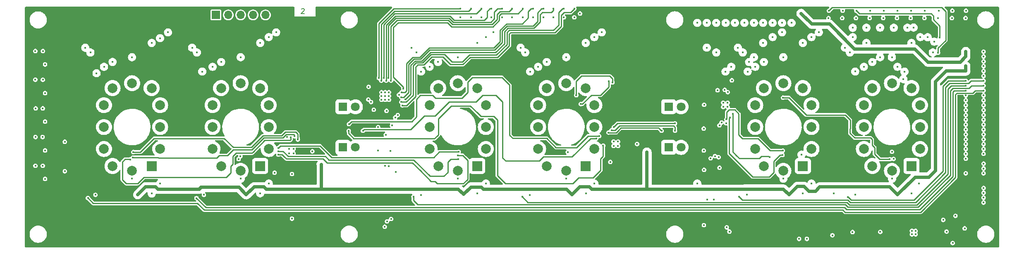
<source format=gbr>
%TF.GenerationSoftware,KiCad,Pcbnew,7.0.1*%
%TF.CreationDate,2023-08-11T20:05:16-05:00*%
%TF.ProjectId,IN12_carrier,494e3132-5f63-4617-9272-6965722e6b69,PRELIM*%
%TF.SameCoordinates,Original*%
%TF.FileFunction,Copper,L2,Inr*%
%TF.FilePolarity,Positive*%
%FSLAX46Y46*%
G04 Gerber Fmt 4.6, Leading zero omitted, Abs format (unit mm)*
G04 Created by KiCad (PCBNEW 7.0.1) date 2023-08-11 20:05:16*
%MOMM*%
%LPD*%
G01*
G04 APERTURE LIST*
%ADD10C,0.150000*%
%TA.AperFunction,NonConductor*%
%ADD11C,0.150000*%
%TD*%
%TA.AperFunction,ComponentPad*%
%ADD12R,2.000000X2.000000*%
%TD*%
%TA.AperFunction,ComponentPad*%
%ADD13C,2.000000*%
%TD*%
%TA.AperFunction,ComponentPad*%
%ADD14R,1.800000X1.800000*%
%TD*%
%TA.AperFunction,ComponentPad*%
%ADD15C,1.800000*%
%TD*%
%TA.AperFunction,ComponentPad*%
%ADD16R,1.700000X1.700000*%
%TD*%
%TA.AperFunction,ComponentPad*%
%ADD17O,1.700000X1.700000*%
%TD*%
%TA.AperFunction,ViaPad*%
%ADD18C,0.400000*%
%TD*%
%TA.AperFunction,Conductor*%
%ADD19C,0.254000*%
%TD*%
%TA.AperFunction,Conductor*%
%ADD20C,0.635000*%
%TD*%
G04 APERTURE END LIST*
D10*
D11*
X92163876Y-83123057D02*
X92211495Y-83075438D01*
X92211495Y-83075438D02*
X92306733Y-83027819D01*
X92306733Y-83027819D02*
X92544828Y-83027819D01*
X92544828Y-83027819D02*
X92640066Y-83075438D01*
X92640066Y-83075438D02*
X92687685Y-83123057D01*
X92687685Y-83123057D02*
X92735304Y-83218295D01*
X92735304Y-83218295D02*
X92735304Y-83313533D01*
X92735304Y-83313533D02*
X92687685Y-83456390D01*
X92687685Y-83456390D02*
X92116257Y-84027819D01*
X92116257Y-84027819D02*
X92735304Y-84027819D01*
D12*
%TO.N,Anode_5*%
%TO.C,V601*%
X61485754Y-115344000D03*
D13*
%TO.N,Cathode_0*%
X63235754Y-111844000D03*
%TO.N,Cathode_9*%
X63235754Y-107344000D03*
%TO.N,Cathode_8*%
X63235754Y-102844000D03*
%TO.N,Cathode_7*%
X61485754Y-99344000D03*
X61485754Y-99344000D03*
X61485754Y-99344000D03*
X61485754Y-99344000D03*
%TO.N,Cathode_6*%
X57485754Y-98344000D03*
%TO.N,Cathode_5*%
X53485754Y-99344000D03*
%TO.N,Cathode_4*%
X51735754Y-102844000D03*
%TO.N,Cathode_3*%
X51735754Y-107344000D03*
%TO.N,Cathode_2*%
X51735754Y-111844000D03*
%TO.N,Cathode_1*%
X53485754Y-115344000D03*
%TO.N,Cathode_DP*%
X57485754Y-116344000D03*
%TD*%
D14*
%TO.N,Net-(V609-Anode)*%
%TO.C,V609*%
X167321862Y-103177335D03*
D15*
%TO.N,Colon_2_Cathode*%
X169861862Y-103177335D03*
%TD*%
D12*
%TO.N,Anode_1*%
%TO.C,V602*%
X194819084Y-115344000D03*
D13*
%TO.N,Cathode_0*%
X196569084Y-111844000D03*
%TO.N,Cathode_9*%
X196569084Y-107344000D03*
%TO.N,Cathode_8*%
X196569084Y-102844000D03*
%TO.N,Cathode_7*%
X194819084Y-99344000D03*
X194819084Y-99344000D03*
X194819084Y-99344000D03*
X194819084Y-99344000D03*
%TO.N,Cathode_6*%
X190819084Y-98344000D03*
%TO.N,Cathode_5*%
X186819084Y-99344000D03*
%TO.N,Cathode_4*%
X185069084Y-102844000D03*
%TO.N,Cathode_3*%
X185069084Y-107344000D03*
%TO.N,Cathode_2*%
X185069084Y-111844000D03*
%TO.N,Cathode_1*%
X186819084Y-115344000D03*
%TO.N,Cathode_DP*%
X190819084Y-116344000D03*
%TD*%
D12*
%TO.N,Anode_3*%
%TO.C,V605*%
X128152418Y-115344000D03*
D13*
%TO.N,Cathode_0*%
X129902418Y-111844000D03*
%TO.N,Cathode_9*%
X129902418Y-107344000D03*
%TO.N,Cathode_8*%
X129902418Y-102844000D03*
%TO.N,Cathode_7*%
X128152418Y-99344000D03*
X128152418Y-99344000D03*
X128152418Y-99344000D03*
X128152418Y-99344000D03*
%TO.N,Cathode_6*%
X124152418Y-98344000D03*
%TO.N,Cathode_5*%
X120152418Y-99344000D03*
%TO.N,Cathode_4*%
X118402418Y-102844000D03*
%TO.N,Cathode_3*%
X118402418Y-107344000D03*
%TO.N,Cathode_2*%
X118402418Y-111844000D03*
%TO.N,Cathode_1*%
X120152418Y-115344000D03*
%TO.N,Cathode_DP*%
X124152418Y-116344000D03*
%TD*%
D12*
%TO.N,Anode_0*%
%TO.C,V604*%
X217041304Y-115344000D03*
D13*
%TO.N,Cathode_0*%
X218791304Y-111844000D03*
%TO.N,Cathode_9*%
X218791304Y-107344000D03*
%TO.N,Cathode_8*%
X218791304Y-102844000D03*
%TO.N,Cathode_7*%
X217041304Y-99344000D03*
X217041304Y-99344000D03*
X217041304Y-99344000D03*
X217041304Y-99344000D03*
%TO.N,Cathode_6*%
X213041304Y-98344000D03*
%TO.N,Cathode_5*%
X209041304Y-99344000D03*
%TO.N,Cathode_4*%
X207291304Y-102844000D03*
%TO.N,Cathode_3*%
X207291304Y-107344000D03*
%TO.N,Cathode_2*%
X207291304Y-111844000D03*
%TO.N,Cathode_1*%
X209041304Y-115344000D03*
%TO.N,Cathode_DP*%
X213041304Y-116344000D03*
%TD*%
D12*
%TO.N,Anode_2*%
%TO.C,V608*%
X150374640Y-115344000D03*
D13*
%TO.N,Cathode_0*%
X152124640Y-111844000D03*
%TO.N,Cathode_9*%
X152124640Y-107344000D03*
%TO.N,Cathode_8*%
X152124640Y-102844000D03*
%TO.N,Cathode_7*%
X150374640Y-99344000D03*
X150374640Y-99344000D03*
X150374640Y-99344000D03*
X150374640Y-99344000D03*
%TO.N,Cathode_6*%
X146374640Y-98344000D03*
%TO.N,Cathode_5*%
X142374640Y-99344000D03*
%TO.N,Cathode_4*%
X140624640Y-102844000D03*
%TO.N,Cathode_3*%
X140624640Y-107344000D03*
%TO.N,Cathode_2*%
X140624640Y-111844000D03*
%TO.N,Cathode_1*%
X142374640Y-115344000D03*
%TO.N,Cathode_DP*%
X146374640Y-116344000D03*
%TD*%
D14*
%TO.N,Net-(V610-Anode)*%
%TO.C,V610*%
X167321862Y-111510665D03*
D15*
%TO.N,Colon_3_Cathode*%
X169861862Y-111510665D03*
%TD*%
D14*
%TO.N,Net-(V606-Anode)*%
%TO.C,V606*%
X100655196Y-103177335D03*
D15*
%TO.N,Colon_0_Cathode*%
X103195196Y-103177335D03*
%TD*%
D14*
%TO.N,Net-(V607-Anode)*%
%TO.C,V607*%
X100655196Y-111510665D03*
D15*
%TO.N,Colon_1_Cathode*%
X103195196Y-111510665D03*
%TD*%
D12*
%TO.N,Anode_4*%
%TO.C,V603*%
X83707974Y-115344000D03*
D13*
%TO.N,Cathode_0*%
X85457974Y-111844000D03*
%TO.N,Cathode_9*%
X85457974Y-107344000D03*
%TO.N,Cathode_8*%
X85457974Y-102844000D03*
%TO.N,Cathode_7*%
X83707974Y-99344000D03*
X83707974Y-99344000D03*
X83707974Y-99344000D03*
X83707974Y-99344000D03*
%TO.N,Cathode_6*%
X79707974Y-98344000D03*
%TO.N,Cathode_5*%
X75707974Y-99344000D03*
%TO.N,Cathode_4*%
X73957974Y-102844000D03*
%TO.N,Cathode_3*%
X73957974Y-107344000D03*
%TO.N,Cathode_2*%
X73957974Y-111844000D03*
%TO.N,Cathode_1*%
X75707974Y-115344000D03*
%TO.N,Cathode_DP*%
X79707974Y-116344000D03*
%TD*%
D16*
%TO.N,Pushbutton_Power_SNS*%
%TO.C,J1001*%
X74625200Y-84328000D03*
D17*
%TO.N,Pushbutton_Left_SNS*%
X77165200Y-84328000D03*
%TO.N,Pushbutton_Right_SNS*%
X79705200Y-84328000D03*
%TO.N,Pushbutton_Up_SNS*%
X82245200Y-84328000D03*
%TO.N,Pushbutton_Down_SNS*%
X84785200Y-84328000D03*
%TD*%
D18*
%TO.N,GND*%
X39674800Y-112141000D03*
X107848400Y-107365800D03*
X39192200Y-115290600D03*
X106959400Y-103784400D03*
X228159867Y-110846400D03*
X222497014Y-84950400D03*
X109296200Y-100965000D03*
X208475164Y-84950400D03*
X216878114Y-84950400D03*
X204978000Y-128905000D03*
X217881200Y-129362200D03*
X108534200Y-100965000D03*
X174523400Y-112166400D03*
X39217600Y-97637600D03*
X39167002Y-109397800D03*
X39674800Y-100380800D03*
X179400200Y-103225600D03*
X156057600Y-110312200D03*
X231800400Y-96846400D03*
X90525600Y-111861600D03*
X86664800Y-116713000D03*
X231800400Y-100846400D03*
X225475800Y-131165600D03*
X231800400Y-93846400D03*
X217881200Y-128651000D03*
X205536800Y-121259600D03*
X149174200Y-84023200D03*
X200863200Y-129565400D03*
X155397200Y-114503200D03*
X39243000Y-91744800D03*
X194030600Y-130302000D03*
X156972000Y-110337600D03*
X231800400Y-92846400D03*
X228159867Y-107846400D03*
X116611400Y-121285000D03*
X107823000Y-112166400D03*
X180263800Y-97739200D03*
X138887200Y-121285000D03*
X200048922Y-84963200D03*
X231800400Y-106846400D03*
X39674800Y-106222800D03*
X109296200Y-100203000D03*
X217119200Y-129362200D03*
X160858200Y-110820200D03*
X231800400Y-121846400D03*
X110058200Y-101727000D03*
X179400200Y-102362000D03*
X156057600Y-111201200D03*
X105892600Y-99085400D03*
X72186800Y-121259600D03*
X39674800Y-117983000D03*
X156972000Y-111201200D03*
X231800400Y-95846400D03*
X174507400Y-107657200D03*
X89611200Y-112725200D03*
X214068664Y-84950400D03*
X112119600Y-100715000D03*
X94386400Y-112318800D03*
X90525600Y-112725200D03*
X110058200Y-100965000D03*
X211259214Y-84950400D03*
X183311800Y-121259600D03*
X178485800Y-102336600D03*
X231800400Y-110846400D03*
X109296200Y-101727000D03*
X217119200Y-128651000D03*
X205665714Y-84950400D03*
X39192200Y-103505000D03*
X231800400Y-114846400D03*
X202856264Y-84950400D03*
X174599600Y-102768400D03*
X39674800Y-94488000D03*
X231800400Y-122846400D03*
X49987200Y-121259600D03*
X219687564Y-84950400D03*
X210642200Y-128879600D03*
X231800400Y-115846400D03*
X228115914Y-84950400D03*
X89611200Y-111836200D03*
X231800400Y-91846400D03*
X108534200Y-101727000D03*
X223545400Y-126415800D03*
X178485800Y-103225600D03*
X108534200Y-100203000D03*
X231800400Y-94846400D03*
X110058200Y-100203000D03*
X228159867Y-100846400D03*
X231800400Y-119846400D03*
X231800400Y-120846400D03*
X231800400Y-107846400D03*
X225306464Y-84950400D03*
%TO.N,+3.3V*%
X228159867Y-122846400D03*
X105892600Y-100736400D03*
X39674800Y-114122200D03*
X120904000Y-111683800D03*
X211251800Y-114935000D03*
X39700200Y-96443800D03*
X228549200Y-131165600D03*
X113538000Y-104800400D03*
X143256000Y-112064800D03*
X54686200Y-112445800D03*
X99060000Y-106578400D03*
X161645600Y-113030000D03*
X228159867Y-121846400D03*
X165303200Y-105867200D03*
X72159414Y-108663186D03*
X228159867Y-120846400D03*
X188163200Y-110744000D03*
X158115000Y-112191800D03*
X107823000Y-103759000D03*
X228159867Y-119846400D03*
X174599600Y-99644200D03*
X76581000Y-112166400D03*
X92964000Y-110337600D03*
X39674800Y-108229400D03*
X94386400Y-115443000D03*
X210413600Y-112496600D03*
X39674800Y-102387400D03*
X222783400Y-130048000D03*
X39674800Y-119938800D03*
X213385400Y-131140200D03*
X92964000Y-112166400D03*
%TO.N,TUBE0_LED_B*%
X213055200Y-112420400D03*
%TO.N,TUBE0_LED_G*%
X213385400Y-113893600D03*
%TO.N,TUBE0_LED_R*%
X190728600Y-101295200D03*
X212598000Y-113944400D03*
%TO.N,TUBE3_LED_B*%
X87401400Y-111633000D03*
X124358400Y-112445800D03*
%TO.N,TUBE3_LED_G*%
X124231400Y-113944400D03*
X87401400Y-112318800D03*
%TO.N,TUBE3_LED_R*%
X124155200Y-113157000D03*
X87426800Y-112979200D03*
%TO.N,COLON0_LED_B*%
X153111200Y-109169200D03*
X101879400Y-106730800D03*
%TO.N,COLON0_LED_G*%
X152501600Y-109677200D03*
X104749600Y-108102400D03*
%TO.N,COLON0_LED_R*%
X153924000Y-111175800D03*
X101828600Y-108127800D03*
%TO.N,TUBE1_LED_B*%
X190703200Y-112191800D03*
X179146200Y-105765600D03*
%TO.N,TUBE1_LED_G*%
X179908200Y-105410000D03*
X190634373Y-113062773D03*
%TO.N,TUBE1_LED_R*%
X180441600Y-104597200D03*
X187985400Y-113538000D03*
%TO.N,TUBE4_LED_B*%
X89230200Y-109372400D03*
%TO.N,TUBE4_LED_G*%
X79654400Y-113334800D03*
%TO.N,TUBE4_LED_R*%
X79298800Y-113919000D03*
%TO.N,COLON1_LED_B*%
X168630600Y-106603800D03*
X156108400Y-107365800D03*
%TO.N,COLON1_LED_G*%
X168630600Y-108102400D03*
X155625800Y-108000800D03*
%TO.N,COLON1_LED_R*%
X165887400Y-108102400D03*
X155016200Y-108483400D03*
%TO.N,TUBE2_LED_B*%
X146685000Y-112496600D03*
%TO.N,TUBE2_LED_G*%
X149352000Y-102616000D03*
X155092400Y-97917000D03*
%TO.N,TUBE2_LED_R*%
X148412200Y-100812600D03*
X155829000Y-98171000D03*
%TO.N,TUBE5_LED_B*%
X91414600Y-109905800D03*
X57734200Y-112471200D03*
%TO.N,TUBE5_LED_G*%
X57632600Y-113614200D03*
X90728800Y-109220000D03*
%TO.N,TUBE5_LED_R*%
X57099200Y-113995200D03*
X89966800Y-109423200D03*
%TO.N,Net-(D1001-A)*%
X124663400Y-84834000D03*
%TO.N,Net-(D1002-A)*%
X126873200Y-84808600D03*
%TO.N,Net-(D1003-A)*%
X128956000Y-84808600D03*
%TO.N,Net-(D1004-A)*%
X130988000Y-84808600D03*
%TO.N,Net-(D1005-A)*%
X133223200Y-84808600D03*
%TO.N,Net-(D1006-A)*%
X135255200Y-84834000D03*
%TO.N,Net-(D1007-A)*%
X137490400Y-84834000D03*
%TO.N,Net-(D1008-A)*%
X139573200Y-84808600D03*
%TO.N,Net-(D1009-A)*%
X141706800Y-84808600D03*
%TO.N,Net-(D1010-A)*%
X143738800Y-84783200D03*
%TO.N,Net-(D1011-A)*%
X145872400Y-84808600D03*
%TO.N,+180V*%
X228159867Y-94846400D03*
X125330756Y-121169041D03*
X228159867Y-95846400D03*
X191967462Y-121221728D03*
X214192462Y-121221728D03*
X96205000Y-115036600D03*
X58655645Y-121203181D03*
X80855133Y-121241308D03*
X162890200Y-112496600D03*
X147555645Y-121203181D03*
%TO.N,Cathode_0*%
X215392000Y-97485200D03*
X196570600Y-118935500D03*
X218605100Y-118935500D03*
X85445600Y-118935500D03*
X173202600Y-118936000D03*
X129895600Y-118935500D03*
X152120600Y-118935500D03*
X63246000Y-118935000D03*
X173202600Y-85953600D03*
%TO.N,Cathode_2*%
X177063400Y-85953600D03*
X204419200Y-92024200D03*
X70764400Y-92024200D03*
X115671600Y-92024200D03*
X137972800Y-92024200D03*
X177063400Y-92024200D03*
X221411800Y-92036900D03*
X182499000Y-92024200D03*
X48945800Y-92024200D03*
X221716600Y-89814400D03*
%TO.N,Cathode_4*%
X180162200Y-94969600D03*
X140614400Y-94969600D03*
X185064400Y-94969600D03*
X180898800Y-85953600D03*
X51739800Y-94970600D03*
X216217714Y-86957000D03*
X118389400Y-94969600D03*
X214147400Y-94970600D03*
X207289400Y-94969600D03*
X73964800Y-94969600D03*
%TO.N,Cathode_6*%
X184785000Y-85953600D03*
X57480200Y-93014800D03*
X184785000Y-93014800D03*
X210624214Y-86931600D03*
X124155200Y-93014800D03*
X213029800Y-93014800D03*
X79705200Y-93014800D03*
X210616800Y-93014800D03*
X190804800Y-93014800D03*
X146380200Y-93014800D03*
%TO.N,Cathode_8*%
X85445600Y-88874600D03*
X152120600Y-88874600D03*
X218846400Y-88874600D03*
X188620400Y-85953600D03*
X129895600Y-88874600D03*
X196570600Y-88874600D03*
X218846400Y-88874600D03*
X205005314Y-86957000D03*
X63220600Y-89092000D03*
X188620400Y-88874600D03*
X205003400Y-88874600D03*
%TO.N,Cathode_1*%
X137007600Y-91046800D03*
X203428600Y-91046800D03*
X114681000Y-91046800D03*
X47904400Y-91059000D03*
X181508400Y-91046800D03*
X69773800Y-91046800D03*
X175133000Y-91046800D03*
X175133000Y-85953600D03*
%TO.N,Cathode_3*%
X50211754Y-96295446D03*
X178993800Y-85953600D03*
X71856600Y-95948500D03*
X215620600Y-95961200D03*
X217487500Y-86919800D03*
X138963400Y-95948500D03*
X178968400Y-95948500D03*
X183489600Y-95948500D03*
X116662200Y-95948500D03*
X205511400Y-95947000D03*
%TO.N,Cathode_5*%
X213433664Y-86957000D03*
X142367000Y-93992200D03*
X53492400Y-93980000D03*
X209042000Y-93992200D03*
X75717400Y-93992200D03*
X120142000Y-93992200D03*
X183794400Y-93992200D03*
X186817000Y-93992200D03*
X182854600Y-85953600D03*
%TO.N,Cathode_7*%
X83718400Y-90069400D03*
X61493400Y-90069400D03*
X217017600Y-90068400D03*
X186690000Y-85953600D03*
X128168400Y-90069400D03*
X207822800Y-90069400D03*
X150368000Y-90069400D03*
X194818000Y-90069400D03*
X207814764Y-86957000D03*
X186690000Y-90069400D03*
%TO.N,Cathode_9*%
X86969600Y-87897200D03*
X131419600Y-87897200D03*
X190550800Y-87897200D03*
X190550800Y-85953600D03*
X198094600Y-87897200D03*
X64846200Y-87897200D03*
X153644600Y-87897200D03*
X220370400Y-88900000D03*
%TO.N,Anode_1_DSP*%
X181762400Y-121666000D03*
X231800400Y-97846400D03*
%TO.N,Anode_3_DSP*%
X231800400Y-98846400D03*
X115087400Y-121640600D03*
%TO.N,Anode_5_DSP*%
X231800400Y-99846400D03*
X48437800Y-121920000D03*
%TO.N,Anode_0*%
X217043000Y-120954800D03*
%TO.N,Anode_2*%
X150393400Y-120954800D03*
%TO.N,Anode_4*%
X83718400Y-120954800D03*
%TO.N,Cathode_1_DSP*%
X231800400Y-101846400D03*
X225408064Y-83426400D03*
%TO.N,Cathode_3_DSP*%
X219789164Y-83426400D03*
X231800400Y-102846400D03*
%TO.N,Cathode_5_DSP*%
X214170264Y-83426400D03*
X231800400Y-103846400D03*
%TO.N,Anode_1*%
X194818000Y-120954800D03*
%TO.N,Anode_3*%
X128168400Y-120954800D03*
%TO.N,Anode_5*%
X61493400Y-120980200D03*
%TO.N,Cathode_7_DSP*%
X208576764Y-83426400D03*
X231800400Y-104846400D03*
%TO.N,Cathode_9_DSP*%
X231800400Y-105846400D03*
X202957864Y-83426400D03*
%TO.N,Colon_3_DSP*%
X231800400Y-109846400D03*
X175260000Y-122250200D03*
X175920400Y-113766600D03*
%TO.N,Anode_0_DSP*%
X228159867Y-97846400D03*
X203987400Y-121716800D03*
%TO.N,Colon_1_DSP*%
X231800400Y-108846400D03*
X110388400Y-112256000D03*
%TO.N,Colon_0_DSP*%
X109423200Y-108915200D03*
X228159867Y-108846400D03*
%TO.N,Cathode_DP*%
X57480200Y-117957600D03*
X146380200Y-117957600D03*
X124155200Y-117957600D03*
X194538600Y-113030000D03*
X79705200Y-117957600D03*
X213055200Y-117957600D03*
X192481200Y-85953600D03*
X190830200Y-117957600D03*
%TO.N,Tube_LED_Enable*%
X179120800Y-106553000D03*
X179451000Y-100177600D03*
X174574200Y-116128800D03*
X174548800Y-127482600D03*
X90220800Y-116980200D03*
X90220800Y-126148600D03*
%TO.N,+90V*%
X194437000Y-84023200D03*
X228159867Y-92846400D03*
X228159867Y-91846400D03*
X201117200Y-120954800D03*
X200622584Y-86575216D03*
%TO.N,Anode_2_DSP*%
X137363200Y-121677541D03*
X228159867Y-98846400D03*
%TO.N,Anode_4_DSP*%
X70662800Y-121945400D03*
X228159867Y-99846400D03*
%TO.N,Cathode_0_DSP*%
X228217514Y-83426400D03*
X228159867Y-101846400D03*
%TO.N,Cathode_2_DSP*%
X222598614Y-83426400D03*
X228159867Y-102846400D03*
%TO.N,Cathode_4_DSP*%
X228159867Y-103846400D03*
X216979714Y-83426400D03*
%TO.N,Display_Time_LED*%
X108000800Y-97282000D03*
X124663200Y-83058000D03*
%TO.N,Set_Time_LED*%
X108495400Y-97815400D03*
X126873000Y-83058000D03*
%TO.N,Display_Date_LED*%
X128955800Y-83058000D03*
X108991400Y-97256600D03*
%TO.N,Set_Date_LED*%
X130987800Y-83058000D03*
X109495400Y-97815400D03*
%TO.N,Display_Weekday_LED*%
X133223000Y-83058000D03*
X109982000Y-97256600D03*
%TO.N,Set_Weekday_LED*%
X135255000Y-83058000D03*
X110495400Y-97815400D03*
%TO.N,Display_Alarm_LED*%
X113030000Y-99466400D03*
X137490200Y-83058000D03*
%TO.N,Set_Alarm_LED*%
X112637000Y-100215000D03*
X139573000Y-83058000D03*
%TO.N,Alarm_Enable_LED*%
X112598200Y-101219000D03*
X141706600Y-83058000D03*
%TO.N,24HR_Mode_LED*%
X113385600Y-101701600D03*
X143738600Y-83058000D03*
%TO.N,Set_Brightness_LED*%
X112598200Y-102209600D03*
X145872200Y-83058000D03*
%TO.N,I2C_DSP_SDA*%
X177342800Y-99771200D03*
X179781200Y-128828800D03*
X224231200Y-128803400D03*
X177571400Y-113538000D03*
X227939600Y-128143000D03*
X231800400Y-116846400D03*
X110058200Y-115417600D03*
X111353600Y-105359200D03*
X105841800Y-101701600D03*
X109677200Y-126720600D03*
X177723800Y-106984800D03*
%TO.N,I2C_DSP_SCL*%
X177749200Y-115697000D03*
X111887000Y-104876600D03*
X178790600Y-99695000D03*
X228159867Y-116846400D03*
X178181000Y-106400600D03*
X110515400Y-126212600D03*
X179222400Y-127939800D03*
X111493300Y-116573300D03*
X226034600Y-125577600D03*
X106400600Y-102209600D03*
%TO.N,Net-(D901-A)*%
X148005800Y-84810600D03*
%TO.N,Cathode_6_DSP*%
X228159867Y-104846400D03*
X211360814Y-83426400D03*
%TO.N,Cathode_8_DSP*%
X228159867Y-105846400D03*
X222832182Y-88990936D03*
X205767314Y-83426400D03*
%TO.N,Cathode_DP_DSP*%
X200150522Y-83439200D03*
X222477150Y-92081957D03*
X228159867Y-106846400D03*
%TO.N,Colon_2_DSP*%
X228159867Y-109846400D03*
X176580800Y-122250200D03*
X176822600Y-113309400D03*
%TO.N,Pushbutton_Down*%
X228159867Y-113846400D03*
X37693600Y-115290600D03*
%TO.N,Pushbutton_Up*%
X37719000Y-109397800D03*
X231800400Y-112846400D03*
%TO.N,Pushbutton_Right*%
X37744400Y-103505000D03*
X228159867Y-112846400D03*
%TO.N,Pushbutton_Left*%
X37668200Y-97612200D03*
X231800400Y-111846400D03*
%TO.N,Pushbutton_Power*%
X228159867Y-111846400D03*
X37668200Y-91744800D03*
%TO.N,Pushbutton_Up_SNS*%
X43713400Y-110363000D03*
%TO.N,Pushbutton_Down_SNS*%
X43713400Y-116408200D03*
%TO.N,Set_Color_LED*%
X112826800Y-102895400D03*
X148005800Y-83058000D03*
%TO.N,Tube_ETC_Enable*%
X109194600Y-127812800D03*
X109270800Y-115265200D03*
X109575600Y-104013000D03*
X195630800Y-130302000D03*
X110693200Y-107035600D03*
%TD*%
D19*
%TO.N,TUBE0_LED_R*%
X205409800Y-109575600D02*
X208661000Y-109575600D01*
X204444600Y-108610400D02*
X205409800Y-109575600D01*
X208965800Y-109880400D02*
X208965800Y-111026651D01*
X195529200Y-104876600D02*
X203479400Y-104876600D01*
X208965800Y-111026651D02*
X209499200Y-111560051D01*
X191947800Y-101295200D02*
X195529200Y-104876600D01*
X190728600Y-101295200D02*
X191947800Y-101295200D01*
X210540600Y-113944400D02*
X212598000Y-113944400D01*
X204444600Y-107696000D02*
X204444600Y-108610400D01*
X208661000Y-109575600D02*
X208965800Y-109880400D01*
X204495400Y-105892600D02*
X204495400Y-107645200D01*
X209499200Y-112903000D02*
X210540600Y-113944400D01*
X209499200Y-111560051D02*
X209499200Y-112903000D01*
X204495400Y-107645200D02*
X204444600Y-107696000D01*
X203479400Y-104876600D02*
X204495400Y-105892600D01*
%TO.N,TUBE3_LED_B*%
X95935800Y-111201200D02*
X98340600Y-113606000D01*
X98340600Y-113606000D02*
X119235800Y-113606000D01*
X120396000Y-112445800D02*
X124358400Y-112445800D01*
X87401400Y-111633000D02*
X87833200Y-111201200D01*
X87833200Y-111201200D02*
X95935800Y-111201200D01*
X119235800Y-113606000D02*
X120396000Y-112445800D01*
%TO.N,TUBE3_LED_G*%
X89433400Y-113385600D02*
X88366600Y-112318800D01*
X115138200Y-114071400D02*
X97739200Y-114071400D01*
X121310400Y-117424200D02*
X118491000Y-117424200D01*
X122123200Y-116611400D02*
X121310400Y-117424200D01*
X124231400Y-113944400D02*
X122732800Y-113944400D01*
X97053400Y-113385600D02*
X89433400Y-113385600D01*
X122123200Y-114554000D02*
X122123200Y-116611400D01*
X122732800Y-113944400D02*
X122123200Y-114554000D01*
X97739200Y-114071400D02*
X97053400Y-113385600D01*
X118491000Y-117424200D02*
X115138200Y-114071400D01*
X88366600Y-112318800D02*
X87401400Y-112318800D01*
%TO.N,TUBE3_LED_R*%
X126161800Y-116382800D02*
X126161800Y-114173000D01*
X88696800Y-113487200D02*
X89077800Y-113868200D01*
X96596200Y-113868200D02*
X97231200Y-114503200D01*
X98628200Y-114681000D02*
X114884200Y-114681000D01*
X125653800Y-113665000D02*
X125145800Y-113157000D01*
X119926100Y-118935500D02*
X125285500Y-118935500D01*
X118694200Y-118491000D02*
X119481600Y-118491000D01*
X125907800Y-118313200D02*
X126161800Y-118059200D01*
X126161800Y-114173000D02*
X125653800Y-113665000D01*
X116509800Y-116306600D02*
X118694200Y-118491000D01*
X126161800Y-118059200D02*
X126161800Y-116382800D01*
X89077800Y-113868200D02*
X89839800Y-113868200D01*
X97409000Y-114681000D02*
X98628200Y-114681000D01*
X89839800Y-113868200D02*
X96596200Y-113868200D01*
X87426800Y-112979200D02*
X88188800Y-112979200D01*
X114884200Y-114681000D02*
X116509800Y-116306600D01*
X125285500Y-118935500D02*
X125907800Y-118313200D01*
X125145800Y-113157000D02*
X124155200Y-113157000D01*
X88188800Y-112979200D02*
X88696800Y-113487200D01*
X97231200Y-114503200D02*
X97409000Y-114681000D01*
X119481600Y-118491000D02*
X119926100Y-118935500D01*
%TO.N,COLON0_LED_B*%
X126161800Y-100203000D02*
X124993400Y-101371400D01*
X133197600Y-97155000D02*
X127152400Y-97155000D01*
X135407400Y-109651800D02*
X134772400Y-109016800D01*
X144272000Y-111556800D02*
X142367000Y-109651800D01*
X119557800Y-101371400D02*
X119024400Y-100838000D01*
X127152400Y-97155000D02*
X126161800Y-98145600D01*
X124993400Y-101371400D02*
X119557800Y-101371400D01*
X142367000Y-109651800D02*
X135407400Y-109651800D01*
X126161800Y-98145600D02*
X126161800Y-100203000D01*
X116484400Y-100838000D02*
X115671600Y-101650800D01*
X153111200Y-109169200D02*
X150825200Y-109169200D01*
X148437600Y-111556800D02*
X144272000Y-111556800D01*
X102412800Y-106197400D02*
X101879400Y-106730800D01*
X115671600Y-101650800D02*
X115671600Y-105257600D01*
X119024400Y-100838000D02*
X116484400Y-100838000D01*
X134772400Y-109016800D02*
X134772400Y-98729800D01*
X114731800Y-106197400D02*
X102412800Y-106197400D01*
X115671600Y-105257600D02*
X114731800Y-106197400D01*
X150825200Y-109169200D02*
X148437600Y-111556800D01*
X134772400Y-98729800D02*
X133197600Y-97155000D01*
%TO.N,COLON0_LED_G*%
X141655800Y-113436400D02*
X140817600Y-114274600D01*
X104978200Y-107873800D02*
X104749600Y-108102400D01*
X115773200Y-106578400D02*
X114477800Y-107873800D01*
X151333200Y-109677200D02*
X147574000Y-113436400D01*
X114477800Y-107873800D02*
X110363000Y-107873800D01*
X121132600Y-103428800D02*
X119532400Y-105029000D01*
X118846600Y-105029000D02*
X117322600Y-105029000D01*
X132588000Y-101447600D02*
X131978400Y-100838000D01*
X128828800Y-101244400D02*
X127914400Y-102158800D01*
X119532400Y-105029000D02*
X118846600Y-105029000D01*
X129768600Y-100838000D02*
X129235200Y-100838000D01*
X152501600Y-109677200D02*
X151333200Y-109677200D01*
X131978400Y-100838000D02*
X129768600Y-100838000D01*
X129235200Y-100838000D02*
X128828800Y-101244400D01*
X127914400Y-102158800D02*
X125984000Y-102158800D01*
X125984000Y-102158800D02*
X122402600Y-102158800D01*
X133337300Y-113652300D02*
X133337300Y-102196900D01*
X133337300Y-102196900D02*
X132588000Y-101447600D01*
X117322600Y-105029000D02*
X115773200Y-106578400D01*
X147574000Y-113436400D02*
X141655800Y-113436400D01*
X133959600Y-114274600D02*
X133337300Y-113652300D01*
X110363000Y-107873800D02*
X104978200Y-107873800D01*
X140817600Y-114274600D02*
X133959600Y-114274600D01*
X122402600Y-102158800D02*
X121132600Y-103428800D01*
%TO.N,COLON0_LED_R*%
X131495800Y-105156000D02*
X130403600Y-105156000D01*
X126720600Y-102997000D02*
X123571000Y-102997000D01*
X153416000Y-113842800D02*
X153416000Y-114782600D01*
X118541800Y-109728000D02*
X102870000Y-109728000D01*
X120164418Y-108943582D02*
X119913400Y-109194600D01*
X151841200Y-117779800D02*
X149961600Y-117779800D01*
X128879600Y-105156000D02*
X128193800Y-104470200D01*
X119913400Y-109194600D02*
X119380000Y-109728000D01*
X147713700Y-118935500D02*
X145975140Y-118935500D01*
X148869400Y-117779800D02*
X148056600Y-118592600D01*
X131927600Y-105587800D02*
X131495800Y-105156000D01*
X153416000Y-116205000D02*
X152730200Y-116890800D01*
X153924000Y-111175800D02*
X153924000Y-113334800D01*
X122809000Y-102997000D02*
X121259600Y-104546400D01*
X132359400Y-117398800D02*
X132257800Y-117297200D01*
X132257800Y-105918000D02*
X131927600Y-105587800D01*
X153924000Y-113334800D02*
X153492200Y-113766600D01*
X152730200Y-116890800D02*
X151841200Y-117779800D01*
X102870000Y-109728000D02*
X101955600Y-108813600D01*
X149961600Y-117779800D02*
X148869400Y-117779800D01*
X128193800Y-104470200D02*
X126720600Y-102997000D01*
X132257800Y-117297200D02*
X132257800Y-115163600D01*
X153492200Y-113766600D02*
X153416000Y-113842800D01*
X153416000Y-114782600D02*
X153416000Y-116205000D01*
X120164418Y-105641582D02*
X120164418Y-108943582D01*
X133896100Y-118935500D02*
X132359400Y-117398800D01*
X121259600Y-104546400D02*
X120164418Y-105641582D01*
X123571000Y-102997000D02*
X122809000Y-102997000D01*
X132257800Y-115163600D02*
X132257800Y-105918000D01*
X101828600Y-108686600D02*
X101828600Y-108127800D01*
X145975140Y-118935500D02*
X133896100Y-118935500D01*
X130403600Y-105156000D02*
X128879600Y-105156000D01*
X148056600Y-118592600D02*
X147713700Y-118935500D01*
X119380000Y-109728000D02*
X118541800Y-109728000D01*
X101955600Y-108813600D02*
X101828600Y-108686600D01*
%TO.N,TUBE1_LED_B*%
X182448200Y-109728000D02*
X185597800Y-109728000D01*
X181686200Y-104622600D02*
X181686200Y-108966000D01*
X179222400Y-105689400D02*
X179222400Y-104267000D01*
X188061600Y-112191800D02*
X190703200Y-112191800D01*
X181686200Y-108966000D02*
X182448200Y-109728000D01*
X179679600Y-103809800D02*
X180873400Y-103809800D01*
X185597800Y-109728000D02*
X188061600Y-112191800D01*
X179146200Y-105765600D02*
X179222400Y-105689400D01*
X179222400Y-104267000D02*
X179679600Y-103809800D01*
X180873400Y-103809800D02*
X181686200Y-104622600D01*
%TO.N,TUBE1_LED_G*%
X188823600Y-116662200D02*
X188823600Y-114350800D01*
X187934600Y-117551200D02*
X188823600Y-116662200D01*
X179908200Y-105410000D02*
X179730400Y-105587800D01*
X188823600Y-114350800D02*
X190111627Y-113062773D01*
X190111627Y-113062773D02*
X190634373Y-113062773D01*
X184531000Y-117551200D02*
X187934600Y-117551200D01*
X179730400Y-105587800D02*
X179730400Y-112750600D01*
X179730400Y-112750600D02*
X184531000Y-117551200D01*
%TO.N,TUBE1_LED_R*%
X187782200Y-113334800D02*
X186334400Y-113334800D01*
X186334400Y-113334800D02*
X186182000Y-113487200D01*
X180441600Y-112445800D02*
X180441600Y-104597200D01*
X186182000Y-113487200D02*
X185877200Y-113792000D01*
X183769000Y-113792000D02*
X181787800Y-113792000D01*
X181787800Y-113792000D02*
X181178200Y-113182400D01*
X185877200Y-113792000D02*
X183769000Y-113792000D01*
X181178200Y-113182400D02*
X180441600Y-112445800D01*
X187985400Y-113538000D02*
X187782200Y-113334800D01*
%TO.N,COLON1_LED_B*%
X168630600Y-106603800D02*
X156870400Y-106603800D01*
X156870400Y-106603800D02*
X156108400Y-107365800D01*
%TO.N,COLON1_LED_G*%
X157276800Y-107086400D02*
X168325800Y-107086400D01*
X168325800Y-107086400D02*
X168630600Y-107391200D01*
X155625800Y-108000800D02*
X156362400Y-108000800D01*
X168630600Y-107391200D02*
X168630600Y-108102400D01*
X156362400Y-108000800D02*
X157276800Y-107086400D01*
%TO.N,COLON1_LED_R*%
X157530800Y-107543600D02*
X157099000Y-107975400D01*
X165277800Y-107543600D02*
X164261800Y-107543600D01*
X165379400Y-107645200D02*
X165277800Y-107543600D01*
X165887400Y-108102400D02*
X165836600Y-108102400D01*
X157099000Y-107975400D02*
X156591000Y-108483400D01*
X164261800Y-107543600D02*
X157530800Y-107543600D01*
X165836600Y-108102400D02*
X165379400Y-107645200D01*
X156591000Y-108483400D02*
X155016200Y-108483400D01*
%TO.N,TUBE2_LED_G*%
X149352000Y-102616000D02*
X149682200Y-102616000D01*
X153466800Y-100711000D02*
X153390600Y-100787200D01*
X155092400Y-97917000D02*
X155092400Y-99085400D01*
X155092400Y-99085400D02*
X153466800Y-100711000D01*
X152374600Y-100787200D02*
X151511000Y-100787200D01*
X153390600Y-100787200D02*
X152374600Y-100787200D01*
X149682200Y-102616000D02*
X151511000Y-100787200D01*
%TO.N,TUBE2_LED_R*%
X155829000Y-98171000D02*
X155829000Y-97409000D01*
X149479000Y-96850200D02*
X148412200Y-97917000D01*
X148412200Y-97917000D02*
X148412200Y-100812600D01*
X155829000Y-97409000D02*
X155270200Y-96850200D01*
X155270200Y-96850200D02*
X149479000Y-96850200D01*
%TO.N,TUBE5_LED_B*%
X61976000Y-109677200D02*
X59182000Y-112471200D01*
X76327000Y-109677200D02*
X61976000Y-109677200D01*
X84277200Y-109143800D02*
X81915000Y-111506000D01*
X88112600Y-109143800D02*
X84277200Y-109143800D01*
X88874600Y-108381800D02*
X88112600Y-109143800D01*
X90957400Y-108381800D02*
X88874600Y-108381800D01*
X91414600Y-109905800D02*
X91414600Y-109524800D01*
X91414600Y-109524800D02*
X91389200Y-109499400D01*
X91389200Y-109499400D02*
X91389200Y-108813600D01*
X91389200Y-108813600D02*
X90957400Y-108381800D01*
X81915000Y-111506000D02*
X78155800Y-111506000D01*
X78155800Y-111506000D02*
X76327000Y-109677200D01*
X59182000Y-112471200D02*
X57734200Y-112471200D01*
%TO.N,TUBE5_LED_G*%
X90551000Y-108839000D02*
X90728800Y-109016800D01*
X74803000Y-113715800D02*
X75311000Y-113207800D01*
X78232000Y-111988600D02*
X82042000Y-111988600D01*
X57683400Y-113563400D02*
X62788800Y-113563400D01*
X89027000Y-108839000D02*
X90551000Y-108839000D01*
X57632600Y-113614200D02*
X57683400Y-113563400D01*
X62788800Y-113563400D02*
X62941200Y-113715800D01*
X62941200Y-113715800D02*
X74803000Y-113715800D01*
X77012800Y-113207800D02*
X78232000Y-111988600D01*
X82042000Y-111988600D02*
X84480400Y-109550200D01*
X84480400Y-109550200D02*
X88315800Y-109550200D01*
X88315800Y-109550200D02*
X89027000Y-108839000D01*
X90728800Y-109016800D02*
X90728800Y-109220000D01*
X75311000Y-113207800D02*
X77012800Y-113207800D01*
%TO.N,TUBE5_LED_R*%
X89077800Y-110083600D02*
X89076200Y-110082000D01*
X77673200Y-115392200D02*
X77673200Y-116763800D01*
X59893200Y-117652800D02*
X58610500Y-118935500D01*
X76784200Y-117652800D02*
X59893200Y-117652800D01*
X82219800Y-112496600D02*
X82042000Y-112674400D01*
X78079600Y-113360200D02*
X78079600Y-114985800D01*
X78765400Y-112674400D02*
X78079600Y-113360200D01*
X55499000Y-118160800D02*
X55499000Y-114503200D01*
X89076200Y-110082000D02*
X84634400Y-110082000D01*
X55499000Y-114503200D02*
X56032400Y-113969800D01*
X56273700Y-118935500D02*
X55499000Y-118160800D01*
X57073800Y-113969800D02*
X57099200Y-113995200D01*
X78079600Y-114985800D02*
X77673200Y-115392200D01*
X89966800Y-109423200D02*
X89966800Y-109931200D01*
X56032400Y-113969800D02*
X57073800Y-113969800D01*
X77673200Y-116763800D02*
X76784200Y-117652800D01*
X82042000Y-112674400D02*
X78765400Y-112674400D01*
X58610500Y-118935500D02*
X56273700Y-118935500D01*
X89966800Y-109931200D02*
X89814400Y-110083600D01*
X89814400Y-110083600D02*
X89077800Y-110083600D01*
X84634400Y-110082000D02*
X82219800Y-112496600D01*
D20*
%TO.N,+180V*%
X182815132Y-120103900D02*
X182827832Y-120091200D01*
X96215200Y-115046800D02*
X96215200Y-120116600D01*
X220599000Y-117627400D02*
X217786790Y-117627400D01*
X195047968Y-119532400D02*
X196038568Y-120523000D01*
X162890200Y-112496600D02*
X162890200Y-120103900D01*
X96215200Y-120116600D02*
X124278315Y-120116600D01*
X84974332Y-120116600D02*
X96215200Y-120116600D01*
X79349425Y-119735600D02*
X80855133Y-121241308D01*
X151130000Y-119608600D02*
X151625300Y-120103900D01*
X96205000Y-115036600D02*
X96215200Y-115046800D01*
X82487841Y-119608600D02*
X84466332Y-119608600D01*
X71602600Y-119735600D02*
X79349425Y-119735600D01*
X147555645Y-121203181D02*
X149150226Y-119608600D01*
X221945200Y-98044000D02*
X221945200Y-116281200D01*
X197383400Y-120523000D02*
X198272400Y-119634000D01*
X84466332Y-119608600D02*
X84974332Y-120116600D01*
X162890200Y-120103900D02*
X182815132Y-120103900D01*
X221945200Y-116281200D02*
X220599000Y-117627400D01*
X193656790Y-119532400D02*
X195047968Y-119532400D01*
X129411632Y-120103900D02*
X146456364Y-120103900D01*
X198272400Y-119634000D02*
X212604734Y-119634000D01*
X146456364Y-120103900D02*
X147555645Y-121203181D01*
X125330756Y-121169041D02*
X126840397Y-119659400D01*
X124278315Y-120116600D02*
X125330756Y-121169041D01*
X62762032Y-120103400D02*
X71234800Y-120103400D01*
X58655645Y-121203181D02*
X60250226Y-119608600D01*
X217786790Y-117627400D02*
X214192462Y-121221728D01*
X128967132Y-119659400D02*
X129411632Y-120103900D01*
X80855133Y-121241308D02*
X82487841Y-119608600D01*
X224142800Y-95846400D02*
X221945200Y-98044000D01*
X60250226Y-119608600D02*
X62267232Y-119608600D01*
X151625300Y-120103900D02*
X162890200Y-120103900D01*
X62267232Y-119608600D02*
X62762032Y-120103400D01*
X228159867Y-94846400D02*
X228159867Y-95846400D01*
X228159867Y-95846400D02*
X224142800Y-95846400D01*
X212604734Y-119634000D02*
X214192462Y-121221728D01*
X182827832Y-120091200D02*
X190836934Y-120091200D01*
X126840397Y-119659400D02*
X128967132Y-119659400D01*
X190836934Y-120091200D02*
X191967462Y-121221728D01*
X196038568Y-120523000D02*
X197383400Y-120523000D01*
X71234800Y-120103400D02*
X71602600Y-119735600D01*
X149150226Y-119608600D02*
X151130000Y-119608600D01*
X191967462Y-121221728D02*
X193656790Y-119532400D01*
D19*
%TO.N,Anode_1_DSP*%
X228701600Y-98348800D02*
X229204000Y-97846400D01*
X217855800Y-122834400D02*
X224002600Y-116687600D01*
X224002600Y-99187000D02*
X224840800Y-98348800D01*
X204013029Y-122301229D02*
X204546200Y-122834400D01*
X229204000Y-97846400D02*
X231800400Y-97846400D01*
X182397629Y-122301229D02*
X204013029Y-122301229D01*
X204546200Y-122834400D02*
X217855800Y-122834400D01*
X181762400Y-121666000D02*
X182397629Y-122301229D01*
X224840800Y-98348800D02*
X228701600Y-98348800D01*
X224002600Y-116687600D02*
X224002600Y-99187000D01*
%TO.N,Anode_3_DSP*%
X203530200Y-123291600D02*
X204038200Y-123799600D01*
X224967800Y-117246400D02*
X224967800Y-99872800D01*
X204038200Y-123799600D02*
X218414600Y-123799600D01*
X229347000Y-98846400D02*
X231800400Y-98846400D01*
X228828600Y-99364800D02*
X229347000Y-98846400D01*
X218414600Y-123799600D02*
X224967800Y-117246400D01*
X225475800Y-99364800D02*
X228828600Y-99364800D01*
X115087400Y-121640600D02*
X115087400Y-122428000D01*
X115087400Y-122428000D02*
X115951000Y-123291600D01*
X224967800Y-99872800D02*
X225475800Y-99364800D01*
X115951000Y-123291600D02*
X203530200Y-123291600D01*
%TO.N,Anode_5_DSP*%
X70866000Y-123012200D02*
X49530000Y-123012200D01*
X218897200Y-124841000D02*
X203454000Y-124841000D01*
X202996800Y-124383800D02*
X72237600Y-124383800D01*
X226060000Y-100660200D02*
X226060000Y-117678200D01*
X229590600Y-100355400D02*
X226364800Y-100355400D01*
X230099600Y-99846400D02*
X229590600Y-100355400D01*
X203454000Y-124841000D02*
X202996800Y-124383800D01*
X49530000Y-123012200D02*
X48437800Y-121920000D01*
X72237600Y-124383800D02*
X70866000Y-123012200D01*
X226060000Y-117678200D02*
X218897200Y-124841000D01*
X226364800Y-100355400D02*
X226060000Y-100660200D01*
X231800400Y-99846400D02*
X230099600Y-99846400D01*
%TO.N,Anode_0_DSP*%
X223443800Y-116433600D02*
X223443800Y-98983800D01*
X204653445Y-122301229D02*
X217576171Y-122301229D01*
X217576171Y-122301229D02*
X223443800Y-116433600D01*
X203987400Y-121716800D02*
X204069016Y-121716800D01*
X224581200Y-97846400D02*
X228159867Y-97846400D01*
X204069016Y-121716800D02*
X204653445Y-122301229D01*
X223443800Y-98983800D02*
X224581200Y-97846400D01*
D20*
%TO.N,+90V*%
X196621400Y-86207600D02*
X194437000Y-84023200D01*
X228159867Y-92846400D02*
X228159867Y-91846400D01*
X227000867Y-94005400D02*
X220421200Y-94005400D01*
X205360368Y-91313000D02*
X200254968Y-86207600D01*
X220421200Y-94005400D02*
X217728800Y-91313000D01*
X228159867Y-92846400D02*
X227000867Y-94005400D01*
X200254968Y-86207600D02*
X196621400Y-86207600D01*
X217728800Y-91313000D02*
X205360368Y-91313000D01*
D19*
%TO.N,Anode_2_DSP*%
X204317600Y-123342400D02*
X218109800Y-123342400D01*
X138520059Y-122834400D02*
X203809600Y-122834400D01*
X137363200Y-121677541D02*
X138520059Y-122834400D01*
X203809600Y-122834400D02*
X204317600Y-123342400D01*
X225206800Y-98846400D02*
X228159867Y-98846400D01*
X218109800Y-123342400D02*
X224485200Y-116967000D01*
X224485200Y-116967000D02*
X224485200Y-99568000D01*
X224485200Y-99568000D02*
X225206800Y-98846400D01*
%TO.N,Anode_4_DSP*%
X225501200Y-100101400D02*
X225501200Y-117475000D01*
X72567800Y-123850400D02*
X70662800Y-121945400D01*
X228159867Y-99846400D02*
X225756200Y-99846400D01*
X203733400Y-124256800D02*
X203327000Y-123850400D01*
X218719400Y-124256800D02*
X203733400Y-124256800D01*
X203327000Y-123850400D02*
X72567800Y-123850400D01*
X225756200Y-99846400D02*
X225501200Y-100101400D01*
X225501200Y-117475000D02*
X218719400Y-124256800D01*
%TO.N,Display_Time_LED*%
X124663200Y-83058000D02*
X111048800Y-83058000D01*
X108000800Y-86106000D02*
X108000800Y-97282000D01*
X111048800Y-83058000D02*
X108000800Y-86106000D01*
%TO.N,Set_Time_LED*%
X111175800Y-83540600D02*
X126390400Y-83540600D01*
X126390400Y-83540600D02*
X126873000Y-83058000D01*
X108483400Y-86233000D02*
X111175800Y-83540600D01*
X108495400Y-97815400D02*
X108483400Y-97803400D01*
X108483400Y-97803400D02*
X108483400Y-86233000D01*
%TO.N,Display_Date_LED*%
X108991400Y-86334600D02*
X111252000Y-84074000D01*
X127939800Y-84074000D02*
X128955800Y-83058000D01*
X111252000Y-84074000D02*
X127939800Y-84074000D01*
X108991400Y-97256600D02*
X108991400Y-86334600D01*
%TO.N,Set_Date_LED*%
X129565400Y-85394800D02*
X130149600Y-84810600D01*
X130149600Y-84810600D02*
X130149600Y-83591400D01*
X109499400Y-97811400D02*
X109499400Y-86410800D01*
X111353600Y-84556600D02*
X122555000Y-84556600D01*
X130149600Y-83591400D02*
X130683000Y-83058000D01*
X123393200Y-85394800D02*
X129565400Y-85394800D01*
X130683000Y-83058000D02*
X130987800Y-83058000D01*
X122555000Y-84556600D02*
X123393200Y-85394800D01*
X109495400Y-97815400D02*
X109499400Y-97811400D01*
X109499400Y-86410800D02*
X111353600Y-84556600D01*
%TO.N,Display_Weekday_LED*%
X123215400Y-85826600D02*
X122377200Y-84988400D01*
X109982000Y-86489708D02*
X109982000Y-97256600D01*
X122377200Y-84988400D02*
X111483308Y-84988400D01*
X133223000Y-83058000D02*
X132283200Y-83058000D01*
X111483308Y-84988400D02*
X109982000Y-86489708D01*
X130911600Y-85826600D02*
X123215400Y-85826600D01*
X132283200Y-83058000D02*
X131648200Y-83693000D01*
X131648200Y-85090000D02*
X130911600Y-85826600D01*
X131648200Y-83693000D02*
X131648200Y-85090000D01*
%TO.N,Set_Weekday_LED*%
X132181600Y-85267800D02*
X132181600Y-84226400D01*
X122199400Y-85445600D02*
X123037600Y-86283800D01*
X132791200Y-83616800D02*
X134696200Y-83616800D01*
X111709200Y-85445600D02*
X122199400Y-85445600D01*
X110490000Y-97810000D02*
X110490000Y-86664800D01*
X132181600Y-84226400D02*
X132791200Y-83616800D01*
X131165600Y-86283800D02*
X132181600Y-85267800D01*
X110495400Y-97815400D02*
X110490000Y-97810000D01*
X110490000Y-86664800D02*
X111709200Y-85445600D01*
X123037600Y-86283800D02*
X131165600Y-86283800D01*
X134696200Y-83616800D02*
X135255000Y-83058000D01*
%TO.N,Display_Alarm_LED*%
X111937800Y-85902800D02*
X122047000Y-85902800D01*
X133096000Y-84048600D02*
X136499600Y-84048600D01*
X136499600Y-84048600D02*
X137490200Y-83058000D01*
X122047000Y-85902800D02*
X122885200Y-86741000D01*
X132664200Y-84480400D02*
X133096000Y-84048600D01*
X110998000Y-86842600D02*
X111937800Y-85902800D01*
X113030000Y-99466400D02*
X113030000Y-99136200D01*
X113030000Y-99136200D02*
X110998000Y-97104200D01*
X110998000Y-97104200D02*
X110998000Y-86842600D01*
X131343400Y-86741000D02*
X132664200Y-85420200D01*
X122885200Y-86741000D02*
X131343400Y-86741000D01*
X132664200Y-85420200D02*
X132664200Y-84480400D01*
%TO.N,Set_Alarm_LED*%
X132791200Y-87477600D02*
X134137400Y-86131400D01*
X131546600Y-91059000D02*
X132791200Y-89814400D01*
X116382800Y-92989400D02*
X118313200Y-91059000D01*
X113665000Y-99847400D02*
X113665000Y-94259400D01*
X139192000Y-83058000D02*
X139573000Y-83058000D01*
X132791200Y-89814400D02*
X132791200Y-87477600D01*
X114935000Y-92989400D02*
X116382800Y-92989400D01*
X134137400Y-86131400D02*
X137363200Y-86131400D01*
X112637000Y-100215000D02*
X113297400Y-100215000D01*
X137363200Y-86131400D02*
X138582400Y-84912200D01*
X113665000Y-94259400D02*
X114935000Y-92989400D01*
X118313200Y-91059000D02*
X131546600Y-91059000D01*
X138582400Y-84912200D02*
X138582400Y-83667600D01*
X113297400Y-100215000D02*
X113665000Y-99847400D01*
X138582400Y-83667600D02*
X139192000Y-83058000D01*
%TO.N,Alarm_Enable_LED*%
X114071400Y-100253800D02*
X114071400Y-94488000D01*
X140512800Y-85648800D02*
X140512800Y-83845400D01*
X141300200Y-83058000D02*
X141706600Y-83058000D01*
X113106200Y-101219000D02*
X114071400Y-100253800D01*
X139547600Y-86614000D02*
X140512800Y-85648800D01*
X133248400Y-89992200D02*
X133248400Y-87579200D01*
X116586000Y-93370400D02*
X118414800Y-91541600D01*
X118414800Y-91541600D02*
X131699000Y-91541600D01*
X112598200Y-101219000D02*
X113106200Y-101219000D01*
X131699000Y-91541600D02*
X133248400Y-89992200D01*
X115189000Y-93370400D02*
X116586000Y-93370400D01*
X140512800Y-83845400D02*
X141300200Y-83058000D01*
X133248400Y-87579200D02*
X134213600Y-86614000D01*
X114071400Y-94488000D02*
X115189000Y-93370400D01*
X134213600Y-86614000D02*
X139547600Y-86614000D01*
%TO.N,24HR_Mode_LED*%
X133705600Y-87757000D02*
X134416800Y-87045800D01*
X115417600Y-93751400D02*
X116789200Y-93751400D01*
X141452600Y-83820000D02*
X143332200Y-83820000D01*
X116789200Y-93751400D02*
X118541800Y-91998800D01*
X118541800Y-91998800D02*
X131902200Y-91998800D01*
X113385600Y-101701600D02*
X114554000Y-100533200D01*
X140995400Y-84277200D02*
X141452600Y-83820000D01*
X134416800Y-87045800D02*
X139725400Y-87045800D01*
X143738600Y-83413600D02*
X143738600Y-83058000D01*
X114554000Y-100533200D02*
X114554000Y-94615000D01*
X114554000Y-94615000D02*
X115417600Y-93751400D01*
X133705600Y-90195400D02*
X133705600Y-87757000D01*
X139725400Y-87045800D02*
X140995400Y-85775800D01*
X143332200Y-83820000D02*
X143738600Y-83413600D01*
X140995400Y-85775800D02*
X140995400Y-84277200D01*
X131902200Y-91998800D02*
X133705600Y-90195400D01*
%TO.N,Set_Brightness_LED*%
X122974100Y-93992700D02*
X125082300Y-93992700D01*
X113614200Y-102209600D02*
X115036600Y-100787200D01*
X144805400Y-86385400D02*
X144805400Y-83820000D01*
X115036600Y-94729300D02*
X115633500Y-94132400D01*
X134645400Y-87477600D02*
X143713200Y-87477600D01*
X112598200Y-102209600D02*
X113614200Y-102209600D01*
X132054600Y-92557600D02*
X134213600Y-90398600D01*
X115036600Y-100787200D02*
X115036600Y-94729300D01*
X125082300Y-93992700D02*
X126517400Y-92557600D01*
X115633500Y-94132400D02*
X116992400Y-94132400D01*
X126517400Y-92557600D02*
X132054600Y-92557600D01*
X144805400Y-83820000D02*
X145567400Y-83058000D01*
X143713200Y-87477600D02*
X144805400Y-86385400D01*
X121437400Y-92456000D02*
X122974100Y-93992700D01*
X134213600Y-90398600D02*
X134213600Y-87909400D01*
X118668800Y-92456000D02*
X121437400Y-92456000D01*
X116992400Y-94132400D02*
X118668800Y-92456000D01*
X145567400Y-83058000D02*
X145872200Y-83058000D01*
X134213600Y-87909400D02*
X134645400Y-87477600D01*
%TO.N,Cathode_8_DSP*%
X221081600Y-84074000D02*
X206414914Y-84074000D01*
X206414914Y-84074000D02*
X205767314Y-83426400D01*
X222832182Y-86561182D02*
X221538800Y-85267800D01*
X221538800Y-85267800D02*
X221538800Y-84531200D01*
X222832182Y-88990936D02*
X222832182Y-86561182D01*
X221538800Y-84531200D02*
X221081600Y-84074000D01*
%TO.N,Cathode_DP_DSP*%
X223240600Y-82778600D02*
X200811122Y-82778600D01*
X224053400Y-89535000D02*
X224053400Y-83591400D01*
X200811122Y-82778600D02*
X200150522Y-83439200D01*
X224053400Y-83591400D02*
X223240600Y-82778600D01*
X222477150Y-92081957D02*
X222477150Y-91111250D01*
X222477150Y-91111250D02*
X224053400Y-89535000D01*
%TO.N,Set_Color_LED*%
X126720600Y-92989400D02*
X132334000Y-92989400D01*
X145897600Y-83820000D02*
X147243800Y-83820000D01*
X115493800Y-95021400D02*
X115951000Y-94564200D01*
X121132600Y-92964000D02*
X122656600Y-94488000D01*
X113665000Y-102895400D02*
X115493800Y-101066600D01*
X125222000Y-94488000D02*
X126720600Y-92989400D01*
X145364200Y-84353400D02*
X145897600Y-83820000D01*
X134696200Y-90627200D02*
X134696200Y-88239600D01*
X112826800Y-102895400D02*
X113665000Y-102895400D01*
X118821200Y-92964000D02*
X121132600Y-92964000D01*
X132334000Y-92989400D02*
X134696200Y-90627200D01*
X147243800Y-83820000D02*
X148005800Y-83058000D01*
X117221000Y-94564200D02*
X118821200Y-92964000D01*
X122656600Y-94488000D02*
X125222000Y-94488000D01*
X144094200Y-87934800D02*
X145364200Y-86664800D01*
X115493800Y-101066600D02*
X115493800Y-95021400D01*
X135001000Y-87934800D02*
X144094200Y-87934800D01*
X145364200Y-86664800D02*
X145364200Y-84353400D01*
X115951000Y-94564200D02*
X117221000Y-94564200D01*
X134696200Y-88239600D02*
X135001000Y-87934800D01*
%TD*%
%TA.AperFunction,Conductor*%
%TO.N,+3.3V*%
G36*
X90641400Y-82661113D02*
G01*
X90686787Y-82706500D01*
X90703400Y-82768500D01*
X90703400Y-84632800D01*
X95046800Y-84632800D01*
X95046800Y-82768500D01*
X95063413Y-82706500D01*
X95108800Y-82661113D01*
X95170800Y-82644500D01*
X110623415Y-82644500D01*
X110679710Y-82658015D01*
X110723733Y-82695615D01*
X110745888Y-82749102D01*
X110741346Y-82806818D01*
X110711096Y-82856181D01*
X107768107Y-85799168D01*
X107748253Y-85815292D01*
X107738845Y-85821438D01*
X107719013Y-85846918D01*
X107708855Y-85858421D01*
X107708686Y-85858589D01*
X107696384Y-85875818D01*
X107693327Y-85879918D01*
X107655875Y-85928039D01*
X107655539Y-85928692D01*
X107638134Y-85987151D01*
X107636571Y-85992030D01*
X107616771Y-86049702D01*
X107616673Y-86050378D01*
X107619194Y-86111322D01*
X107619300Y-86116446D01*
X107619300Y-96996306D01*
X107608094Y-97047817D01*
X107560226Y-97152633D01*
X107544044Y-97265180D01*
X107541626Y-97282000D01*
X107547255Y-97321150D01*
X107560226Y-97411366D01*
X107614517Y-97530248D01*
X107700102Y-97629019D01*
X107700104Y-97629020D01*
X107700105Y-97629021D01*
X107810052Y-97699679D01*
X107935453Y-97736500D01*
X107935455Y-97736500D01*
X107952361Y-97741464D01*
X108011139Y-97779238D01*
X108040164Y-97842793D01*
X108054826Y-97944766D01*
X108109117Y-98063648D01*
X108194702Y-98162419D01*
X108194704Y-98162420D01*
X108194705Y-98162421D01*
X108304652Y-98233079D01*
X108430053Y-98269900D01*
X108560747Y-98269900D01*
X108686148Y-98233079D01*
X108796095Y-98162421D01*
X108802694Y-98154806D01*
X108859179Y-98089618D01*
X108881682Y-98063648D01*
X108882604Y-98061627D01*
X108916905Y-98017143D01*
X108967314Y-97992359D01*
X109023486Y-97992359D01*
X109073895Y-98017143D01*
X109108195Y-98061627D01*
X109109118Y-98063649D01*
X109194702Y-98162419D01*
X109194704Y-98162420D01*
X109194705Y-98162421D01*
X109304652Y-98233079D01*
X109430053Y-98269900D01*
X109560747Y-98269900D01*
X109686148Y-98233079D01*
X109796095Y-98162421D01*
X109802694Y-98154806D01*
X109859179Y-98089618D01*
X109881682Y-98063648D01*
X109882604Y-98061627D01*
X109916905Y-98017143D01*
X109967314Y-97992359D01*
X110023486Y-97992359D01*
X110073895Y-98017143D01*
X110108195Y-98061627D01*
X110109118Y-98063649D01*
X110194702Y-98162419D01*
X110194704Y-98162420D01*
X110194705Y-98162421D01*
X110304652Y-98233079D01*
X110430053Y-98269900D01*
X110560747Y-98269900D01*
X110686148Y-98233079D01*
X110796095Y-98162421D01*
X110802694Y-98154806D01*
X110881682Y-98063648D01*
X110909359Y-98003043D01*
X110935974Y-97944764D01*
X110946359Y-97872533D01*
X110973949Y-97810664D01*
X111029938Y-97772527D01*
X111097613Y-97769505D01*
X111156777Y-97802499D01*
X112560491Y-99206214D01*
X112587926Y-99247805D01*
X112596774Y-99296839D01*
X112591599Y-99319336D01*
X112591963Y-99319389D01*
X112570826Y-99466399D01*
X112589425Y-99595765D01*
X112594214Y-99606250D01*
X112604157Y-99675408D01*
X112575132Y-99738963D01*
X112516354Y-99776737D01*
X112446252Y-99797320D01*
X112336302Y-99867980D01*
X112250717Y-99966751D01*
X112196426Y-100085633D01*
X112186575Y-100154148D01*
X112164844Y-100208427D01*
X112120657Y-100246716D01*
X112063837Y-100260500D01*
X112054253Y-100260500D01*
X111928852Y-100297321D01*
X111818902Y-100367980D01*
X111733317Y-100466751D01*
X111679026Y-100585633D01*
X111660426Y-100714999D01*
X111660426Y-100715000D01*
X111663575Y-100736900D01*
X111679026Y-100844366D01*
X111733317Y-100963248D01*
X111818902Y-101062019D01*
X111818904Y-101062020D01*
X111818905Y-101062021D01*
X111928852Y-101132679D01*
X112054253Y-101169500D01*
X112054254Y-101169500D01*
X112058869Y-101170855D01*
X112100587Y-101192361D01*
X112131322Y-101227832D01*
X112146673Y-101272185D01*
X112157626Y-101348366D01*
X112211917Y-101467248D01*
X112297502Y-101566019D01*
X112365913Y-101609984D01*
X112407706Y-101654873D01*
X112422874Y-101714300D01*
X112407706Y-101773727D01*
X112365913Y-101818616D01*
X112297502Y-101862580D01*
X112211917Y-101961351D01*
X112157626Y-102080233D01*
X112141352Y-102193420D01*
X112139026Y-102209600D01*
X112141079Y-102223881D01*
X112157626Y-102338966D01*
X112211917Y-102457848D01*
X112297503Y-102556620D01*
X112349640Y-102590126D01*
X112389988Y-102632441D01*
X112406461Y-102688540D01*
X112395397Y-102745952D01*
X112386225Y-102766034D01*
X112367626Y-102895400D01*
X112386226Y-103024766D01*
X112440517Y-103143648D01*
X112526102Y-103242419D01*
X112526104Y-103242420D01*
X112526105Y-103242421D01*
X112636052Y-103313079D01*
X112761453Y-103349900D01*
X112892147Y-103349900D01*
X113017548Y-103313079D01*
X113026130Y-103307563D01*
X113043216Y-103296584D01*
X113110254Y-103276900D01*
X113612573Y-103276900D01*
X113638019Y-103279539D01*
X113639415Y-103279831D01*
X113649017Y-103281845D01*
X113681049Y-103277852D01*
X113696387Y-103276900D01*
X113696606Y-103276900D01*
X113696611Y-103276900D01*
X113717534Y-103273408D01*
X113722503Y-103272684D01*
X113775360Y-103266096D01*
X113775360Y-103266095D01*
X113783102Y-103265131D01*
X113783721Y-103264932D01*
X113790582Y-103261218D01*
X113790586Y-103261218D01*
X113837417Y-103235873D01*
X113841902Y-103233564D01*
X113889746Y-103210176D01*
X113889747Y-103210174D01*
X113896755Y-103206749D01*
X113897279Y-103206357D01*
X113902558Y-103200621D01*
X113902562Y-103200620D01*
X113938639Y-103161428D01*
X113942140Y-103157780D01*
X114887039Y-102212883D01*
X115078419Y-102021504D01*
X115127782Y-101991254D01*
X115185498Y-101986712D01*
X115238985Y-102008867D01*
X115276585Y-102052890D01*
X115290100Y-102109185D01*
X115290100Y-105048216D01*
X115280661Y-105095669D01*
X115253781Y-105135897D01*
X114610096Y-105779581D01*
X114569868Y-105806461D01*
X114522415Y-105815900D01*
X111830780Y-105815900D01*
X111763741Y-105796216D01*
X111717986Y-105743413D01*
X111708042Y-105674255D01*
X111737065Y-105610699D01*
X111739882Y-105607448D01*
X111742608Y-105601480D01*
X111787364Y-105503475D01*
X111794174Y-105488564D01*
X111801522Y-105437453D01*
X111823254Y-105383173D01*
X111867441Y-105344884D01*
X111924261Y-105331100D01*
X111952347Y-105331100D01*
X112077748Y-105294279D01*
X112187695Y-105223621D01*
X112189226Y-105221855D01*
X112273282Y-105124848D01*
X112327573Y-105005966D01*
X112327572Y-105005966D01*
X112327574Y-105005964D01*
X112346174Y-104876600D01*
X112327574Y-104747236D01*
X112323439Y-104738181D01*
X112273282Y-104628351D01*
X112187697Y-104529580D01*
X112129956Y-104492473D01*
X112077748Y-104458921D01*
X111952347Y-104422100D01*
X111821653Y-104422100D01*
X111696252Y-104458921D01*
X111586302Y-104529580D01*
X111500717Y-104628351D01*
X111446426Y-104747233D01*
X111439077Y-104798347D01*
X111417346Y-104852627D01*
X111373159Y-104890916D01*
X111316339Y-104904700D01*
X111288253Y-104904700D01*
X111162852Y-104941521D01*
X111052902Y-105012180D01*
X110967317Y-105110951D01*
X110913026Y-105229833D01*
X110894426Y-105359199D01*
X110913026Y-105488566D01*
X110967316Y-105607446D01*
X110970135Y-105610699D01*
X110999158Y-105674255D01*
X110989214Y-105743413D01*
X110943459Y-105796216D01*
X110876420Y-105815900D01*
X102465233Y-105815900D01*
X102439787Y-105813261D01*
X102428785Y-105810954D01*
X102428784Y-105810954D01*
X102410278Y-105813261D01*
X102396745Y-105814948D01*
X102381407Y-105815900D01*
X102381187Y-105815900D01*
X102360342Y-105819378D01*
X102355277Y-105820116D01*
X102294728Y-105827665D01*
X102294047Y-105827883D01*
X102240426Y-105856900D01*
X102235874Y-105859243D01*
X102181075Y-105886033D01*
X102180502Y-105886460D01*
X102139195Y-105931331D01*
X102135648Y-105935027D01*
X101808577Y-106262098D01*
X101755833Y-106293393D01*
X101688654Y-106313119D01*
X101578702Y-106383780D01*
X101493117Y-106482551D01*
X101438826Y-106601433D01*
X101420226Y-106730800D01*
X101438826Y-106860166D01*
X101493117Y-106979048D01*
X101578702Y-107077819D01*
X101578704Y-107077820D01*
X101578705Y-107077821D01*
X101688652Y-107148479D01*
X101814053Y-107185300D01*
X101944747Y-107185300D01*
X102070148Y-107148479D01*
X102180095Y-107077821D01*
X102213481Y-107039292D01*
X102244645Y-107003326D01*
X102265682Y-106979048D01*
X102319974Y-106860164D01*
X102319974Y-106860160D01*
X102322844Y-106853877D01*
X102331059Y-106827638D01*
X102354260Y-106795460D01*
X102500874Y-106648848D01*
X102534505Y-106615218D01*
X102574734Y-106588339D01*
X102622186Y-106578900D01*
X110216020Y-106578900D01*
X110283059Y-106598584D01*
X110328814Y-106651387D01*
X110338758Y-106720545D01*
X110309735Y-106784101D01*
X110306916Y-106787353D01*
X110252626Y-106906233D01*
X110236444Y-107018780D01*
X110234026Y-107035600D01*
X110236652Y-107053862D01*
X110252626Y-107164966D01*
X110306916Y-107283846D01*
X110309735Y-107287099D01*
X110338758Y-107350655D01*
X110328814Y-107419813D01*
X110283059Y-107472616D01*
X110216020Y-107492300D01*
X108432490Y-107492300D01*
X108365457Y-107472619D01*
X108319702Y-107419825D01*
X108314377Y-107382833D01*
X108310111Y-107383447D01*
X108304784Y-107346398D01*
X108288974Y-107236436D01*
X108287427Y-107233048D01*
X108234682Y-107117551D01*
X108149097Y-107018780D01*
X108097968Y-106985922D01*
X108039148Y-106948121D01*
X107913747Y-106911300D01*
X107783053Y-106911300D01*
X107657652Y-106948121D01*
X107547702Y-107018780D01*
X107462117Y-107117551D01*
X107407826Y-107236433D01*
X107398557Y-107300900D01*
X107392361Y-107344000D01*
X107386689Y-107383447D01*
X107382422Y-107382833D01*
X107377098Y-107419825D01*
X107331343Y-107472619D01*
X107264310Y-107492300D01*
X105030627Y-107492300D01*
X105005181Y-107489661D01*
X104994183Y-107487355D01*
X104962150Y-107491348D01*
X104946813Y-107492300D01*
X104946588Y-107492300D01*
X104933452Y-107494491D01*
X104925714Y-107495782D01*
X104920652Y-107496520D01*
X104860128Y-107504065D01*
X104859449Y-107504282D01*
X104805827Y-107533301D01*
X104801273Y-107535646D01*
X104746472Y-107562437D01*
X104745901Y-107562863D01*
X104704586Y-107607741D01*
X104701039Y-107611437D01*
X104678778Y-107633698D01*
X104626034Y-107664994D01*
X104558851Y-107684721D01*
X104448902Y-107755380D01*
X104363317Y-107854151D01*
X104309026Y-107973033D01*
X104291448Y-108095291D01*
X104290426Y-108102400D01*
X104292874Y-108119427D01*
X104309026Y-108231766D01*
X104363317Y-108350648D01*
X104448902Y-108449419D01*
X104448904Y-108449420D01*
X104448905Y-108449421D01*
X104558852Y-108520079D01*
X104684253Y-108556900D01*
X104814947Y-108556900D01*
X104940348Y-108520079D01*
X105050295Y-108449421D01*
X105088069Y-108405828D01*
X105135881Y-108350649D01*
X105135880Y-108350649D01*
X105135882Y-108350648D01*
X105146321Y-108327788D01*
X105192077Y-108274984D01*
X105259116Y-108255300D01*
X109194943Y-108255300D01*
X109261982Y-108274985D01*
X109307737Y-108327788D01*
X109317681Y-108396947D01*
X109288656Y-108460503D01*
X109247041Y-108487246D01*
X109247450Y-108487883D01*
X109232453Y-108497520D01*
X109232452Y-108497521D01*
X109222291Y-108504051D01*
X109122502Y-108568180D01*
X109036917Y-108666951D01*
X108982626Y-108785833D01*
X108964026Y-108915200D01*
X108982626Y-109044566D01*
X109040361Y-109170989D01*
X109051251Y-109231346D01*
X109031882Y-109289540D01*
X108986994Y-109331332D01*
X108927567Y-109346500D01*
X103079384Y-109346500D01*
X103031931Y-109337061D01*
X102991703Y-109310181D01*
X102246419Y-108564896D01*
X102219539Y-108524668D01*
X102210100Y-108477215D01*
X102210100Y-108413494D01*
X102221306Y-108361983D01*
X102269173Y-108257166D01*
X102269172Y-108257166D01*
X102269174Y-108257164D01*
X102287774Y-108127800D01*
X102269174Y-107998436D01*
X102268973Y-107997995D01*
X102214882Y-107879551D01*
X102129297Y-107780780D01*
X102089771Y-107755379D01*
X102019348Y-107710121D01*
X101893947Y-107673300D01*
X101763253Y-107673300D01*
X101637852Y-107710121D01*
X101527902Y-107780780D01*
X101442317Y-107879551D01*
X101388026Y-107998433D01*
X101369426Y-108127800D01*
X101388026Y-108257166D01*
X101435894Y-108361983D01*
X101447100Y-108413494D01*
X101447100Y-108634173D01*
X101444461Y-108659619D01*
X101442155Y-108670617D01*
X101442989Y-108677307D01*
X101446148Y-108702650D01*
X101447100Y-108717987D01*
X101447100Y-108718211D01*
X101448736Y-108728018D01*
X101450579Y-108739062D01*
X101451316Y-108744125D01*
X101458865Y-108804678D01*
X101459079Y-108805344D01*
X101488110Y-108858990D01*
X101490455Y-108863546D01*
X101517244Y-108918343D01*
X101517649Y-108918887D01*
X101562527Y-108960199D01*
X101566226Y-108963749D01*
X101716871Y-109114394D01*
X101716875Y-109114397D01*
X102537837Y-109935360D01*
X102568816Y-109987045D01*
X102571774Y-110047231D01*
X102546011Y-110101704D01*
X102504037Y-110132834D01*
X102504259Y-110133196D01*
X102500180Y-110135695D01*
X102497611Y-110137601D01*
X102495943Y-110138291D01*
X102495938Y-110138293D01*
X102495938Y-110138294D01*
X102289861Y-110264578D01*
X102289859Y-110264579D01*
X102289855Y-110264582D01*
X102268467Y-110282848D01*
X102221125Y-110308032D01*
X102167578Y-110310872D01*
X102117837Y-110290838D01*
X102081207Y-110251676D01*
X102080528Y-110250528D01*
X102061331Y-110218067D01*
X101947794Y-110104530D01*
X101809588Y-110022795D01*
X101655402Y-109978000D01*
X101643392Y-109977054D01*
X101619377Y-109975165D01*
X101619373Y-109975165D01*
X99691016Y-109975165D01*
X99654990Y-109978000D01*
X99500803Y-110022795D01*
X99362597Y-110104530D01*
X99249061Y-110218066D01*
X99167326Y-110356272D01*
X99122531Y-110510458D01*
X99119696Y-110546487D01*
X99119696Y-112474844D01*
X99122531Y-112510870D01*
X99167326Y-112665057D01*
X99241206Y-112789981D01*
X99249061Y-112803263D01*
X99362598Y-112916800D01*
X99433336Y-112958634D01*
X99492744Y-112993768D01*
X99537526Y-113039402D01*
X99553621Y-113101279D01*
X99536749Y-113162949D01*
X99491398Y-113208017D01*
X99429623Y-113224500D01*
X98549985Y-113224500D01*
X98502532Y-113215061D01*
X98462304Y-113188181D01*
X96242634Y-110968511D01*
X96226505Y-110948650D01*
X96220360Y-110939244D01*
X96194887Y-110919418D01*
X96183362Y-110909239D01*
X96183206Y-110909083D01*
X96166000Y-110896799D01*
X96161888Y-110893734D01*
X96159832Y-110892134D01*
X96119885Y-110861042D01*
X96119884Y-110861041D01*
X96113750Y-110856267D01*
X96113120Y-110855943D01*
X96054662Y-110838539D01*
X96049781Y-110836975D01*
X95992097Y-110817171D01*
X95991421Y-110817073D01*
X95930478Y-110819594D01*
X95925354Y-110819700D01*
X87885627Y-110819700D01*
X87860181Y-110817061D01*
X87849184Y-110814755D01*
X87849183Y-110814755D01*
X87817152Y-110818748D01*
X87801814Y-110819700D01*
X87801589Y-110819700D01*
X87780695Y-110823185D01*
X87775644Y-110823921D01*
X87715120Y-110831466D01*
X87714457Y-110831679D01*
X87660811Y-110860708D01*
X87656262Y-110863050D01*
X87601481Y-110889832D01*
X87600893Y-110890270D01*
X87559585Y-110935142D01*
X87556038Y-110938838D01*
X87330577Y-111164298D01*
X87277833Y-111195593D01*
X87210652Y-111215320D01*
X87143689Y-111258354D01*
X87093201Y-111276929D01*
X87039598Y-111272372D01*
X86992968Y-111245543D01*
X86962090Y-111201491D01*
X86955238Y-111184950D01*
X86919721Y-111099203D01*
X86785212Y-110879705D01*
X86618023Y-110683951D01*
X86615490Y-110681788D01*
X86611984Y-110676881D01*
X86611685Y-110676531D01*
X86611715Y-110676505D01*
X86580732Y-110633147D01*
X86572773Y-110573893D01*
X86593466Y-110517802D01*
X86638001Y-110477913D01*
X86696024Y-110463500D01*
X88988788Y-110463500D01*
X88998377Y-110465100D01*
X89004150Y-110465100D01*
X89022178Y-110467726D01*
X89029956Y-110467404D01*
X89029959Y-110467405D01*
X89081328Y-110465280D01*
X89083122Y-110465206D01*
X89088246Y-110465100D01*
X89761973Y-110465100D01*
X89787419Y-110467739D01*
X89788815Y-110468031D01*
X89798417Y-110470045D01*
X89830449Y-110466052D01*
X89845787Y-110465100D01*
X89846006Y-110465100D01*
X89846011Y-110465100D01*
X89866934Y-110461608D01*
X89871903Y-110460884D01*
X89924760Y-110454296D01*
X89924760Y-110454295D01*
X89932502Y-110453331D01*
X89933121Y-110453132D01*
X89939982Y-110449418D01*
X89939986Y-110449418D01*
X89986817Y-110424073D01*
X89991302Y-110421764D01*
X90039146Y-110398376D01*
X90039147Y-110398374D01*
X90046155Y-110394949D01*
X90046679Y-110394557D01*
X90051958Y-110388821D01*
X90051962Y-110388820D01*
X90088039Y-110349628D01*
X90091540Y-110345980D01*
X90199489Y-110238031D01*
X90219341Y-110221910D01*
X90228756Y-110215760D01*
X90248587Y-110190279D01*
X90258758Y-110178763D01*
X90258913Y-110178609D01*
X90271231Y-110161354D01*
X90274221Y-110157343D01*
X90306958Y-110115285D01*
X90306959Y-110115279D01*
X90311744Y-110109133D01*
X90312052Y-110108536D01*
X90314275Y-110101070D01*
X90329470Y-110050026D01*
X90331005Y-110045235D01*
X90348300Y-109994861D01*
X90348300Y-109994857D01*
X90350828Y-109987494D01*
X90350926Y-109986822D01*
X90350604Y-109979044D01*
X90350605Y-109979042D01*
X90348406Y-109925878D01*
X90348300Y-109920754D01*
X90348300Y-109742822D01*
X90365658Y-109679549D01*
X90412872Y-109633991D01*
X90476723Y-109618901D01*
X90520921Y-109632739D01*
X90520946Y-109632656D01*
X90538051Y-109637678D01*
X90538052Y-109637679D01*
X90663453Y-109674500D01*
X90794145Y-109674500D01*
X90794147Y-109674500D01*
X90812126Y-109669220D01*
X90873416Y-109667032D01*
X90928261Y-109694484D01*
X90963240Y-109744864D01*
X90969797Y-109805844D01*
X90955426Y-109905799D01*
X90955426Y-109905800D01*
X90958251Y-109925448D01*
X90974026Y-110035166D01*
X91028317Y-110154048D01*
X91113902Y-110252819D01*
X91113904Y-110252820D01*
X91113905Y-110252821D01*
X91223852Y-110323479D01*
X91349253Y-110360300D01*
X91479947Y-110360300D01*
X91605348Y-110323479D01*
X91715295Y-110252821D01*
X91723607Y-110243229D01*
X91800882Y-110154048D01*
X91842027Y-110063952D01*
X91855174Y-110035164D01*
X91873774Y-109905800D01*
X91855174Y-109776436D01*
X91848938Y-109762781D01*
X91807306Y-109671617D01*
X91796100Y-109620106D01*
X91796100Y-109577227D01*
X91798739Y-109551781D01*
X91798976Y-109550646D01*
X91801045Y-109540783D01*
X91797052Y-109508750D01*
X91796100Y-109493413D01*
X91796100Y-109493191D01*
X91794936Y-109486215D01*
X91792614Y-109472302D01*
X91791878Y-109467247D01*
X91791728Y-109466044D01*
X91785296Y-109414440D01*
X91785295Y-109414438D01*
X91784331Y-109406704D01*
X91778771Y-109389346D01*
X91777011Y-109378790D01*
X91777986Y-109378627D01*
X91770700Y-109349855D01*
X91770700Y-108866027D01*
X91773339Y-108840581D01*
X91773758Y-108838580D01*
X91775645Y-108829583D01*
X91771651Y-108797551D01*
X91770700Y-108782214D01*
X91770700Y-108781987D01*
X91767216Y-108761111D01*
X91766481Y-108756073D01*
X91759895Y-108703239D01*
X91759893Y-108703235D01*
X91758928Y-108695493D01*
X91758728Y-108694869D01*
X91729686Y-108641202D01*
X91727341Y-108636647D01*
X91700561Y-108581868D01*
X91700140Y-108581303D01*
X91655256Y-108539985D01*
X91651558Y-108536436D01*
X91264234Y-108149111D01*
X91248105Y-108129250D01*
X91241960Y-108119844D01*
X91231496Y-108111700D01*
X91216484Y-108100015D01*
X91204962Y-108089839D01*
X91204806Y-108089683D01*
X91187600Y-108077399D01*
X91183488Y-108074334D01*
X91135350Y-108036867D01*
X91134720Y-108036543D01*
X91076262Y-108019139D01*
X91071381Y-108017575D01*
X91013697Y-107997771D01*
X91013021Y-107997673D01*
X90952078Y-108000194D01*
X90946954Y-108000300D01*
X88927029Y-108000300D01*
X88901583Y-107997661D01*
X88890585Y-107995355D01*
X88890584Y-107995355D01*
X88872084Y-107997661D01*
X88858550Y-107999348D01*
X88843213Y-108000300D01*
X88842986Y-108000300D01*
X88822122Y-108003781D01*
X88817055Y-108004520D01*
X88756527Y-108012065D01*
X88755847Y-108012283D01*
X88702226Y-108041300D01*
X88697674Y-108043643D01*
X88642875Y-108070433D01*
X88642302Y-108070860D01*
X88600995Y-108115731D01*
X88597448Y-108119427D01*
X87990896Y-108725981D01*
X87950668Y-108752861D01*
X87903215Y-108762300D01*
X86651766Y-108762300D01*
X86593743Y-108747887D01*
X86549208Y-108707998D01*
X86528515Y-108651907D01*
X86536474Y-108592653D01*
X86571234Y-108544010D01*
X86575947Y-108539985D01*
X86618023Y-108504049D01*
X86785212Y-108308295D01*
X86919721Y-108088797D01*
X87018236Y-107850960D01*
X87078333Y-107600640D01*
X87098531Y-107344000D01*
X87078333Y-107087360D01*
X87032655Y-106897098D01*
X87018236Y-106837039D01*
X86982419Y-106750570D01*
X86919721Y-106599203D01*
X86785212Y-106379705D01*
X86618023Y-106183951D01*
X86422269Y-106016762D01*
X86202771Y-105882253D01*
X86094957Y-105837595D01*
X85964934Y-105783737D01*
X85714615Y-105723641D01*
X85457974Y-105703443D01*
X85201332Y-105723641D01*
X84951013Y-105783737D01*
X84713175Y-105882254D01*
X84493680Y-106016761D01*
X84297925Y-106183951D01*
X84130735Y-106379706D01*
X83996228Y-106599201D01*
X83897711Y-106837039D01*
X83837615Y-107087358D01*
X83817417Y-107344000D01*
X83837615Y-107600641D01*
X83897711Y-107850960D01*
X83957522Y-107995355D01*
X83996227Y-108088797D01*
X84130736Y-108308295D01*
X84297925Y-108504049D01*
X84342374Y-108542012D01*
X84375966Y-108587807D01*
X84385616Y-108643777D01*
X84369300Y-108698179D01*
X84330439Y-108739599D01*
X84277187Y-108759348D01*
X84261158Y-108761347D01*
X84245813Y-108762300D01*
X84245588Y-108762300D01*
X84232452Y-108764491D01*
X84224714Y-108765782D01*
X84219652Y-108766520D01*
X84159128Y-108774065D01*
X84158449Y-108774282D01*
X84104827Y-108803301D01*
X84100273Y-108805646D01*
X84045474Y-108832436D01*
X84044899Y-108832864D01*
X84003584Y-108877743D01*
X84000037Y-108881439D01*
X81793296Y-111088181D01*
X81753068Y-111115061D01*
X81705615Y-111124500D01*
X81003648Y-111124500D01*
X80938179Y-111105808D01*
X80892448Y-111055368D01*
X80880241Y-110988386D01*
X80905240Y-110925056D01*
X80959907Y-110884471D01*
X81041464Y-110853725D01*
X81213474Y-110788880D01*
X81559701Y-110615824D01*
X81833664Y-110441566D01*
X81886293Y-110408091D01*
X81886294Y-110408090D01*
X81886299Y-110408087D01*
X82189806Y-110167869D01*
X82467005Y-109897718D01*
X82714958Y-109600497D01*
X82931035Y-109279356D01*
X83112948Y-108937700D01*
X83258767Y-108579150D01*
X83366947Y-108207508D01*
X83436341Y-107826712D01*
X83466213Y-107440799D01*
X83456246Y-107053860D01*
X83406548Y-106669997D01*
X83317643Y-106293278D01*
X83190475Y-105927697D01*
X83074746Y-105680438D01*
X83026394Y-105577133D01*
X83013307Y-105555338D01*
X82827132Y-105245291D01*
X82731896Y-105118381D01*
X82594813Y-104935704D01*
X82331882Y-104651633D01*
X82041149Y-104396115D01*
X81904536Y-104298994D01*
X81725675Y-104171838D01*
X81688125Y-104150586D01*
X81388815Y-103981188D01*
X81034144Y-103826188D01*
X80665404Y-103708473D01*
X80286524Y-103629297D01*
X79934487Y-103592908D01*
X79901508Y-103589500D01*
X79611268Y-103589500D01*
X79408374Y-103599958D01*
X79321417Y-103604441D01*
X78938957Y-103664008D01*
X78564663Y-103762579D01*
X78202472Y-103899120D01*
X77856245Y-104072176D01*
X77529654Y-104279908D01*
X77226139Y-104520133D01*
X76948943Y-104790281D01*
X76700988Y-105087505D01*
X76484912Y-105408644D01*
X76302999Y-105750300D01*
X76158360Y-106105950D01*
X76157181Y-106108850D01*
X76134583Y-106186482D01*
X76049000Y-106480494D01*
X75979606Y-106861289D01*
X75950568Y-107236436D01*
X75949735Y-107247201D01*
X75959702Y-107634140D01*
X75991475Y-107879551D01*
X76009400Y-108018004D01*
X76098304Y-108394720D01*
X76225474Y-108760306D01*
X76392266Y-109116661D01*
X76390484Y-109117494D01*
X76405435Y-109170092D01*
X76389364Y-109232769D01*
X76343909Y-109278818D01*
X76281445Y-109295700D01*
X62028429Y-109295700D01*
X62002983Y-109293061D01*
X61991985Y-109290755D01*
X61991984Y-109290755D01*
X61980873Y-109292140D01*
X61959950Y-109294748D01*
X61944613Y-109295700D01*
X61944386Y-109295700D01*
X61923522Y-109299181D01*
X61918455Y-109299920D01*
X61857927Y-109307465D01*
X61857247Y-109307683D01*
X61803626Y-109336700D01*
X61799074Y-109339043D01*
X61744275Y-109365833D01*
X61743702Y-109366260D01*
X61702395Y-109411131D01*
X61698848Y-109414827D01*
X59060296Y-112053381D01*
X59020068Y-112080261D01*
X58972615Y-112089700D01*
X58017654Y-112089700D01*
X57950616Y-112070016D01*
X57924949Y-112053521D01*
X57799547Y-112016700D01*
X57668853Y-112016700D01*
X57543452Y-112053521D01*
X57433502Y-112124180D01*
X57347917Y-112222951D01*
X57293626Y-112341833D01*
X57275026Y-112471200D01*
X57293626Y-112600566D01*
X57347917Y-112719448D01*
X57433502Y-112818219D01*
X57433504Y-112818220D01*
X57433505Y-112818221D01*
X57447632Y-112827300D01*
X57543452Y-112888879D01*
X57638280Y-112916723D01*
X57691573Y-112950972D01*
X57696416Y-112945384D01*
X57763455Y-112925700D01*
X57799547Y-112925700D01*
X57924948Y-112888879D01*
X57942373Y-112877681D01*
X57950616Y-112872384D01*
X58017654Y-112852700D01*
X59129573Y-112852700D01*
X59155019Y-112855339D01*
X59156415Y-112855631D01*
X59166017Y-112857645D01*
X59198049Y-112853652D01*
X59213387Y-112852700D01*
X59213606Y-112852700D01*
X59213611Y-112852700D01*
X59234534Y-112849208D01*
X59239503Y-112848484D01*
X59292360Y-112841896D01*
X59292360Y-112841895D01*
X59300102Y-112840931D01*
X59300721Y-112840732D01*
X59307582Y-112837018D01*
X59307586Y-112837018D01*
X59354417Y-112811673D01*
X59358902Y-112809364D01*
X59406746Y-112785976D01*
X59406747Y-112785974D01*
X59413755Y-112782549D01*
X59414279Y-112782157D01*
X59419558Y-112776421D01*
X59419562Y-112776420D01*
X59455639Y-112737228D01*
X59459140Y-112733580D01*
X62097703Y-110095019D01*
X62137932Y-110068139D01*
X62185385Y-110058700D01*
X62648693Y-110058700D01*
X62713483Y-110076973D01*
X62759178Y-110126405D01*
X62772311Y-110192429D01*
X62749011Y-110255585D01*
X62696146Y-110297261D01*
X62632853Y-110323478D01*
X62543957Y-110360300D01*
X62490955Y-110382254D01*
X62271460Y-110516761D01*
X62075705Y-110683951D01*
X61908515Y-110879706D01*
X61774008Y-111099201D01*
X61675491Y-111337039D01*
X61615395Y-111587358D01*
X61595197Y-111844000D01*
X61615395Y-112100641D01*
X61675491Y-112350960D01*
X61735818Y-112496600D01*
X61774007Y-112588797D01*
X61908516Y-112808295D01*
X62052918Y-112977369D01*
X62081459Y-113040911D01*
X62071238Y-113109814D01*
X62025481Y-113162335D01*
X61958628Y-113181900D01*
X57791381Y-113181900D01*
X57756447Y-113176877D01*
X57728518Y-113168676D01*
X57675226Y-113134426D01*
X57670384Y-113140015D01*
X57603345Y-113159700D01*
X57567253Y-113159700D01*
X57441852Y-113196521D01*
X57331902Y-113267180D01*
X57246319Y-113365948D01*
X57228372Y-113405248D01*
X57199617Y-113468213D01*
X57172394Y-113506443D01*
X57132910Y-113531818D01*
X57086824Y-113540700D01*
X57033852Y-113540700D01*
X56892653Y-113582159D01*
X56890208Y-113583276D01*
X56855270Y-113588300D01*
X56084833Y-113588300D01*
X56059387Y-113585661D01*
X56048385Y-113583354D01*
X56048384Y-113583354D01*
X56016345Y-113587348D01*
X56001007Y-113588300D01*
X56000787Y-113588300D01*
X55979942Y-113591778D01*
X55974877Y-113592516D01*
X55914328Y-113600065D01*
X55913647Y-113600283D01*
X55860026Y-113629300D01*
X55855474Y-113631643D01*
X55800675Y-113658433D01*
X55800102Y-113658860D01*
X55758795Y-113703731D01*
X55755248Y-113707427D01*
X55266307Y-114196368D01*
X55246453Y-114212492D01*
X55237045Y-114218638D01*
X55217213Y-114244118D01*
X55207055Y-114255621D01*
X55206886Y-114255789D01*
X55194584Y-114273018D01*
X55191527Y-114277118D01*
X55154075Y-114325239D01*
X55153739Y-114325892D01*
X55136334Y-114384351D01*
X55134771Y-114389230D01*
X55114968Y-114446912D01*
X55112337Y-114464960D01*
X55110854Y-114469937D01*
X55082743Y-114519054D01*
X55035735Y-114550565D01*
X54979621Y-114557906D01*
X54926089Y-114539549D01*
X54886293Y-114499321D01*
X54812992Y-114379705D01*
X54812990Y-114379702D01*
X54812989Y-114379701D01*
X54760022Y-114317685D01*
X54645803Y-114183951D01*
X54450049Y-114016762D01*
X54230551Y-113882253D01*
X54109985Y-113832313D01*
X53992714Y-113783737D01*
X53742395Y-113723641D01*
X53485754Y-113703443D01*
X53229112Y-113723641D01*
X52978793Y-113783737D01*
X52740955Y-113882254D01*
X52521460Y-114016761D01*
X52325705Y-114183951D01*
X52158515Y-114379706D01*
X52024008Y-114599201D01*
X51925491Y-114837039D01*
X51865395Y-115087358D01*
X51850287Y-115279321D01*
X51845197Y-115344000D01*
X51851176Y-115419966D01*
X51865395Y-115600641D01*
X51925491Y-115850960D01*
X51964547Y-115945248D01*
X52024007Y-116088797D01*
X52158516Y-116308295D01*
X52325705Y-116504049D01*
X52521459Y-116671238D01*
X52740957Y-116805747D01*
X52907910Y-116874901D01*
X52978793Y-116904262D01*
X53024412Y-116915214D01*
X53229114Y-116964359D01*
X53485754Y-116984557D01*
X53742394Y-116964359D01*
X53992714Y-116904262D01*
X54230551Y-116805747D01*
X54450049Y-116671238D01*
X54645803Y-116504049D01*
X54812992Y-116308295D01*
X54887772Y-116186264D01*
X54933763Y-116142392D01*
X54995448Y-116127069D01*
X55056621Y-116144322D01*
X55101210Y-116189617D01*
X55117500Y-116251054D01*
X55117500Y-118108373D01*
X55114861Y-118133819D01*
X55114296Y-118136516D01*
X55112555Y-118144817D01*
X55112711Y-118146067D01*
X55116548Y-118176850D01*
X55117500Y-118192187D01*
X55117500Y-118192411D01*
X55120979Y-118213262D01*
X55121716Y-118218325D01*
X55129265Y-118278878D01*
X55129479Y-118279544D01*
X55158510Y-118333190D01*
X55160855Y-118337746D01*
X55187641Y-118392538D01*
X55188052Y-118393089D01*
X55232943Y-118434414D01*
X55236641Y-118437963D01*
X55966862Y-119168184D01*
X55982989Y-119188042D01*
X55989140Y-119197457D01*
X56014617Y-119217286D01*
X56026137Y-119227459D01*
X56026290Y-119227612D01*
X56043495Y-119239896D01*
X56047606Y-119242961D01*
X56095755Y-119280437D01*
X56096372Y-119280755D01*
X56154816Y-119298154D01*
X56159700Y-119299718D01*
X56164361Y-119301318D01*
X56210039Y-119317000D01*
X56210040Y-119317000D01*
X56217404Y-119319528D01*
X56218077Y-119319626D01*
X56225855Y-119319304D01*
X56225858Y-119319305D01*
X56277087Y-119317185D01*
X56279022Y-119317106D01*
X56284146Y-119317000D01*
X58558073Y-119317000D01*
X58583519Y-119319639D01*
X58584915Y-119319931D01*
X58594517Y-119321945D01*
X58626549Y-119317952D01*
X58641887Y-119317000D01*
X58642106Y-119317000D01*
X58642111Y-119317000D01*
X58663034Y-119313508D01*
X58668003Y-119312784D01*
X58720860Y-119306196D01*
X58720860Y-119306195D01*
X58728602Y-119305231D01*
X58729221Y-119305032D01*
X58736082Y-119301318D01*
X58736086Y-119301318D01*
X58782917Y-119275973D01*
X58787402Y-119273664D01*
X58835246Y-119250276D01*
X58835247Y-119250274D01*
X58842255Y-119246849D01*
X58842779Y-119246457D01*
X58848058Y-119240721D01*
X58848062Y-119240720D01*
X58884139Y-119201528D01*
X58887640Y-119197880D01*
X60014903Y-118070619D01*
X60055132Y-118043739D01*
X60102585Y-118034300D01*
X62682637Y-118034300D01*
X62742374Y-118049638D01*
X62787334Y-118091857D01*
X62806392Y-118150514D01*
X62794836Y-118211096D01*
X62755523Y-118258617D01*
X62738260Y-118271160D01*
X62727638Y-118278878D01*
X62683862Y-118310683D01*
X62661570Y-118335441D01*
X62566342Y-118441201D01*
X62537014Y-118492000D01*
X62478529Y-118593300D01*
X62478528Y-118593302D01*
X62478357Y-118593599D01*
X62432969Y-118638987D01*
X62370969Y-118655600D01*
X62308189Y-118655600D01*
X62298774Y-118655242D01*
X62294230Y-118654896D01*
X62242965Y-118650991D01*
X62219850Y-118653936D01*
X62214588Y-118654606D01*
X62198923Y-118655600D01*
X60263872Y-118655600D01*
X60260731Y-118655560D01*
X60177490Y-118653450D01*
X60122407Y-118663322D01*
X60113083Y-118664629D01*
X60057400Y-118670293D01*
X60030105Y-118678856D01*
X60014870Y-118682595D01*
X59986710Y-118687643D01*
X59986707Y-118687643D01*
X59986707Y-118687644D01*
X59981923Y-118689555D01*
X59934724Y-118708407D01*
X59925856Y-118711564D01*
X59872463Y-118728318D01*
X59847450Y-118742200D01*
X59833284Y-118748927D01*
X59806717Y-118759540D01*
X59759985Y-118790338D01*
X59751932Y-118795217D01*
X59702996Y-118822380D01*
X59681289Y-118841014D01*
X59668762Y-118850460D01*
X59644879Y-118866201D01*
X59605314Y-118905765D01*
X59598407Y-118912167D01*
X59555933Y-118948630D01*
X59538418Y-118971257D01*
X59528046Y-118983033D01*
X57947599Y-120563480D01*
X57855812Y-120676048D01*
X57766075Y-120847841D01*
X57735470Y-120954800D01*
X57713554Y-121031395D01*
X57712755Y-121034186D01*
X57698036Y-121227449D01*
X57722523Y-121419711D01*
X57722524Y-121419715D01*
X57785214Y-121603119D01*
X57832211Y-121682956D01*
X57876039Y-121757411D01*
X57883538Y-121770149D01*
X58013473Y-121913968D01*
X58169699Y-122028686D01*
X58345819Y-122109607D01*
X58520115Y-122150054D01*
X58534624Y-122153421D01*
X58728382Y-122158330D01*
X58728382Y-122158329D01*
X58728383Y-122158330D01*
X58802340Y-122145074D01*
X58919160Y-122124138D01*
X58919161Y-122124137D01*
X58919164Y-122124137D01*
X59099157Y-122052238D01*
X59260991Y-121945580D01*
X60455838Y-120750733D01*
X60507677Y-120719708D01*
X60568026Y-120716862D01*
X60622558Y-120742872D01*
X60658325Y-120791564D01*
X60666837Y-120851375D01*
X60653298Y-120980200D01*
X60655747Y-121003501D01*
X60671656Y-121154868D01*
X60725928Y-121321900D01*
X60813740Y-121473997D01*
X60931263Y-121604518D01*
X61073349Y-121707750D01*
X61233796Y-121779185D01*
X61405584Y-121815700D01*
X61405585Y-121815700D01*
X61581215Y-121815700D01*
X61581216Y-121815700D01*
X61753003Y-121779185D01*
X61753004Y-121779184D01*
X61753006Y-121779184D01*
X61913451Y-121707750D01*
X62055538Y-121604517D01*
X62173057Y-121474000D01*
X62173725Y-121472844D01*
X62260871Y-121321900D01*
X62271045Y-121290589D01*
X62315144Y-121154867D01*
X62318376Y-121124111D01*
X62343810Y-121060954D01*
X62398761Y-121020745D01*
X62466657Y-121015613D01*
X62475261Y-121017381D01*
X62475268Y-121017384D01*
X62530105Y-121028653D01*
X62539211Y-121030888D01*
X62593036Y-121046290D01*
X62607180Y-121047367D01*
X62621559Y-121048462D01*
X62637107Y-121050642D01*
X62646905Y-121052656D01*
X62665120Y-121056400D01*
X62665121Y-121056400D01*
X62721076Y-121056400D01*
X62730490Y-121056757D01*
X62786299Y-121061008D01*
X62814676Y-121057393D01*
X62830342Y-121056400D01*
X71221154Y-121056400D01*
X71224295Y-121056440D01*
X71307536Y-121058549D01*
X71307536Y-121058548D01*
X71307538Y-121058549D01*
X71362630Y-121048674D01*
X71371949Y-121047367D01*
X71427627Y-121041706D01*
X71454919Y-121033142D01*
X71470145Y-121029404D01*
X71498319Y-121024356D01*
X71550313Y-121003586D01*
X71559144Y-121000441D01*
X71586730Y-120991786D01*
X71648527Y-120988582D01*
X71704181Y-121015644D01*
X71739826Y-121066233D01*
X71746583Y-121127747D01*
X71727626Y-121259599D01*
X71727626Y-121259600D01*
X71732932Y-121296501D01*
X71746226Y-121388966D01*
X71800517Y-121507848D01*
X71886102Y-121606619D01*
X71886104Y-121606620D01*
X71886105Y-121606621D01*
X71996052Y-121677279D01*
X72121453Y-121714100D01*
X72252147Y-121714100D01*
X72377548Y-121677279D01*
X72487495Y-121606621D01*
X72489318Y-121604518D01*
X72573082Y-121507848D01*
X72592243Y-121465890D01*
X72627374Y-121388964D01*
X72645974Y-121259600D01*
X72627374Y-121130236D01*
X72627373Y-121130233D01*
X72573082Y-121011351D01*
X72475820Y-120899104D01*
X72476976Y-120898101D01*
X72451613Y-120870466D01*
X72437334Y-120809059D01*
X72455096Y-120748567D01*
X72500308Y-120704627D01*
X72561283Y-120688600D01*
X78903318Y-120688600D01*
X78950771Y-120698039D01*
X78990998Y-120724918D01*
X79585058Y-121318979D01*
X80161941Y-121895862D01*
X80166269Y-121900414D01*
X80212961Y-121952095D01*
X80269106Y-121993322D01*
X80274054Y-121997153D01*
X80328000Y-122041140D01*
X80341199Y-122048035D01*
X80357174Y-122057992D01*
X80369187Y-122066813D01*
X80432466Y-122095887D01*
X80438091Y-122098646D01*
X80499795Y-122130878D01*
X80514116Y-122134975D01*
X80531762Y-122141510D01*
X80545307Y-122147734D01*
X80613161Y-122163479D01*
X80619182Y-122165038D01*
X80686138Y-122184198D01*
X80700989Y-122185328D01*
X80719600Y-122188180D01*
X80734112Y-122191548D01*
X80803704Y-122193310D01*
X80809967Y-122193627D01*
X80879400Y-122198916D01*
X80879400Y-122198915D01*
X80879401Y-122198916D01*
X80885732Y-122198109D01*
X80894174Y-122197033D01*
X80912985Y-122196079D01*
X80927871Y-122196457D01*
X80996416Y-122184171D01*
X81002559Y-122183229D01*
X81071668Y-122174429D01*
X81085765Y-122169610D01*
X81103992Y-122164891D01*
X81118652Y-122162264D01*
X81122345Y-122160789D01*
X81149217Y-122150054D01*
X81183305Y-122136436D01*
X81189169Y-122134264D01*
X81242859Y-122115914D01*
X81255069Y-122111741D01*
X81258694Y-122109607D01*
X81267906Y-122104183D01*
X81284807Y-122095892D01*
X81298645Y-122090365D01*
X81356785Y-122052045D01*
X81362085Y-122048743D01*
X81375001Y-122041140D01*
X81422101Y-122013415D01*
X81433160Y-122003423D01*
X81448049Y-121991898D01*
X81460479Y-121983707D01*
X81509715Y-121934469D01*
X81514231Y-121930178D01*
X81525797Y-121919729D01*
X81565920Y-121883480D01*
X81574744Y-121871462D01*
X81587004Y-121857180D01*
X82676372Y-120767813D01*
X82728212Y-120736788D01*
X82788561Y-120733942D01*
X82843092Y-120759952D01*
X82878860Y-120808644D01*
X82887372Y-120868456D01*
X82878298Y-120954800D01*
X82886642Y-121034185D01*
X82896656Y-121129468D01*
X82950928Y-121296500D01*
X83038740Y-121448597D01*
X83156263Y-121579118D01*
X83298349Y-121682350D01*
X83458796Y-121753785D01*
X83630584Y-121790300D01*
X83630585Y-121790300D01*
X83806215Y-121790300D01*
X83806216Y-121790300D01*
X83978003Y-121753785D01*
X83978004Y-121753784D01*
X83978006Y-121753784D01*
X84138451Y-121682350D01*
X84280538Y-121579117D01*
X84398057Y-121448600D01*
X84404764Y-121436984D01*
X84485871Y-121296500D01*
X84496983Y-121262300D01*
X84540144Y-121129467D01*
X84540144Y-121129465D01*
X84544171Y-121117072D01*
X84547549Y-121118169D01*
X84564559Y-121075908D01*
X84619511Y-121035688D01*
X84687417Y-121030552D01*
X84687563Y-121030582D01*
X84687568Y-121030584D01*
X84742405Y-121041853D01*
X84751511Y-121044088D01*
X84805336Y-121059490D01*
X84833858Y-121061661D01*
X84849403Y-121063842D01*
X84877420Y-121069600D01*
X84877421Y-121069600D01*
X84933386Y-121069600D01*
X84942799Y-121069957D01*
X84998598Y-121074207D01*
X85026966Y-121070593D01*
X85042632Y-121069600D01*
X96118289Y-121069600D01*
X96187891Y-121069600D01*
X96194172Y-121069759D01*
X96263717Y-121073286D01*
X96263717Y-121073285D01*
X96263718Y-121073286D01*
X96278445Y-121071029D01*
X96297222Y-121069600D01*
X114712917Y-121069600D01*
X114773892Y-121085627D01*
X114819104Y-121129567D01*
X114836866Y-121190059D01*
X114822587Y-121251466D01*
X114797223Y-121279101D01*
X114798380Y-121280104D01*
X114701117Y-121392351D01*
X114646826Y-121511233D01*
X114628226Y-121640600D01*
X114646826Y-121769966D01*
X114694694Y-121874783D01*
X114705900Y-121926294D01*
X114705900Y-122375573D01*
X114703261Y-122401019D01*
X114700955Y-122412016D01*
X114704948Y-122444050D01*
X114705900Y-122459387D01*
X114705900Y-122459611D01*
X114709379Y-122480462D01*
X114710116Y-122485525D01*
X114717665Y-122546078D01*
X114717879Y-122546744D01*
X114746910Y-122600390D01*
X114749255Y-122604946D01*
X114776041Y-122659738D01*
X114776452Y-122660289D01*
X114821343Y-122701614D01*
X114825041Y-122705163D01*
X115377096Y-123257219D01*
X115407346Y-123306582D01*
X115411888Y-123364298D01*
X115389733Y-123417785D01*
X115345710Y-123455385D01*
X115289415Y-123468900D01*
X72777184Y-123468900D01*
X72729731Y-123459461D01*
X72689503Y-123432581D01*
X71916660Y-122659738D01*
X71137664Y-121880741D01*
X71114459Y-121848560D01*
X71106246Y-121822327D01*
X71103374Y-121816039D01*
X71103374Y-121816036D01*
X71049082Y-121697152D01*
X71049080Y-121697150D01*
X71049080Y-121697149D01*
X70963497Y-121598380D01*
X70918030Y-121569161D01*
X70853548Y-121527721D01*
X70728147Y-121490900D01*
X70597453Y-121490900D01*
X70472052Y-121527721D01*
X70362102Y-121598380D01*
X70276517Y-121697151D01*
X70222226Y-121816033D01*
X70203626Y-121945400D01*
X70222226Y-122074766D01*
X70276517Y-122193648D01*
X70362102Y-122292419D01*
X70362104Y-122292420D01*
X70362105Y-122292421D01*
X70472052Y-122363079D01*
X70539231Y-122382804D01*
X70591978Y-122414100D01*
X70596897Y-122419019D01*
X70627147Y-122468382D01*
X70631689Y-122526098D01*
X70609534Y-122579585D01*
X70565511Y-122617185D01*
X70509216Y-122630700D01*
X49739384Y-122630700D01*
X49691931Y-122621261D01*
X49651703Y-122594381D01*
X48912664Y-121855341D01*
X48889459Y-121823160D01*
X48881246Y-121796927D01*
X48878374Y-121790639D01*
X48878374Y-121790636D01*
X48824082Y-121671752D01*
X48824080Y-121671750D01*
X48824080Y-121671749D01*
X48738497Y-121572980D01*
X48691731Y-121542926D01*
X48628548Y-121502321D01*
X48503147Y-121465500D01*
X48372453Y-121465500D01*
X48247052Y-121502321D01*
X48137102Y-121572980D01*
X48051517Y-121671751D01*
X47997226Y-121790633D01*
X47978626Y-121920000D01*
X47997226Y-122049366D01*
X48051517Y-122168248D01*
X48137102Y-122267019D01*
X48137104Y-122267020D01*
X48137105Y-122267021D01*
X48247052Y-122337679D01*
X48314231Y-122357404D01*
X48366978Y-122388700D01*
X49223166Y-123244889D01*
X49239294Y-123264749D01*
X49245440Y-123274156D01*
X49270908Y-123293978D01*
X49282428Y-123304151D01*
X49282591Y-123304314D01*
X49299820Y-123316615D01*
X49303912Y-123319667D01*
X49352055Y-123357137D01*
X49352672Y-123357455D01*
X49411120Y-123374855D01*
X49415984Y-123376412D01*
X49466339Y-123393700D01*
X49466341Y-123393700D01*
X49473705Y-123396228D01*
X49474378Y-123396326D01*
X49482156Y-123396004D01*
X49482159Y-123396005D01*
X49533528Y-123393880D01*
X49535322Y-123393806D01*
X49540446Y-123393700D01*
X70656616Y-123393700D01*
X70704069Y-123403139D01*
X70744297Y-123430019D01*
X71930762Y-124616484D01*
X71946889Y-124636342D01*
X71953040Y-124645757D01*
X71978517Y-124665586D01*
X71990037Y-124675759D01*
X71990190Y-124675912D01*
X72007395Y-124688196D01*
X72011506Y-124691261D01*
X72059655Y-124728737D01*
X72060272Y-124729055D01*
X72118716Y-124746454D01*
X72123600Y-124748018D01*
X72142573Y-124754531D01*
X72173939Y-124765300D01*
X72173940Y-124765300D01*
X72181304Y-124767828D01*
X72181977Y-124767926D01*
X72189755Y-124767604D01*
X72189758Y-124767605D01*
X72240987Y-124765485D01*
X72242922Y-124765406D01*
X72248046Y-124765300D01*
X202787416Y-124765300D01*
X202834869Y-124774739D01*
X202875097Y-124801619D01*
X203147162Y-125073684D01*
X203163289Y-125093542D01*
X203169440Y-125102957D01*
X203194917Y-125122786D01*
X203206437Y-125132959D01*
X203206590Y-125133112D01*
X203223795Y-125145396D01*
X203227906Y-125148461D01*
X203276055Y-125185937D01*
X203276672Y-125186255D01*
X203335116Y-125203654D01*
X203340000Y-125205218D01*
X203344661Y-125206818D01*
X203390339Y-125222500D01*
X203390340Y-125222500D01*
X203397704Y-125225028D01*
X203398377Y-125225126D01*
X203406155Y-125224804D01*
X203406158Y-125224805D01*
X203457387Y-125222685D01*
X203459322Y-125222606D01*
X203464446Y-125222500D01*
X218844773Y-125222500D01*
X218870219Y-125225139D01*
X218871615Y-125225431D01*
X218881217Y-125227445D01*
X218913249Y-125223452D01*
X218928587Y-125222500D01*
X218928806Y-125222500D01*
X218928811Y-125222500D01*
X218949734Y-125219008D01*
X218954703Y-125218284D01*
X219007560Y-125211696D01*
X219007560Y-125211695D01*
X219015302Y-125210731D01*
X219015921Y-125210532D01*
X219022782Y-125206818D01*
X219022786Y-125206818D01*
X219069617Y-125181473D01*
X219074102Y-125179164D01*
X219121946Y-125155776D01*
X219121947Y-125155774D01*
X219128955Y-125152349D01*
X219129479Y-125151957D01*
X219134758Y-125146221D01*
X219134762Y-125146220D01*
X219170839Y-125107028D01*
X219174340Y-125103380D01*
X221431320Y-122846400D01*
X231341226Y-122846400D01*
X231345163Y-122873781D01*
X231359826Y-122975766D01*
X231414117Y-123094648D01*
X231499702Y-123193419D01*
X231499704Y-123193420D01*
X231499705Y-123193421D01*
X231609652Y-123264079D01*
X231735053Y-123300900D01*
X231865747Y-123300900D01*
X231991148Y-123264079D01*
X232101095Y-123193421D01*
X232186682Y-123094648D01*
X232240974Y-122975764D01*
X232259574Y-122846400D01*
X232240974Y-122717036D01*
X232215059Y-122660289D01*
X232186682Y-122598151D01*
X232101096Y-122499379D01*
X232038055Y-122458866D01*
X232025372Y-122450715D01*
X231983579Y-122405828D01*
X231968411Y-122346400D01*
X231983579Y-122286972D01*
X232025373Y-122242084D01*
X232061892Y-122218615D01*
X232101095Y-122193421D01*
X232109089Y-122184196D01*
X232186682Y-122094648D01*
X232223779Y-122013416D01*
X232240974Y-121975764D01*
X232259574Y-121846400D01*
X232240974Y-121717036D01*
X232240973Y-121717033D01*
X232186682Y-121598151D01*
X232101096Y-121499379D01*
X232038055Y-121458866D01*
X232025372Y-121450715D01*
X231983579Y-121405828D01*
X231968411Y-121346400D01*
X231983579Y-121286972D01*
X232025373Y-121242084D01*
X232101095Y-121193421D01*
X232135143Y-121154128D01*
X232186682Y-121094648D01*
X232201473Y-121062259D01*
X232240974Y-120975764D01*
X232259574Y-120846400D01*
X232240974Y-120717036D01*
X232235307Y-120704627D01*
X232186682Y-120598151D01*
X232101096Y-120499379D01*
X232025373Y-120450716D01*
X231983579Y-120405828D01*
X231968411Y-120346400D01*
X231983579Y-120286972D01*
X232025373Y-120242084D01*
X232101095Y-120193421D01*
X232186682Y-120094648D01*
X232240974Y-119975764D01*
X232259574Y-119846400D01*
X232240974Y-119717036D01*
X232186682Y-119598152D01*
X232186682Y-119598151D01*
X232101097Y-119499380D01*
X232067292Y-119477655D01*
X231991148Y-119428721D01*
X231865747Y-119391900D01*
X231735053Y-119391900D01*
X231609652Y-119428721D01*
X231499702Y-119499380D01*
X231414117Y-119598151D01*
X231359826Y-119717033D01*
X231341226Y-119846400D01*
X231359826Y-119975766D01*
X231414117Y-120094648D01*
X231499702Y-120193419D01*
X231499704Y-120193420D01*
X231499705Y-120193421D01*
X231552344Y-120227250D01*
X231575427Y-120242084D01*
X231617220Y-120286973D01*
X231632388Y-120346400D01*
X231617220Y-120405827D01*
X231575427Y-120450716D01*
X231499702Y-120499380D01*
X231414117Y-120598151D01*
X231359826Y-120717033D01*
X231346595Y-120809059D01*
X231341226Y-120846400D01*
X231344025Y-120865864D01*
X231359826Y-120975766D01*
X231414117Y-121094648D01*
X231499702Y-121193419D01*
X231499704Y-121193420D01*
X231499705Y-121193421D01*
X231570265Y-121238767D01*
X231575427Y-121242084D01*
X231617220Y-121286973D01*
X231632388Y-121346400D01*
X231617220Y-121405827D01*
X231575427Y-121450715D01*
X231566166Y-121456667D01*
X231499702Y-121499380D01*
X231414117Y-121598151D01*
X231359826Y-121717033D01*
X231341260Y-121846164D01*
X231341226Y-121846400D01*
X231342512Y-121855341D01*
X231359826Y-121975766D01*
X231414117Y-122094648D01*
X231499702Y-122193419D01*
X231499704Y-122193420D01*
X231499705Y-122193421D01*
X231508255Y-122198916D01*
X231575427Y-122242084D01*
X231617220Y-122286973D01*
X231632388Y-122346400D01*
X231617220Y-122405827D01*
X231575427Y-122450715D01*
X231566166Y-122456667D01*
X231499702Y-122499380D01*
X231414117Y-122598151D01*
X231359826Y-122717033D01*
X231359826Y-122717036D01*
X231341226Y-122846400D01*
X221431320Y-122846400D01*
X226292692Y-117985029D01*
X226312549Y-117968905D01*
X226321956Y-117962760D01*
X226341784Y-117937283D01*
X226351961Y-117925762D01*
X226351965Y-117925757D01*
X226352114Y-117925609D01*
X226364427Y-117908361D01*
X226367478Y-117904271D01*
X226400158Y-117862285D01*
X226400158Y-117862282D01*
X226404943Y-117856136D01*
X226405251Y-117855538D01*
X226407473Y-117848071D01*
X226407475Y-117848070D01*
X226422664Y-117797045D01*
X226424223Y-117792185D01*
X226435342Y-117759796D01*
X226441500Y-117741861D01*
X226441500Y-117741860D01*
X226444027Y-117734499D01*
X226444126Y-117733821D01*
X226443804Y-117726043D01*
X226443805Y-117726041D01*
X226441606Y-117672878D01*
X226441500Y-117667754D01*
X226441500Y-116846400D01*
X227700693Y-116846400D01*
X227719293Y-116975766D01*
X227773584Y-117094648D01*
X227859169Y-117193419D01*
X227859171Y-117193420D01*
X227859172Y-117193421D01*
X227969119Y-117264079D01*
X228094520Y-117300900D01*
X228225214Y-117300900D01*
X228350615Y-117264079D01*
X228460562Y-117193421D01*
X228461301Y-117192569D01*
X228546149Y-117094648D01*
X228584184Y-117011362D01*
X228600441Y-116975764D01*
X228619041Y-116846400D01*
X231341226Y-116846400D01*
X231359826Y-116975766D01*
X231414117Y-117094648D01*
X231499702Y-117193419D01*
X231499704Y-117193420D01*
X231499705Y-117193421D01*
X231609652Y-117264079D01*
X231735053Y-117300900D01*
X231865747Y-117300900D01*
X231991148Y-117264079D01*
X232101095Y-117193421D01*
X232101834Y-117192569D01*
X232186682Y-117094648D01*
X232224717Y-117011362D01*
X232240974Y-116975764D01*
X232259574Y-116846400D01*
X232240974Y-116717036D01*
X232239131Y-116713000D01*
X232186682Y-116598151D01*
X232101096Y-116499379D01*
X232028246Y-116452562D01*
X232025372Y-116450715D01*
X231983579Y-116405828D01*
X231968411Y-116346400D01*
X231983579Y-116286972D01*
X232025373Y-116242084D01*
X232082408Y-116205430D01*
X232101095Y-116193421D01*
X232186682Y-116094648D01*
X232240974Y-115975764D01*
X232259574Y-115846400D01*
X232240974Y-115717036D01*
X232236975Y-115708279D01*
X232186682Y-115598151D01*
X232101096Y-115499379D01*
X232025373Y-115450716D01*
X231983579Y-115405828D01*
X231968411Y-115346400D01*
X231983579Y-115286972D01*
X232025373Y-115242084D01*
X232069213Y-115213910D01*
X232101095Y-115193421D01*
X232165182Y-115119461D01*
X232186682Y-115094648D01*
X232206183Y-115051946D01*
X232240974Y-114975764D01*
X232259574Y-114846400D01*
X232240974Y-114717036D01*
X232240973Y-114717033D01*
X232186682Y-114598151D01*
X232101097Y-114499380D01*
X232055282Y-114469937D01*
X231991148Y-114428721D01*
X231865747Y-114391900D01*
X231735053Y-114391900D01*
X231609652Y-114428721D01*
X231499702Y-114499380D01*
X231414117Y-114598151D01*
X231359826Y-114717033D01*
X231341226Y-114846400D01*
X231359826Y-114975766D01*
X231414117Y-115094648D01*
X231499702Y-115193419D01*
X231499704Y-115193420D01*
X231499705Y-115193421D01*
X231513863Y-115202520D01*
X231575427Y-115242084D01*
X231617220Y-115286973D01*
X231632388Y-115346400D01*
X231617220Y-115405827D01*
X231575427Y-115450716D01*
X231499702Y-115499380D01*
X231414117Y-115598151D01*
X231359826Y-115717033D01*
X231341226Y-115846399D01*
X231359826Y-115975766D01*
X231414117Y-116094648D01*
X231499702Y-116193419D01*
X231499704Y-116193420D01*
X231499705Y-116193421D01*
X231504284Y-116196364D01*
X231575427Y-116242084D01*
X231617220Y-116286973D01*
X231632388Y-116346400D01*
X231617220Y-116405827D01*
X231575427Y-116450715D01*
X231572554Y-116452562D01*
X231499702Y-116499380D01*
X231414117Y-116598151D01*
X231359826Y-116717033D01*
X231341226Y-116846400D01*
X228619041Y-116846400D01*
X228600441Y-116717036D01*
X228598598Y-116713000D01*
X228546149Y-116598151D01*
X228460564Y-116499380D01*
X228406679Y-116464751D01*
X228350615Y-116428721D01*
X228225214Y-116391900D01*
X228094520Y-116391900D01*
X227969119Y-116428721D01*
X227859169Y-116499380D01*
X227773584Y-116598151D01*
X227719293Y-116717033D01*
X227700693Y-116846400D01*
X226441500Y-116846400D01*
X226441500Y-100869584D01*
X226450939Y-100822131D01*
X226477819Y-100781903D01*
X226486503Y-100773219D01*
X226526731Y-100746339D01*
X226574184Y-100736900D01*
X227577503Y-100736900D01*
X227634323Y-100750684D01*
X227678511Y-100788973D01*
X227700241Y-100843253D01*
X227700693Y-100846398D01*
X227700693Y-100846400D01*
X227712124Y-100925908D01*
X227719293Y-100975766D01*
X227773584Y-101094648D01*
X227859169Y-101193419D01*
X227859171Y-101193420D01*
X227859172Y-101193421D01*
X227915435Y-101229579D01*
X227934894Y-101242084D01*
X227976687Y-101286973D01*
X227991855Y-101346400D01*
X227976687Y-101405827D01*
X227934894Y-101450716D01*
X227859169Y-101499380D01*
X227773584Y-101598151D01*
X227719293Y-101717033D01*
X227700693Y-101846399D01*
X227719293Y-101975766D01*
X227773584Y-102094648D01*
X227859169Y-102193419D01*
X227859171Y-102193420D01*
X227859172Y-102193421D01*
X227889877Y-102213154D01*
X227934894Y-102242084D01*
X227976687Y-102286973D01*
X227991855Y-102346400D01*
X227976687Y-102405827D01*
X227934894Y-102450716D01*
X227859169Y-102499380D01*
X227773584Y-102598151D01*
X227719293Y-102717033D01*
X227700693Y-102846400D01*
X227719293Y-102975766D01*
X227773584Y-103094648D01*
X227859169Y-103193419D01*
X227859171Y-103193420D01*
X227859172Y-103193421D01*
X227887879Y-103211870D01*
X227934894Y-103242084D01*
X227976687Y-103286973D01*
X227991855Y-103346400D01*
X227976687Y-103405827D01*
X227934894Y-103450716D01*
X227859169Y-103499380D01*
X227773584Y-103598151D01*
X227719293Y-103717033D01*
X227700693Y-103846399D01*
X227719293Y-103975766D01*
X227773584Y-104094648D01*
X227859169Y-104193419D01*
X227859171Y-104193420D01*
X227859172Y-104193421D01*
X227929939Y-104238900D01*
X227934894Y-104242084D01*
X227976687Y-104286973D01*
X227991855Y-104346400D01*
X227976687Y-104405827D01*
X227934894Y-104450716D01*
X227859169Y-104499380D01*
X227773584Y-104598151D01*
X227719293Y-104717033D01*
X227700693Y-104846400D01*
X227719293Y-104975766D01*
X227773584Y-105094648D01*
X227859169Y-105193419D01*
X227859171Y-105193420D01*
X227859172Y-105193421D01*
X227931635Y-105239990D01*
X227934894Y-105242084D01*
X227976687Y-105286973D01*
X227991855Y-105346400D01*
X227976687Y-105405827D01*
X227934894Y-105450716D01*
X227859169Y-105499380D01*
X227773584Y-105598151D01*
X227719293Y-105717033D01*
X227700693Y-105846399D01*
X227719293Y-105975766D01*
X227773584Y-106094648D01*
X227859169Y-106193419D01*
X227859171Y-106193420D01*
X227859172Y-106193421D01*
X227926441Y-106236652D01*
X227934894Y-106242084D01*
X227976687Y-106286973D01*
X227991855Y-106346400D01*
X227976687Y-106405827D01*
X227934894Y-106450716D01*
X227859169Y-106499380D01*
X227773584Y-106598151D01*
X227719293Y-106717033D01*
X227700693Y-106846400D01*
X227719293Y-106975766D01*
X227773584Y-107094648D01*
X227859170Y-107193420D01*
X227887157Y-107211405D01*
X227934894Y-107242084D01*
X227976687Y-107286971D01*
X227991855Y-107346398D01*
X227976687Y-107405825D01*
X227934895Y-107450714D01*
X227859170Y-107499379D01*
X227773584Y-107598151D01*
X227719293Y-107717033D01*
X227700693Y-107846400D01*
X227719293Y-107975766D01*
X227773584Y-108094648D01*
X227859169Y-108193419D01*
X227859171Y-108193420D01*
X227859172Y-108193421D01*
X227918835Y-108231764D01*
X227934894Y-108242084D01*
X227976687Y-108286973D01*
X227991855Y-108346400D01*
X227976687Y-108405827D01*
X227934894Y-108450716D01*
X227859169Y-108499380D01*
X227773584Y-108598151D01*
X227719293Y-108717033D01*
X227700693Y-108846399D01*
X227719293Y-108975766D01*
X227773584Y-109094648D01*
X227859169Y-109193419D01*
X227859171Y-109193420D01*
X227859172Y-109193421D01*
X227931050Y-109239614D01*
X227934894Y-109242084D01*
X227976687Y-109286973D01*
X227991855Y-109346400D01*
X227976687Y-109405827D01*
X227934894Y-109450716D01*
X227859169Y-109499380D01*
X227773584Y-109598151D01*
X227719293Y-109717033D01*
X227700693Y-109846400D01*
X227719293Y-109975766D01*
X227773584Y-110094648D01*
X227859169Y-110193419D01*
X227859171Y-110193420D01*
X227859172Y-110193421D01*
X227921748Y-110233636D01*
X227934894Y-110242084D01*
X227976687Y-110286973D01*
X227991855Y-110346400D01*
X227976687Y-110405827D01*
X227934894Y-110450715D01*
X227930825Y-110453331D01*
X227859169Y-110499380D01*
X227773584Y-110598151D01*
X227719293Y-110717033D01*
X227702468Y-110834052D01*
X227700693Y-110846400D01*
X227702065Y-110855943D01*
X227719293Y-110975766D01*
X227773584Y-111094648D01*
X227859169Y-111193419D01*
X227859171Y-111193420D01*
X227859172Y-111193421D01*
X227893249Y-111215321D01*
X227934894Y-111242084D01*
X227976687Y-111286973D01*
X227991855Y-111346400D01*
X227976687Y-111405827D01*
X227934894Y-111450716D01*
X227859169Y-111499380D01*
X227773584Y-111598151D01*
X227719293Y-111717033D01*
X227700693Y-111846400D01*
X227719293Y-111975766D01*
X227773584Y-112094648D01*
X227859169Y-112193419D01*
X227859171Y-112193420D01*
X227859172Y-112193421D01*
X227918029Y-112231246D01*
X227934894Y-112242084D01*
X227976687Y-112286973D01*
X227991855Y-112346400D01*
X227976687Y-112405827D01*
X227934894Y-112450715D01*
X227930162Y-112453757D01*
X227859169Y-112499380D01*
X227773584Y-112598151D01*
X227719293Y-112717033D01*
X227700693Y-112846400D01*
X227719293Y-112975766D01*
X227773584Y-113094648D01*
X227859169Y-113193419D01*
X227934894Y-113242084D01*
X227976687Y-113286973D01*
X227991855Y-113346400D01*
X227976687Y-113405827D01*
X227934894Y-113450716D01*
X227859169Y-113499380D01*
X227773584Y-113598151D01*
X227719293Y-113717033D01*
X227700693Y-113846400D01*
X227719293Y-113975766D01*
X227773584Y-114094648D01*
X227859169Y-114193419D01*
X227859171Y-114193420D01*
X227859172Y-114193421D01*
X227969119Y-114264079D01*
X228094520Y-114300900D01*
X228225214Y-114300900D01*
X228350615Y-114264079D01*
X228460562Y-114193421D01*
X228460871Y-114193065D01*
X228546149Y-114094648D01*
X228588909Y-114001015D01*
X228600441Y-113975764D01*
X228619041Y-113846400D01*
X228600441Y-113717036D01*
X228600440Y-113717033D01*
X228546149Y-113598151D01*
X228460563Y-113499379D01*
X228384840Y-113450716D01*
X228343046Y-113405828D01*
X228327878Y-113346400D01*
X228343046Y-113286972D01*
X228384840Y-113242084D01*
X228408680Y-113226763D01*
X228460562Y-113193421D01*
X228465103Y-113188181D01*
X228546149Y-113094648D01*
X228584135Y-113011469D01*
X228600441Y-112975764D01*
X228619041Y-112846400D01*
X228600441Y-112717036D01*
X228599855Y-112715752D01*
X228546149Y-112598151D01*
X228460563Y-112499379D01*
X228389572Y-112453757D01*
X228384839Y-112450715D01*
X228343046Y-112405828D01*
X228327878Y-112346400D01*
X228343046Y-112286972D01*
X228384840Y-112242084D01*
X228399957Y-112232369D01*
X228460562Y-112193421D01*
X228478993Y-112172151D01*
X228546149Y-112094648D01*
X228560861Y-112062433D01*
X228600441Y-111975764D01*
X228619041Y-111846400D01*
X228600441Y-111717036D01*
X228600440Y-111717033D01*
X228546149Y-111598151D01*
X228460563Y-111499379D01*
X228384840Y-111450716D01*
X228343046Y-111405828D01*
X228327878Y-111346400D01*
X228343046Y-111286972D01*
X228384840Y-111242084D01*
X228391385Y-111237878D01*
X228460562Y-111193421D01*
X228546149Y-111094648D01*
X228600441Y-110975764D01*
X228619041Y-110846400D01*
X228600441Y-110717036D01*
X228600440Y-110717033D01*
X228546149Y-110598151D01*
X228460563Y-110499379D01*
X228388909Y-110453331D01*
X228384839Y-110450715D01*
X228343046Y-110405828D01*
X228327878Y-110346400D01*
X228343046Y-110286972D01*
X228384840Y-110242084D01*
X228391139Y-110238036D01*
X228460562Y-110193421D01*
X228482706Y-110167866D01*
X228546149Y-110094648D01*
X228592944Y-109992181D01*
X228600441Y-109975764D01*
X228619041Y-109846400D01*
X228600441Y-109717036D01*
X228593620Y-109702100D01*
X228546149Y-109598151D01*
X228460563Y-109499379D01*
X228384840Y-109450716D01*
X228343046Y-109405828D01*
X228327878Y-109346400D01*
X228343046Y-109286972D01*
X228384840Y-109242084D01*
X228386029Y-109241320D01*
X228460562Y-109193421D01*
X228498576Y-109149551D01*
X228546149Y-109094648D01*
X228600440Y-108975766D01*
X228600439Y-108975766D01*
X228600441Y-108975764D01*
X228619041Y-108846400D01*
X228600441Y-108717036D01*
X228600440Y-108717033D01*
X228546149Y-108598151D01*
X228460563Y-108499379D01*
X228384840Y-108450716D01*
X228343046Y-108405828D01*
X228327878Y-108346400D01*
X228343046Y-108286972D01*
X228384840Y-108242084D01*
X228388677Y-108239618D01*
X228460562Y-108193421D01*
X228473041Y-108179020D01*
X228546149Y-108094648D01*
X228556156Y-108072736D01*
X228600441Y-107975764D01*
X228619041Y-107846400D01*
X228600441Y-107717036D01*
X228589483Y-107693041D01*
X228546149Y-107598151D01*
X228460564Y-107499380D01*
X228384839Y-107450715D01*
X228343046Y-107405826D01*
X228327878Y-107346398D01*
X228343047Y-107286971D01*
X228384837Y-107242085D01*
X228460562Y-107193421D01*
X228485219Y-107164966D01*
X228546149Y-107094648D01*
X228573115Y-107035600D01*
X228600441Y-106975764D01*
X228619041Y-106846400D01*
X228600441Y-106717036D01*
X228593946Y-106702814D01*
X228546149Y-106598151D01*
X228460563Y-106499379D01*
X228384840Y-106450716D01*
X228343046Y-106405828D01*
X228327878Y-106346400D01*
X228343046Y-106286972D01*
X228384840Y-106242084D01*
X228391223Y-106237982D01*
X228460562Y-106193421D01*
X228466888Y-106186121D01*
X228546149Y-106094648D01*
X228581718Y-106016761D01*
X228600441Y-105975764D01*
X228619041Y-105846400D01*
X228600441Y-105717036D01*
X228600440Y-105717033D01*
X228546149Y-105598151D01*
X228460563Y-105499379D01*
X228384840Y-105450716D01*
X228343046Y-105405828D01*
X228327878Y-105346400D01*
X228343046Y-105286972D01*
X228384840Y-105242084D01*
X228386810Y-105240818D01*
X228460562Y-105193421D01*
X228468673Y-105184061D01*
X228546149Y-105094648D01*
X228567354Y-105048216D01*
X228600441Y-104975764D01*
X228619041Y-104846400D01*
X228600441Y-104717036D01*
X228599157Y-104714224D01*
X228546149Y-104598151D01*
X228460563Y-104499379D01*
X228384840Y-104450716D01*
X228343046Y-104405828D01*
X228327878Y-104346400D01*
X228343046Y-104286972D01*
X228384840Y-104242084D01*
X228460562Y-104193421D01*
X228473853Y-104178083D01*
X228546149Y-104094648D01*
X228583436Y-104013000D01*
X228600441Y-103975764D01*
X228619041Y-103846400D01*
X228600441Y-103717036D01*
X228596531Y-103708474D01*
X228546149Y-103598151D01*
X228460563Y-103499379D01*
X228384840Y-103450716D01*
X228343046Y-103405828D01*
X228327878Y-103346400D01*
X228343046Y-103286972D01*
X228384840Y-103242084D01*
X228394481Y-103235888D01*
X228460562Y-103193421D01*
X228474502Y-103177334D01*
X228546149Y-103094648D01*
X228557177Y-103070500D01*
X228600441Y-102975764D01*
X228619041Y-102846400D01*
X228600441Y-102717036D01*
X228600440Y-102717033D01*
X228546149Y-102598151D01*
X228460563Y-102499379D01*
X228384840Y-102450716D01*
X228343046Y-102405828D01*
X228327878Y-102346400D01*
X228343046Y-102286972D01*
X228384840Y-102242084D01*
X228393582Y-102236466D01*
X228460562Y-102193421D01*
X228470815Y-102181589D01*
X228546149Y-102094648D01*
X228582532Y-102014979D01*
X228600441Y-101975764D01*
X228619041Y-101846400D01*
X228600441Y-101717036D01*
X228598357Y-101712472D01*
X228546149Y-101598151D01*
X228460563Y-101499379D01*
X228384840Y-101450716D01*
X228343046Y-101405828D01*
X228327878Y-101346400D01*
X228343046Y-101286972D01*
X228384840Y-101242084D01*
X228403211Y-101230278D01*
X228460562Y-101193421D01*
X228461481Y-101192361D01*
X228546149Y-101094648D01*
X228594260Y-100989299D01*
X228600441Y-100975764D01*
X228619041Y-100846400D01*
X228619040Y-100846398D01*
X228619493Y-100843253D01*
X228641223Y-100788973D01*
X228685411Y-100750684D01*
X228742231Y-100736900D01*
X229538173Y-100736900D01*
X229563619Y-100739539D01*
X229565015Y-100739831D01*
X229574617Y-100741845D01*
X229606649Y-100737852D01*
X229621987Y-100736900D01*
X229622206Y-100736900D01*
X229622211Y-100736900D01*
X229643134Y-100733408D01*
X229648103Y-100732684D01*
X229700960Y-100726096D01*
X229700960Y-100726095D01*
X229708702Y-100725131D01*
X229709321Y-100724932D01*
X229716182Y-100721218D01*
X229716186Y-100721218D01*
X229763017Y-100695873D01*
X229767502Y-100693564D01*
X229815346Y-100670176D01*
X229815348Y-100670173D01*
X229822347Y-100666752D01*
X229822887Y-100666349D01*
X229828159Y-100660621D01*
X229828162Y-100660620D01*
X229864214Y-100621455D01*
X229867715Y-100617805D01*
X230221306Y-100264216D01*
X230261532Y-100237339D01*
X230308985Y-100227900D01*
X231499830Y-100227900D01*
X231560805Y-100243928D01*
X231606017Y-100287867D01*
X231623779Y-100348360D01*
X231609499Y-100409767D01*
X231566869Y-100456216D01*
X231499702Y-100499380D01*
X231414117Y-100598151D01*
X231359826Y-100717033D01*
X231341226Y-100846399D01*
X231359826Y-100975766D01*
X231414117Y-101094648D01*
X231499702Y-101193419D01*
X231499704Y-101193420D01*
X231499705Y-101193421D01*
X231555968Y-101229579D01*
X231575427Y-101242084D01*
X231617220Y-101286973D01*
X231632388Y-101346400D01*
X231617220Y-101405827D01*
X231575427Y-101450716D01*
X231499702Y-101499380D01*
X231414117Y-101598151D01*
X231359826Y-101717033D01*
X231341226Y-101846399D01*
X231359826Y-101975766D01*
X231414117Y-102094648D01*
X231499702Y-102193419D01*
X231499704Y-102193420D01*
X231499705Y-102193421D01*
X231530410Y-102213154D01*
X231575427Y-102242084D01*
X231617220Y-102286973D01*
X231632388Y-102346400D01*
X231617220Y-102405827D01*
X231575427Y-102450716D01*
X231499702Y-102499380D01*
X231414117Y-102598151D01*
X231359826Y-102717033D01*
X231341226Y-102846400D01*
X231359826Y-102975766D01*
X231414117Y-103094648D01*
X231499702Y-103193419D01*
X231499704Y-103193420D01*
X231499705Y-103193421D01*
X231528412Y-103211870D01*
X231575427Y-103242084D01*
X231617220Y-103286973D01*
X231632388Y-103346400D01*
X231617220Y-103405827D01*
X231575427Y-103450716D01*
X231499702Y-103499380D01*
X231414117Y-103598151D01*
X231359826Y-103717033D01*
X231341226Y-103846399D01*
X231359826Y-103975766D01*
X231414117Y-104094648D01*
X231499702Y-104193419D01*
X231499704Y-104193420D01*
X231499705Y-104193421D01*
X231570472Y-104238900D01*
X231575427Y-104242084D01*
X231617220Y-104286973D01*
X231632388Y-104346400D01*
X231617220Y-104405827D01*
X231575427Y-104450716D01*
X231499702Y-104499380D01*
X231414117Y-104598151D01*
X231359826Y-104717033D01*
X231341226Y-104846400D01*
X231359826Y-104975766D01*
X231414117Y-105094648D01*
X231499702Y-105193419D01*
X231499704Y-105193420D01*
X231499705Y-105193421D01*
X231572168Y-105239990D01*
X231575427Y-105242084D01*
X231617220Y-105286973D01*
X231632388Y-105346400D01*
X231617220Y-105405827D01*
X231575427Y-105450716D01*
X231499702Y-105499380D01*
X231414117Y-105598151D01*
X231359826Y-105717033D01*
X231341226Y-105846399D01*
X231359826Y-105975766D01*
X231414117Y-106094648D01*
X231499702Y-106193419D01*
X231499704Y-106193420D01*
X231499705Y-106193421D01*
X231566974Y-106236652D01*
X231575427Y-106242084D01*
X231617220Y-106286973D01*
X231632388Y-106346400D01*
X231617220Y-106405827D01*
X231575427Y-106450716D01*
X231499702Y-106499380D01*
X231414117Y-106598151D01*
X231359826Y-106717033D01*
X231341226Y-106846400D01*
X231359826Y-106975766D01*
X231414117Y-107094648D01*
X231499703Y-107193420D01*
X231527690Y-107211405D01*
X231575427Y-107242084D01*
X231617220Y-107286971D01*
X231632388Y-107346398D01*
X231617220Y-107405825D01*
X231575428Y-107450714D01*
X231499703Y-107499379D01*
X231414117Y-107598151D01*
X231359826Y-107717033D01*
X231341226Y-107846400D01*
X231359826Y-107975766D01*
X231414117Y-108094648D01*
X231499702Y-108193419D01*
X231499704Y-108193420D01*
X231499705Y-108193421D01*
X231559368Y-108231764D01*
X231575427Y-108242084D01*
X231617220Y-108286973D01*
X231632388Y-108346400D01*
X231617220Y-108405827D01*
X231575427Y-108450716D01*
X231499702Y-108499380D01*
X231414117Y-108598151D01*
X231359826Y-108717033D01*
X231341226Y-108846399D01*
X231359826Y-108975766D01*
X231414117Y-109094648D01*
X231499702Y-109193419D01*
X231499704Y-109193420D01*
X231499705Y-109193421D01*
X231571583Y-109239614D01*
X231575427Y-109242084D01*
X231617220Y-109286973D01*
X231632388Y-109346400D01*
X231617220Y-109405827D01*
X231575427Y-109450716D01*
X231499702Y-109499380D01*
X231414117Y-109598151D01*
X231359826Y-109717033D01*
X231341226Y-109846400D01*
X231359826Y-109975766D01*
X231414117Y-110094648D01*
X231499702Y-110193419D01*
X231499704Y-110193420D01*
X231499705Y-110193421D01*
X231562281Y-110233636D01*
X231575427Y-110242084D01*
X231617220Y-110286973D01*
X231632388Y-110346400D01*
X231617220Y-110405827D01*
X231575427Y-110450715D01*
X231571358Y-110453331D01*
X231499702Y-110499380D01*
X231414117Y-110598151D01*
X231359826Y-110717033D01*
X231343001Y-110834052D01*
X231341226Y-110846400D01*
X231342598Y-110855943D01*
X231359826Y-110975766D01*
X231414117Y-111094648D01*
X231499702Y-111193419D01*
X231499704Y-111193420D01*
X231499705Y-111193421D01*
X231533782Y-111215321D01*
X231575427Y-111242084D01*
X231617220Y-111286973D01*
X231632388Y-111346400D01*
X231617220Y-111405827D01*
X231575427Y-111450716D01*
X231499702Y-111499380D01*
X231414117Y-111598151D01*
X231359826Y-111717033D01*
X231341226Y-111846400D01*
X231359826Y-111975766D01*
X231414117Y-112094648D01*
X231499702Y-112193419D01*
X231499704Y-112193420D01*
X231499705Y-112193421D01*
X231558562Y-112231246D01*
X231575427Y-112242084D01*
X231617220Y-112286973D01*
X231632388Y-112346400D01*
X231617220Y-112405827D01*
X231575427Y-112450715D01*
X231570695Y-112453757D01*
X231499702Y-112499380D01*
X231414117Y-112598151D01*
X231359826Y-112717033D01*
X231341226Y-112846400D01*
X231359826Y-112975766D01*
X231414117Y-113094648D01*
X231499702Y-113193419D01*
X231499704Y-113193420D01*
X231499705Y-113193421D01*
X231609652Y-113264079D01*
X231735053Y-113300900D01*
X231865747Y-113300900D01*
X231991148Y-113264079D01*
X232101095Y-113193421D01*
X232103774Y-113190330D01*
X232186682Y-113094648D01*
X232224668Y-113011469D01*
X232240974Y-112975764D01*
X232259574Y-112846400D01*
X232240974Y-112717036D01*
X232240388Y-112715752D01*
X232186682Y-112598151D01*
X232101096Y-112499379D01*
X232030105Y-112453757D01*
X232025372Y-112450715D01*
X231983579Y-112405828D01*
X231968411Y-112346400D01*
X231983579Y-112286972D01*
X232025373Y-112242084D01*
X232040490Y-112232369D01*
X232101095Y-112193421D01*
X232119526Y-112172151D01*
X232186682Y-112094648D01*
X232201394Y-112062433D01*
X232240974Y-111975764D01*
X232259574Y-111846400D01*
X232240974Y-111717036D01*
X232240973Y-111717033D01*
X232186682Y-111598151D01*
X232101096Y-111499379D01*
X232025373Y-111450716D01*
X231983579Y-111405828D01*
X231968411Y-111346400D01*
X231983579Y-111286972D01*
X232025373Y-111242084D01*
X232031918Y-111237878D01*
X232101095Y-111193421D01*
X232186682Y-111094648D01*
X232240974Y-110975764D01*
X232259574Y-110846400D01*
X232240974Y-110717036D01*
X232240973Y-110717033D01*
X232186682Y-110598151D01*
X232101096Y-110499379D01*
X232029442Y-110453331D01*
X232025372Y-110450715D01*
X231983579Y-110405828D01*
X231968411Y-110346400D01*
X231983579Y-110286972D01*
X232025373Y-110242084D01*
X232031672Y-110238036D01*
X232101095Y-110193421D01*
X232123239Y-110167866D01*
X232186682Y-110094648D01*
X232233477Y-109992181D01*
X232240974Y-109975764D01*
X232259574Y-109846400D01*
X232240974Y-109717036D01*
X232234153Y-109702100D01*
X232186682Y-109598151D01*
X232101096Y-109499379D01*
X232025373Y-109450716D01*
X231983579Y-109405828D01*
X231968411Y-109346400D01*
X231983579Y-109286972D01*
X232025373Y-109242084D01*
X232026562Y-109241320D01*
X232101095Y-109193421D01*
X232139109Y-109149551D01*
X232186682Y-109094648D01*
X232240973Y-108975766D01*
X232240972Y-108975766D01*
X232240974Y-108975764D01*
X232259574Y-108846400D01*
X232240974Y-108717036D01*
X232240973Y-108717033D01*
X232186682Y-108598151D01*
X232101096Y-108499379D01*
X232025373Y-108450716D01*
X231983579Y-108405828D01*
X231968411Y-108346400D01*
X231983579Y-108286972D01*
X232025373Y-108242084D01*
X232029210Y-108239618D01*
X232101095Y-108193421D01*
X232113574Y-108179020D01*
X232186682Y-108094648D01*
X232196689Y-108072736D01*
X232240974Y-107975764D01*
X232259574Y-107846400D01*
X232240974Y-107717036D01*
X232230016Y-107693041D01*
X232186682Y-107598151D01*
X232101097Y-107499380D01*
X232025372Y-107450715D01*
X231983579Y-107405826D01*
X231968411Y-107346398D01*
X231983580Y-107286971D01*
X232025370Y-107242085D01*
X232101095Y-107193421D01*
X232125752Y-107164966D01*
X232186682Y-107094648D01*
X232213648Y-107035600D01*
X232240974Y-106975764D01*
X232259574Y-106846400D01*
X232240974Y-106717036D01*
X232234479Y-106702814D01*
X232186682Y-106598151D01*
X232101096Y-106499379D01*
X232025373Y-106450716D01*
X231983579Y-106405828D01*
X231968411Y-106346400D01*
X231983579Y-106286972D01*
X232025373Y-106242084D01*
X232031756Y-106237982D01*
X232101095Y-106193421D01*
X232107421Y-106186121D01*
X232186682Y-106094648D01*
X232222251Y-106016761D01*
X232240974Y-105975764D01*
X232259574Y-105846400D01*
X232240974Y-105717036D01*
X232240973Y-105717033D01*
X232186682Y-105598151D01*
X232101096Y-105499379D01*
X232025373Y-105450716D01*
X231983579Y-105405828D01*
X231968411Y-105346400D01*
X231983579Y-105286972D01*
X232025373Y-105242084D01*
X232027343Y-105240818D01*
X232101095Y-105193421D01*
X232109206Y-105184061D01*
X232186682Y-105094648D01*
X232207887Y-105048216D01*
X232240974Y-104975764D01*
X232259574Y-104846400D01*
X232240974Y-104717036D01*
X232239690Y-104714224D01*
X232186682Y-104598151D01*
X232101096Y-104499379D01*
X232025373Y-104450716D01*
X231983579Y-104405828D01*
X231968411Y-104346400D01*
X231983579Y-104286972D01*
X232025373Y-104242084D01*
X232101095Y-104193421D01*
X232114386Y-104178083D01*
X232186682Y-104094648D01*
X232223969Y-104013000D01*
X232240974Y-103975764D01*
X232259574Y-103846400D01*
X232240974Y-103717036D01*
X232237064Y-103708474D01*
X232186682Y-103598151D01*
X232101096Y-103499379D01*
X232025373Y-103450716D01*
X231983579Y-103405828D01*
X231968411Y-103346400D01*
X231983579Y-103286972D01*
X232025373Y-103242084D01*
X232035014Y-103235888D01*
X232101095Y-103193421D01*
X232115035Y-103177334D01*
X232186682Y-103094648D01*
X232197710Y-103070500D01*
X232240974Y-102975764D01*
X232259574Y-102846400D01*
X232240974Y-102717036D01*
X232240973Y-102717033D01*
X232186682Y-102598151D01*
X232101096Y-102499379D01*
X232025373Y-102450716D01*
X231983579Y-102405828D01*
X231968411Y-102346400D01*
X231983579Y-102286972D01*
X232025373Y-102242084D01*
X232034115Y-102236466D01*
X232101095Y-102193421D01*
X232111348Y-102181589D01*
X232186682Y-102094648D01*
X232223065Y-102014979D01*
X232240974Y-101975764D01*
X232259574Y-101846400D01*
X232240974Y-101717036D01*
X232238890Y-101712472D01*
X232186682Y-101598151D01*
X232101096Y-101499379D01*
X232025373Y-101450716D01*
X231983579Y-101405828D01*
X231968411Y-101346400D01*
X231983579Y-101286972D01*
X232025373Y-101242084D01*
X232043744Y-101230278D01*
X232101095Y-101193421D01*
X232102014Y-101192361D01*
X232186682Y-101094648D01*
X232234793Y-100989299D01*
X232240974Y-100975764D01*
X232259574Y-100846400D01*
X232240974Y-100717036D01*
X232240973Y-100717033D01*
X232186682Y-100598151D01*
X232101096Y-100499379D01*
X232025373Y-100450716D01*
X231983579Y-100405828D01*
X231968411Y-100346400D01*
X231983579Y-100286972D01*
X232025373Y-100242084D01*
X232101095Y-100193421D01*
X232186682Y-100094648D01*
X232240974Y-99975764D01*
X232259574Y-99846400D01*
X232240974Y-99717036D01*
X232240973Y-99717033D01*
X232186682Y-99598151D01*
X232101096Y-99499379D01*
X232025373Y-99450716D01*
X231983579Y-99405828D01*
X231968411Y-99346400D01*
X231983579Y-99286972D01*
X232025373Y-99242084D01*
X232027838Y-99240500D01*
X232101095Y-99193421D01*
X232139849Y-99148697D01*
X232186682Y-99094648D01*
X232240973Y-98975766D01*
X232240972Y-98975766D01*
X232240974Y-98975764D01*
X232259574Y-98846400D01*
X232240974Y-98717036D01*
X232239471Y-98713745D01*
X232186682Y-98598151D01*
X232101096Y-98499379D01*
X232025373Y-98450716D01*
X231983579Y-98405828D01*
X231968411Y-98346400D01*
X231983579Y-98286972D01*
X232025373Y-98242084D01*
X232079119Y-98207544D01*
X232101095Y-98193421D01*
X232135701Y-98153484D01*
X232186682Y-98094648D01*
X232204661Y-98055279D01*
X232240974Y-97975764D01*
X232259574Y-97846400D01*
X232240974Y-97717036D01*
X232240574Y-97716160D01*
X232186682Y-97598151D01*
X232101096Y-97499379D01*
X232025373Y-97450716D01*
X231983579Y-97405828D01*
X231968411Y-97346400D01*
X231983579Y-97286972D01*
X232025373Y-97242084D01*
X232101095Y-97193421D01*
X232113990Y-97178540D01*
X232186682Y-97094648D01*
X232240973Y-96975766D01*
X232240972Y-96975766D01*
X232240974Y-96975764D01*
X232259574Y-96846400D01*
X232240974Y-96717036D01*
X232236126Y-96706420D01*
X232186682Y-96598151D01*
X232101096Y-96499379D01*
X232025373Y-96450716D01*
X231983579Y-96405828D01*
X231968411Y-96346400D01*
X231983579Y-96286972D01*
X232025373Y-96242084D01*
X232025375Y-96242083D01*
X232101095Y-96193421D01*
X232141452Y-96146847D01*
X232186682Y-96094648D01*
X232240973Y-95975766D01*
X232240972Y-95975766D01*
X232240974Y-95975764D01*
X232259574Y-95846400D01*
X232240974Y-95717036D01*
X232240973Y-95717033D01*
X232186682Y-95598151D01*
X232101096Y-95499379D01*
X232038055Y-95458866D01*
X232025372Y-95450715D01*
X231983579Y-95405828D01*
X231968411Y-95346400D01*
X231983579Y-95286972D01*
X232025373Y-95242084D01*
X232038498Y-95233649D01*
X232101095Y-95193421D01*
X232107155Y-95186428D01*
X232186682Y-95094648D01*
X232240973Y-94975766D01*
X232240972Y-94975766D01*
X232240974Y-94975764D01*
X232259574Y-94846400D01*
X232240974Y-94717036D01*
X232219830Y-94670736D01*
X232186682Y-94598151D01*
X232101096Y-94499379D01*
X232025373Y-94450716D01*
X231983579Y-94405828D01*
X231968411Y-94346400D01*
X231983579Y-94286972D01*
X232025373Y-94242084D01*
X232025426Y-94242050D01*
X232101095Y-94193421D01*
X232120857Y-94170615D01*
X232186682Y-94094648D01*
X232235724Y-93987259D01*
X232240974Y-93975764D01*
X232259574Y-93846400D01*
X232240974Y-93717036D01*
X232240973Y-93717033D01*
X232186682Y-93598151D01*
X232101096Y-93499379D01*
X232025373Y-93450716D01*
X231983579Y-93405828D01*
X231968411Y-93346400D01*
X231983579Y-93286972D01*
X232025373Y-93242084D01*
X232088153Y-93201738D01*
X232101095Y-93193421D01*
X232149241Y-93137858D01*
X232186682Y-93094648D01*
X232240973Y-92975766D01*
X232240972Y-92975766D01*
X232240974Y-92975764D01*
X232259574Y-92846400D01*
X232240974Y-92717036D01*
X232240973Y-92717033D01*
X232186682Y-92598151D01*
X232101096Y-92499379D01*
X232025373Y-92450716D01*
X231983579Y-92405828D01*
X231968411Y-92346400D01*
X231983579Y-92286972D01*
X232025373Y-92242084D01*
X232072859Y-92211567D01*
X232101095Y-92193421D01*
X232186682Y-92094648D01*
X232240974Y-91975764D01*
X232259574Y-91846400D01*
X232240974Y-91717036D01*
X232231002Y-91695200D01*
X232186682Y-91598151D01*
X232101097Y-91499380D01*
X232053265Y-91468641D01*
X231991148Y-91428721D01*
X231865747Y-91391900D01*
X231735053Y-91391900D01*
X231609652Y-91428721D01*
X231499702Y-91499380D01*
X231414117Y-91598151D01*
X231359826Y-91717033D01*
X231341314Y-91845785D01*
X231341226Y-91846400D01*
X231343962Y-91865429D01*
X231359826Y-91975766D01*
X231414117Y-92094648D01*
X231499702Y-92193419D01*
X231575427Y-92242084D01*
X231617220Y-92286973D01*
X231632388Y-92346400D01*
X231617220Y-92405827D01*
X231575427Y-92450716D01*
X231499702Y-92499380D01*
X231414117Y-92598151D01*
X231359826Y-92717033D01*
X231341226Y-92846400D01*
X231359826Y-92975766D01*
X231414117Y-93094648D01*
X231499702Y-93193419D01*
X231575427Y-93242084D01*
X231617220Y-93286973D01*
X231632388Y-93346400D01*
X231617220Y-93405827D01*
X231575427Y-93450716D01*
X231499702Y-93499380D01*
X231414117Y-93598151D01*
X231359826Y-93717033D01*
X231341226Y-93846399D01*
X231359826Y-93975766D01*
X231414117Y-94094648D01*
X231499702Y-94193419D01*
X231499704Y-94193420D01*
X231499705Y-94193421D01*
X231575372Y-94242049D01*
X231575427Y-94242084D01*
X231617220Y-94286973D01*
X231632388Y-94346400D01*
X231617220Y-94405827D01*
X231575427Y-94450716D01*
X231499702Y-94499380D01*
X231414117Y-94598151D01*
X231359826Y-94717033D01*
X231341226Y-94846400D01*
X231359826Y-94975766D01*
X231414117Y-95094648D01*
X231499702Y-95193419D01*
X231499704Y-95193420D01*
X231499705Y-95193421D01*
X231557843Y-95230784D01*
X231575427Y-95242084D01*
X231617220Y-95286973D01*
X231632388Y-95346400D01*
X231617220Y-95405827D01*
X231575427Y-95450715D01*
X231569228Y-95454700D01*
X231499702Y-95499380D01*
X231414117Y-95598151D01*
X231359826Y-95717033D01*
X231341226Y-95846400D01*
X231359826Y-95975766D01*
X231414117Y-96094648D01*
X231499703Y-96193420D01*
X231499705Y-96193421D01*
X231575427Y-96242084D01*
X231617220Y-96286971D01*
X231632388Y-96346398D01*
X231617220Y-96405825D01*
X231575428Y-96450714D01*
X231499703Y-96499379D01*
X231414117Y-96598151D01*
X231359826Y-96717033D01*
X231341226Y-96846400D01*
X231359826Y-96975766D01*
X231414117Y-97094648D01*
X231499702Y-97193419D01*
X231499704Y-97193420D01*
X231499705Y-97193421D01*
X231563420Y-97234368D01*
X231566869Y-97236584D01*
X231609499Y-97283033D01*
X231623779Y-97344440D01*
X231606017Y-97404933D01*
X231560805Y-97448872D01*
X231499830Y-97464900D01*
X229256429Y-97464900D01*
X229230983Y-97462261D01*
X229219985Y-97459955D01*
X229219984Y-97459955D01*
X229208159Y-97461429D01*
X229187950Y-97463948D01*
X229172613Y-97464900D01*
X229172386Y-97464900D01*
X229151522Y-97468381D01*
X229146455Y-97469120D01*
X229085927Y-97476665D01*
X229085253Y-97476881D01*
X229078414Y-97480581D01*
X229078414Y-97480582D01*
X229031613Y-97505908D01*
X229027073Y-97508245D01*
X228972283Y-97535031D01*
X228971692Y-97535472D01*
X228930385Y-97580342D01*
X228926838Y-97584038D01*
X228787358Y-97723518D01*
X228736730Y-97754172D01*
X228677660Y-97757867D01*
X228623606Y-97733762D01*
X228586884Y-97687351D01*
X228546149Y-97598152D01*
X228539316Y-97590266D01*
X228460564Y-97499380D01*
X228414601Y-97469842D01*
X228350615Y-97428721D01*
X228225214Y-97391900D01*
X228094520Y-97391900D01*
X227969117Y-97428721D01*
X227943451Y-97445216D01*
X227876413Y-97464900D01*
X224633633Y-97464900D01*
X224608187Y-97462261D01*
X224597185Y-97459954D01*
X224597184Y-97459954D01*
X224565145Y-97463948D01*
X224549807Y-97464900D01*
X224549587Y-97464900D01*
X224528742Y-97468378D01*
X224523677Y-97469116D01*
X224463128Y-97476665D01*
X224462447Y-97476883D01*
X224408826Y-97505900D01*
X224404274Y-97508243D01*
X224349475Y-97535033D01*
X224348902Y-97535460D01*
X224307595Y-97580331D01*
X224304048Y-97584027D01*
X223211107Y-98676968D01*
X223191253Y-98693092D01*
X223181845Y-98699238D01*
X223162013Y-98724718D01*
X223151855Y-98736221D01*
X223151686Y-98736389D01*
X223139384Y-98753618D01*
X223136328Y-98757717D01*
X223120057Y-98778624D01*
X223072014Y-98816020D01*
X223011964Y-98826043D01*
X222954380Y-98806276D01*
X222913146Y-98761484D01*
X222898200Y-98702466D01*
X222898200Y-98490107D01*
X222907639Y-98442654D01*
X222934519Y-98402426D01*
X224501227Y-96835719D01*
X224541455Y-96808839D01*
X224588908Y-96799400D01*
X228132558Y-96799400D01*
X228138839Y-96799559D01*
X228208384Y-96803086D01*
X228208384Y-96803085D01*
X228208385Y-96803086D01*
X228277224Y-96792539D01*
X228283441Y-96791747D01*
X228352694Y-96784706D01*
X228366904Y-96780247D01*
X228385240Y-96775992D01*
X228399971Y-96773736D01*
X228465303Y-96749538D01*
X228471178Y-96747530D01*
X228537626Y-96726683D01*
X228550646Y-96719455D01*
X228567759Y-96711592D01*
X228581727Y-96706420D01*
X228640816Y-96669588D01*
X228646210Y-96666413D01*
X228707093Y-96632622D01*
X228718391Y-96622921D01*
X228733577Y-96611771D01*
X228738962Y-96608415D01*
X228746213Y-96603896D01*
X228796690Y-96555911D01*
X228801321Y-96551728D01*
X228854157Y-96506372D01*
X228863279Y-96494586D01*
X228875893Y-96480625D01*
X228886693Y-96470359D01*
X228926484Y-96413187D01*
X228930158Y-96408185D01*
X228972796Y-96353103D01*
X228979353Y-96339733D01*
X228988908Y-96323501D01*
X228997417Y-96311278D01*
X229024875Y-96247289D01*
X229027478Y-96241623D01*
X229058154Y-96179089D01*
X229061888Y-96164666D01*
X229067979Y-96146847D01*
X229073851Y-96133164D01*
X229087868Y-96064952D01*
X229089278Y-96058878D01*
X229106736Y-95991455D01*
X229107489Y-95976580D01*
X229109870Y-95957890D01*
X229112867Y-95943311D01*
X229112867Y-95873709D01*
X229113026Y-95867428D01*
X229116553Y-95797882D01*
X229114297Y-95783157D01*
X229112867Y-95764378D01*
X229112867Y-94798070D01*
X229112650Y-94795933D01*
X229098173Y-94653573D01*
X229040150Y-94468641D01*
X228946089Y-94299174D01*
X228920912Y-94269846D01*
X228819839Y-94152109D01*
X228666572Y-94033472D01*
X228622776Y-94011989D01*
X228590120Y-93995970D01*
X228545249Y-93958667D01*
X228522408Y-93904971D01*
X228526654Y-93846773D01*
X228557047Y-93796964D01*
X228824125Y-93529886D01*
X228826295Y-93527770D01*
X228886693Y-93470359D01*
X228918679Y-93424402D01*
X228924336Y-93416902D01*
X228929766Y-93410243D01*
X228959699Y-93373533D01*
X228972939Y-93348184D01*
X228981072Y-93334761D01*
X228986098Y-93327540D01*
X228997417Y-93311278D01*
X229017426Y-93264650D01*
X229019489Y-93259843D01*
X229023532Y-93251330D01*
X229035416Y-93228578D01*
X229049437Y-93201738D01*
X229057304Y-93174242D01*
X229062571Y-93159447D01*
X229063750Y-93156700D01*
X229073851Y-93133164D01*
X229085118Y-93078335D01*
X229087362Y-93069196D01*
X229102561Y-93016081D01*
X229102757Y-93015395D01*
X229104929Y-92986872D01*
X229107110Y-92971321D01*
X229112867Y-92943311D01*
X229112867Y-92887356D01*
X229113225Y-92877939D01*
X229117475Y-92822132D01*
X229113861Y-92793758D01*
X229112867Y-92778090D01*
X229112867Y-91798070D01*
X229112683Y-91796263D01*
X229098173Y-91653573D01*
X229040150Y-91468641D01*
X228946089Y-91299174D01*
X228920419Y-91269272D01*
X228819839Y-91152109D01*
X228666572Y-91033471D01*
X228492556Y-90948113D01*
X228304922Y-90899531D01*
X228285285Y-90898535D01*
X228111347Y-90889713D01*
X227919763Y-90919063D01*
X227738005Y-90986380D01*
X227573520Y-91088903D01*
X227433042Y-91222439D01*
X227322316Y-91381523D01*
X227245884Y-91559633D01*
X227245883Y-91559636D01*
X227207831Y-91744799D01*
X227206867Y-91749490D01*
X227206867Y-92400292D01*
X227197428Y-92447745D01*
X227170548Y-92487973D01*
X226642440Y-93016081D01*
X226602212Y-93042961D01*
X226554759Y-93052400D01*
X221768479Y-93052400D01*
X221704244Y-93034465D01*
X221658590Y-92985849D01*
X221644724Y-92920614D01*
X221666657Y-92857631D01*
X221718044Y-92815120D01*
X221783556Y-92785952D01*
X221831851Y-92764450D01*
X221973938Y-92661217D01*
X222091457Y-92530700D01*
X222092269Y-92529292D01*
X222096267Y-92525356D01*
X222100178Y-92521014D01*
X222100439Y-92521249D01*
X222139364Y-92482934D01*
X222203589Y-92467350D01*
X222266695Y-92486971D01*
X222286402Y-92499636D01*
X222411803Y-92536457D01*
X222542497Y-92536457D01*
X222667898Y-92499636D01*
X222777845Y-92428978D01*
X222797906Y-92405827D01*
X222863432Y-92330205D01*
X222917723Y-92211323D01*
X222917722Y-92211323D01*
X222917724Y-92211321D01*
X222936324Y-92081957D01*
X222917724Y-91952593D01*
X222899799Y-91913342D01*
X222869856Y-91847774D01*
X222858650Y-91796263D01*
X222858650Y-91320634D01*
X222868089Y-91273181D01*
X222894969Y-91232953D01*
X223241633Y-90886289D01*
X224286089Y-89841831D01*
X224305941Y-89825710D01*
X224315356Y-89819560D01*
X224335187Y-89794079D01*
X224345358Y-89782563D01*
X224345513Y-89782409D01*
X224357831Y-89765154D01*
X224360821Y-89761143D01*
X224393558Y-89719085D01*
X224393559Y-89719079D01*
X224398344Y-89712933D01*
X224398652Y-89712336D01*
X224400875Y-89704870D01*
X224416070Y-89653826D01*
X224417605Y-89649035D01*
X224434900Y-89598661D01*
X224434900Y-89598657D01*
X224437428Y-89591294D01*
X224437526Y-89590622D01*
X224437204Y-89582844D01*
X224437205Y-89582842D01*
X224435006Y-89529678D01*
X224434900Y-89524554D01*
X224434900Y-85462882D01*
X230508634Y-85462882D01*
X230547825Y-85722907D01*
X230592340Y-85867219D01*
X230625336Y-85974188D01*
X230666834Y-86060360D01*
X230739430Y-86211107D01*
X230739431Y-86211109D01*
X230739432Y-86211110D01*
X230887564Y-86428380D01*
X231066424Y-86621146D01*
X231272017Y-86785101D01*
X231499750Y-86916583D01*
X231641114Y-86972064D01*
X231731230Y-87007432D01*
X231744536Y-87012654D01*
X232000906Y-87071169D01*
X232066430Y-87076079D01*
X232197476Y-87085900D01*
X232197480Y-87085900D01*
X232328788Y-87085900D01*
X232328792Y-87085900D01*
X232441116Y-87077482D01*
X232525362Y-87071169D01*
X232781732Y-87012654D01*
X233026518Y-86916583D01*
X233254251Y-86785101D01*
X233459844Y-86621146D01*
X233638704Y-86428380D01*
X233786836Y-86211110D01*
X233900932Y-85974188D01*
X233978442Y-85722908D01*
X234017634Y-85462882D01*
X234017634Y-85199918D01*
X233978442Y-84939892D01*
X233900932Y-84688612D01*
X233786836Y-84451690D01*
X233638704Y-84234420D01*
X233459844Y-84041654D01*
X233436703Y-84023200D01*
X233254250Y-83877698D01*
X233044050Y-83756339D01*
X233026518Y-83746217D01*
X233026517Y-83746216D01*
X233026516Y-83746216D01*
X232781734Y-83650146D01*
X232525359Y-83591630D01*
X232328792Y-83576900D01*
X232328788Y-83576900D01*
X232197480Y-83576900D01*
X232197476Y-83576900D01*
X232000908Y-83591630D01*
X231744533Y-83650146D01*
X231499751Y-83746216D01*
X231272017Y-83877698D01*
X231066424Y-84041653D01*
X230887565Y-84234418D01*
X230739430Y-84451692D01*
X230625336Y-84688612D01*
X230547825Y-84939892D01*
X230508634Y-85199918D01*
X230508634Y-85462882D01*
X224434900Y-85462882D01*
X224434900Y-84950400D01*
X224847290Y-84950400D01*
X224850180Y-84970503D01*
X224865890Y-85079766D01*
X224920181Y-85198648D01*
X225005766Y-85297419D01*
X225005768Y-85297420D01*
X225005769Y-85297421D01*
X225115716Y-85368079D01*
X225241117Y-85404900D01*
X225371811Y-85404900D01*
X225497212Y-85368079D01*
X225607159Y-85297421D01*
X225618919Y-85283850D01*
X225692746Y-85198648D01*
X225712396Y-85155620D01*
X225747038Y-85079764D01*
X225765638Y-84950400D01*
X227656740Y-84950400D01*
X227659630Y-84970503D01*
X227675340Y-85079766D01*
X227729631Y-85198648D01*
X227815216Y-85297419D01*
X227815218Y-85297420D01*
X227815219Y-85297421D01*
X227925166Y-85368079D01*
X228050567Y-85404900D01*
X228181261Y-85404900D01*
X228306662Y-85368079D01*
X228416609Y-85297421D01*
X228428369Y-85283850D01*
X228502196Y-85198648D01*
X228521846Y-85155620D01*
X228556488Y-85079764D01*
X228575088Y-84950400D01*
X228556488Y-84821036D01*
X228551722Y-84810599D01*
X228502196Y-84702151D01*
X228416611Y-84603380D01*
X228382806Y-84581655D01*
X228306662Y-84532721D01*
X228181261Y-84495900D01*
X228050567Y-84495900D01*
X227925166Y-84532721D01*
X227815216Y-84603380D01*
X227729631Y-84702151D01*
X227675340Y-84821033D01*
X227662180Y-84912564D01*
X227656740Y-84950400D01*
X225765638Y-84950400D01*
X225747038Y-84821036D01*
X225742272Y-84810599D01*
X225692746Y-84702151D01*
X225607161Y-84603380D01*
X225573356Y-84581655D01*
X225497212Y-84532721D01*
X225371811Y-84495900D01*
X225241117Y-84495900D01*
X225115716Y-84532721D01*
X225005766Y-84603380D01*
X224920181Y-84702151D01*
X224865890Y-84821033D01*
X224852730Y-84912564D01*
X224847290Y-84950400D01*
X224434900Y-84950400D01*
X224434900Y-83643829D01*
X224437539Y-83618383D01*
X224438210Y-83615180D01*
X224439845Y-83607384D01*
X224435852Y-83575350D01*
X224434900Y-83560013D01*
X224434900Y-83559793D01*
X224434900Y-83559789D01*
X224431408Y-83538868D01*
X224430682Y-83533886D01*
X224424096Y-83481040D01*
X224424095Y-83481038D01*
X224423131Y-83473303D01*
X224422927Y-83472669D01*
X224419218Y-83465815D01*
X224419218Y-83465814D01*
X224397889Y-83426400D01*
X224948890Y-83426400D01*
X224967490Y-83555766D01*
X225021781Y-83674648D01*
X225107366Y-83773419D01*
X225107368Y-83773420D01*
X225107369Y-83773421D01*
X225217316Y-83844079D01*
X225342717Y-83880900D01*
X225473411Y-83880900D01*
X225598812Y-83844079D01*
X225708759Y-83773421D01*
X225721414Y-83758817D01*
X225794346Y-83674648D01*
X225819413Y-83619759D01*
X225848638Y-83555764D01*
X225867238Y-83426400D01*
X227758340Y-83426400D01*
X227776940Y-83555766D01*
X227831231Y-83674648D01*
X227916816Y-83773419D01*
X227916818Y-83773420D01*
X227916819Y-83773421D01*
X228026766Y-83844079D01*
X228152167Y-83880900D01*
X228282861Y-83880900D01*
X228408262Y-83844079D01*
X228518209Y-83773421D01*
X228530864Y-83758817D01*
X228603796Y-83674648D01*
X228628863Y-83619759D01*
X228658088Y-83555764D01*
X228676688Y-83426400D01*
X228658088Y-83297036D01*
X228658087Y-83297033D01*
X228603796Y-83178151D01*
X228518211Y-83079380D01*
X228428176Y-83021519D01*
X228408262Y-83008721D01*
X228282861Y-82971900D01*
X228152167Y-82971900D01*
X228026766Y-83008721D01*
X227916816Y-83079380D01*
X227831231Y-83178151D01*
X227776940Y-83297033D01*
X227758340Y-83426400D01*
X225867238Y-83426400D01*
X225848638Y-83297036D01*
X225848637Y-83297033D01*
X225794346Y-83178151D01*
X225708761Y-83079380D01*
X225618726Y-83021519D01*
X225598812Y-83008721D01*
X225473411Y-82971900D01*
X225342717Y-82971900D01*
X225217316Y-83008721D01*
X225107366Y-83079380D01*
X225021781Y-83178151D01*
X224967490Y-83297033D01*
X224948890Y-83426400D01*
X224397889Y-83426400D01*
X224393898Y-83419026D01*
X224391553Y-83414471D01*
X224391368Y-83414092D01*
X224368177Y-83366654D01*
X224368176Y-83366653D01*
X224364753Y-83359651D01*
X224364355Y-83359117D01*
X224319467Y-83317795D01*
X224315769Y-83314246D01*
X223857704Y-82856181D01*
X223827454Y-82806818D01*
X223822912Y-82749102D01*
X223845067Y-82695615D01*
X223889090Y-82658015D01*
X223945385Y-82644500D01*
X234839034Y-82644500D01*
X234901034Y-82661113D01*
X234946421Y-82706500D01*
X234963034Y-82768500D01*
X234963034Y-131919500D01*
X234946421Y-131981500D01*
X234901034Y-132026887D01*
X234839034Y-132043500D01*
X35688034Y-132043500D01*
X35626034Y-132026887D01*
X35580647Y-131981500D01*
X35564034Y-131919500D01*
X35564034Y-131165600D01*
X225016626Y-131165600D01*
X225035226Y-131294966D01*
X225089517Y-131413848D01*
X225175102Y-131512619D01*
X225175104Y-131512620D01*
X225175105Y-131512621D01*
X225285052Y-131583279D01*
X225410453Y-131620100D01*
X225541147Y-131620100D01*
X225666548Y-131583279D01*
X225776495Y-131512621D01*
X225862082Y-131413848D01*
X225916374Y-131294964D01*
X225934974Y-131165600D01*
X225916374Y-131036236D01*
X225911359Y-131025254D01*
X225862082Y-130917351D01*
X225776497Y-130818580D01*
X225742692Y-130796855D01*
X225666548Y-130747921D01*
X225541147Y-130711100D01*
X225410453Y-130711100D01*
X225285052Y-130747921D01*
X225175102Y-130818580D01*
X225089517Y-130917351D01*
X225035226Y-131036233D01*
X225016626Y-131165600D01*
X35564034Y-131165600D01*
X35564034Y-129475482D01*
X36509034Y-129475482D01*
X36548225Y-129735507D01*
X36582771Y-129847500D01*
X36615924Y-129954980D01*
X36625736Y-129986787D01*
X36739830Y-130223707D01*
X36739831Y-130223709D01*
X36739832Y-130223710D01*
X36887964Y-130440980D01*
X37066824Y-130633746D01*
X37272417Y-130797701D01*
X37500150Y-130929183D01*
X37744936Y-131025254D01*
X38001306Y-131083769D01*
X38066830Y-131088679D01*
X38197876Y-131098500D01*
X38197880Y-131098500D01*
X38329188Y-131098500D01*
X38329192Y-131098500D01*
X38441516Y-131090082D01*
X38525762Y-131083769D01*
X38782132Y-131025254D01*
X39026918Y-130929183D01*
X39254651Y-130797701D01*
X39460244Y-130633746D01*
X39639104Y-130440980D01*
X39787236Y-130223710D01*
X39901332Y-129986788D01*
X39978842Y-129735508D01*
X40018034Y-129475482D01*
X100175700Y-129475482D01*
X100214891Y-129735507D01*
X100249437Y-129847500D01*
X100282590Y-129954980D01*
X100292402Y-129986787D01*
X100406496Y-130223707D01*
X100406497Y-130223709D01*
X100406498Y-130223710D01*
X100554630Y-130440980D01*
X100733490Y-130633746D01*
X100939083Y-130797701D01*
X101166816Y-130929183D01*
X101411602Y-131025254D01*
X101667972Y-131083769D01*
X101733496Y-131088679D01*
X101864542Y-131098500D01*
X101864546Y-131098500D01*
X101995854Y-131098500D01*
X101995858Y-131098500D01*
X102108182Y-131090082D01*
X102192428Y-131083769D01*
X102448798Y-131025254D01*
X102693584Y-130929183D01*
X102921317Y-130797701D01*
X103126910Y-130633746D01*
X103305770Y-130440980D01*
X103453902Y-130223710D01*
X103567998Y-129986788D01*
X103645508Y-129735508D01*
X103684700Y-129475482D01*
X166841968Y-129475482D01*
X166881159Y-129735507D01*
X166915705Y-129847500D01*
X166948858Y-129954980D01*
X166958670Y-129986787D01*
X167072764Y-130223707D01*
X167072765Y-130223709D01*
X167072766Y-130223710D01*
X167220898Y-130440980D01*
X167399758Y-130633746D01*
X167605351Y-130797701D01*
X167833084Y-130929183D01*
X168077870Y-131025254D01*
X168334240Y-131083769D01*
X168399764Y-131088679D01*
X168530810Y-131098500D01*
X168530814Y-131098500D01*
X168662122Y-131098500D01*
X168662126Y-131098500D01*
X168774450Y-131090082D01*
X168858696Y-131083769D01*
X169115066Y-131025254D01*
X169359852Y-130929183D01*
X169587585Y-130797701D01*
X169793178Y-130633746D01*
X169972038Y-130440980D01*
X170066794Y-130301999D01*
X193571426Y-130301999D01*
X193590026Y-130431366D01*
X193644317Y-130550248D01*
X193729902Y-130649019D01*
X193729904Y-130649020D01*
X193729905Y-130649021D01*
X193839852Y-130719679D01*
X193965253Y-130756500D01*
X194095947Y-130756500D01*
X194221348Y-130719679D01*
X194331295Y-130649021D01*
X194416882Y-130550248D01*
X194471174Y-130431364D01*
X194489774Y-130302000D01*
X194489774Y-130301999D01*
X195171626Y-130301999D01*
X195190226Y-130431366D01*
X195244517Y-130550248D01*
X195330102Y-130649019D01*
X195330104Y-130649020D01*
X195330105Y-130649021D01*
X195440052Y-130719679D01*
X195565453Y-130756500D01*
X195696147Y-130756500D01*
X195821548Y-130719679D01*
X195931495Y-130649021D01*
X196017082Y-130550248D01*
X196071374Y-130431364D01*
X196089974Y-130302000D01*
X196071374Y-130172636D01*
X196017082Y-130053752D01*
X196017082Y-130053751D01*
X195931497Y-129954980D01*
X195897692Y-129933255D01*
X195821548Y-129884321D01*
X195696147Y-129847500D01*
X195565453Y-129847500D01*
X195440052Y-129884321D01*
X195330102Y-129954980D01*
X195244517Y-130053751D01*
X195190226Y-130172633D01*
X195171626Y-130301999D01*
X194489774Y-130301999D01*
X194471174Y-130172636D01*
X194416882Y-130053752D01*
X194416882Y-130053751D01*
X194331297Y-129954980D01*
X194297492Y-129933255D01*
X194221348Y-129884321D01*
X194095947Y-129847500D01*
X193965253Y-129847500D01*
X193839852Y-129884321D01*
X193729902Y-129954980D01*
X193644317Y-130053751D01*
X193590026Y-130172633D01*
X193571426Y-130301999D01*
X170066794Y-130301999D01*
X170120170Y-130223710D01*
X170234266Y-129986788D01*
X170311776Y-129735508D01*
X170337415Y-129565399D01*
X200404026Y-129565399D01*
X200422626Y-129694766D01*
X200476917Y-129813648D01*
X200562502Y-129912419D01*
X200562504Y-129912420D01*
X200562505Y-129912421D01*
X200672452Y-129983079D01*
X200797853Y-130019900D01*
X200928547Y-130019900D01*
X201053948Y-129983079D01*
X201163895Y-129912421D01*
X201249482Y-129813648D01*
X201303774Y-129694764D01*
X201322374Y-129565400D01*
X201303774Y-129436036D01*
X201270055Y-129362200D01*
X201270055Y-129362199D01*
X216660026Y-129362199D01*
X216678626Y-129491566D01*
X216732917Y-129610448D01*
X216818502Y-129709219D01*
X216818504Y-129709220D01*
X216818505Y-129709221D01*
X216928452Y-129779879D01*
X217053853Y-129816700D01*
X217184547Y-129816700D01*
X217309948Y-129779879D01*
X217419895Y-129709221D01*
X217419896Y-129709219D01*
X217433161Y-129700695D01*
X217500200Y-129681011D01*
X217567239Y-129700695D01*
X217580504Y-129709219D01*
X217580505Y-129709221D01*
X217690452Y-129779879D01*
X217815853Y-129816700D01*
X217946547Y-129816700D01*
X218071948Y-129779879D01*
X218181895Y-129709221D01*
X218194421Y-129694766D01*
X218267482Y-129610448D01*
X218321773Y-129491566D01*
X218321772Y-129491566D01*
X218321774Y-129491564D01*
X218324086Y-129475482D01*
X230509034Y-129475482D01*
X230548225Y-129735507D01*
X230582771Y-129847500D01*
X230615924Y-129954980D01*
X230625736Y-129986787D01*
X230739830Y-130223707D01*
X230739831Y-130223709D01*
X230739832Y-130223710D01*
X230887964Y-130440980D01*
X231066824Y-130633746D01*
X231272417Y-130797701D01*
X231500150Y-130929183D01*
X231744936Y-131025254D01*
X232001306Y-131083769D01*
X232066830Y-131088679D01*
X232197876Y-131098500D01*
X232197880Y-131098500D01*
X232329188Y-131098500D01*
X232329192Y-131098500D01*
X232441516Y-131090082D01*
X232525762Y-131083769D01*
X232782132Y-131025254D01*
X233026918Y-130929183D01*
X233254651Y-130797701D01*
X233460244Y-130633746D01*
X233639104Y-130440980D01*
X233787236Y-130223710D01*
X233901332Y-129986788D01*
X233978842Y-129735508D01*
X234018034Y-129475482D01*
X234018034Y-129212518D01*
X233978842Y-128952492D01*
X233901332Y-128701212D01*
X233787236Y-128464290D01*
X233639104Y-128247020D01*
X233460244Y-128054254D01*
X233316723Y-127939800D01*
X233254650Y-127890298D01*
X233026916Y-127758816D01*
X232782134Y-127662746D01*
X232525759Y-127604230D01*
X232329192Y-127589500D01*
X232329188Y-127589500D01*
X232197880Y-127589500D01*
X232197876Y-127589500D01*
X232001308Y-127604230D01*
X231744933Y-127662746D01*
X231500151Y-127758816D01*
X231272417Y-127890298D01*
X231066824Y-128054253D01*
X230887965Y-128247018D01*
X230739830Y-128464292D01*
X230625736Y-128701212D01*
X230548225Y-128952492D01*
X230509034Y-129212518D01*
X230509034Y-129475482D01*
X218324086Y-129475482D01*
X218340374Y-129362200D01*
X218321774Y-129232836D01*
X218316405Y-129221079D01*
X218267482Y-129113951D01*
X218244824Y-129087803D01*
X218218031Y-129035834D01*
X218218031Y-128977366D01*
X218244824Y-128925397D01*
X218267482Y-128899248D01*
X218311254Y-128803399D01*
X223772026Y-128803399D01*
X223790626Y-128932766D01*
X223844917Y-129051648D01*
X223930502Y-129150419D01*
X223930504Y-129150420D01*
X223930505Y-129150421D01*
X224040452Y-129221079D01*
X224165853Y-129257900D01*
X224296547Y-129257900D01*
X224421948Y-129221079D01*
X224531895Y-129150421D01*
X224563496Y-129113952D01*
X224617482Y-129051648D01*
X224671773Y-128932766D01*
X224671772Y-128932766D01*
X224671774Y-128932764D01*
X224690374Y-128803400D01*
X224671774Y-128674036D01*
X224663881Y-128656752D01*
X224617482Y-128555151D01*
X224531897Y-128456380D01*
X224483223Y-128425100D01*
X224421948Y-128385721D01*
X224296547Y-128348900D01*
X224165853Y-128348900D01*
X224040452Y-128385721D01*
X223930502Y-128456380D01*
X223844917Y-128555151D01*
X223790626Y-128674033D01*
X223772026Y-128803399D01*
X218311254Y-128803399D01*
X218321773Y-128780366D01*
X218321772Y-128780366D01*
X218321774Y-128780364D01*
X218340374Y-128651000D01*
X218321774Y-128521636D01*
X218307336Y-128490021D01*
X218267482Y-128402751D01*
X218181897Y-128303980D01*
X218132704Y-128272366D01*
X218071948Y-128233321D01*
X217946547Y-128196500D01*
X217815853Y-128196500D01*
X217690450Y-128233321D01*
X217567238Y-128312504D01*
X217500200Y-128332188D01*
X217433162Y-128312504D01*
X217309949Y-128233321D01*
X217184547Y-128196500D01*
X217053853Y-128196500D01*
X216928452Y-128233321D01*
X216818502Y-128303980D01*
X216732917Y-128402751D01*
X216678626Y-128521633D01*
X216660026Y-128650999D01*
X216678626Y-128780366D01*
X216732916Y-128899246D01*
X216755577Y-128925398D01*
X216782368Y-128977366D01*
X216782368Y-129035834D01*
X216755577Y-129087802D01*
X216732916Y-129113953D01*
X216678626Y-129232833D01*
X216660026Y-129362199D01*
X201270055Y-129362199D01*
X201249482Y-129317151D01*
X201163897Y-129218380D01*
X201130092Y-129196655D01*
X201053948Y-129147721D01*
X200928547Y-129110900D01*
X200797853Y-129110900D01*
X200672452Y-129147721D01*
X200562502Y-129218380D01*
X200476917Y-129317151D01*
X200422626Y-129436033D01*
X200404026Y-129565399D01*
X170337415Y-129565399D01*
X170350968Y-129475482D01*
X170350968Y-129212518D01*
X170311776Y-128952492D01*
X170234266Y-128701212D01*
X170120170Y-128464290D01*
X169972038Y-128247020D01*
X169793178Y-128054254D01*
X169649657Y-127939800D01*
X169649656Y-127939799D01*
X178763226Y-127939799D01*
X178781826Y-128069166D01*
X178836117Y-128188048D01*
X178921702Y-128286819D01*
X178921704Y-128286820D01*
X178921705Y-128286821D01*
X179031652Y-128357479D01*
X179157053Y-128394300D01*
X179287029Y-128394300D01*
X179346456Y-128409468D01*
X179391344Y-128451261D01*
X179410713Y-128509454D01*
X179399823Y-128569812D01*
X179340625Y-128699435D01*
X179322026Y-128828799D01*
X179340626Y-128958166D01*
X179394917Y-129077048D01*
X179480502Y-129175819D01*
X179480504Y-129175820D01*
X179480505Y-129175821D01*
X179590452Y-129246479D01*
X179715853Y-129283300D01*
X179846547Y-129283300D01*
X179971948Y-129246479D01*
X180081895Y-129175821D01*
X180135506Y-129113951D01*
X180167482Y-129077048D01*
X180221773Y-128958166D01*
X180221772Y-128958166D01*
X180221774Y-128958164D01*
X180229418Y-128905000D01*
X204518826Y-128905000D01*
X204537426Y-129034366D01*
X204591717Y-129153248D01*
X204677302Y-129252019D01*
X204677304Y-129252020D01*
X204677305Y-129252021D01*
X204787252Y-129322679D01*
X204912653Y-129359500D01*
X205043347Y-129359500D01*
X205168748Y-129322679D01*
X205278695Y-129252021D01*
X205295322Y-129232833D01*
X205364282Y-129153248D01*
X205382228Y-129113951D01*
X205418574Y-129034364D01*
X205437174Y-128905000D01*
X205433522Y-128879599D01*
X210183026Y-128879599D01*
X210201626Y-129008966D01*
X210255917Y-129127848D01*
X210341502Y-129226619D01*
X210341504Y-129226620D01*
X210341505Y-129226621D01*
X210451452Y-129297279D01*
X210576853Y-129334100D01*
X210707547Y-129334100D01*
X210832948Y-129297279D01*
X210942895Y-129226621D01*
X210955116Y-129212518D01*
X211028482Y-129127848D01*
X211082773Y-129008966D01*
X211082772Y-129008966D01*
X211082774Y-129008964D01*
X211101374Y-128879600D01*
X211082774Y-128750236D01*
X211059575Y-128699436D01*
X211028482Y-128631351D01*
X210942897Y-128532580D01*
X210906911Y-128509454D01*
X210832948Y-128461921D01*
X210707547Y-128425100D01*
X210576853Y-128425100D01*
X210451452Y-128461921D01*
X210341502Y-128532580D01*
X210255917Y-128631351D01*
X210201626Y-128750233D01*
X210183026Y-128879599D01*
X205433522Y-128879599D01*
X205418574Y-128775636D01*
X205418573Y-128775633D01*
X205364282Y-128656751D01*
X205278697Y-128557980D01*
X205239171Y-128532579D01*
X205168748Y-128487321D01*
X205043347Y-128450500D01*
X204912653Y-128450500D01*
X204787252Y-128487321D01*
X204677302Y-128557980D01*
X204591717Y-128656751D01*
X204537426Y-128775633D01*
X204518826Y-128905000D01*
X180229418Y-128905000D01*
X180240374Y-128828800D01*
X180221774Y-128699436D01*
X180221773Y-128699433D01*
X180167482Y-128580551D01*
X180081897Y-128481780D01*
X180042371Y-128456379D01*
X179971948Y-128411121D01*
X179846547Y-128374300D01*
X179716571Y-128374300D01*
X179657144Y-128359132D01*
X179612256Y-128317339D01*
X179592887Y-128259146D01*
X179603777Y-128198788D01*
X179621574Y-128159819D01*
X179629255Y-128142999D01*
X227480426Y-128142999D01*
X227499026Y-128272366D01*
X227553317Y-128391248D01*
X227638902Y-128490019D01*
X227638904Y-128490020D01*
X227638905Y-128490021D01*
X227748852Y-128560679D01*
X227874253Y-128597500D01*
X228004947Y-128597500D01*
X228130348Y-128560679D01*
X228240295Y-128490021D01*
X228325882Y-128391248D01*
X228380174Y-128272364D01*
X228398774Y-128143000D01*
X228380174Y-128013636D01*
X228347535Y-127942166D01*
X228325882Y-127894751D01*
X228240297Y-127795980D01*
X228182469Y-127758817D01*
X228130348Y-127725321D01*
X228004947Y-127688500D01*
X227874253Y-127688500D01*
X227748852Y-127725321D01*
X227638902Y-127795980D01*
X227553317Y-127894751D01*
X227499026Y-128013633D01*
X227480426Y-128142999D01*
X179629255Y-128142999D01*
X179662974Y-128069164D01*
X179681574Y-127939800D01*
X179662974Y-127810436D01*
X179662973Y-127810433D01*
X179608682Y-127691551D01*
X179523097Y-127592780D01*
X179489292Y-127571055D01*
X179413148Y-127522121D01*
X179287747Y-127485300D01*
X179157053Y-127485300D01*
X179031652Y-127522121D01*
X178921702Y-127592780D01*
X178836117Y-127691551D01*
X178781826Y-127810433D01*
X178763226Y-127939799D01*
X169649656Y-127939799D01*
X169587584Y-127890298D01*
X169359850Y-127758816D01*
X169115068Y-127662746D01*
X168858693Y-127604230D01*
X168662126Y-127589500D01*
X168662122Y-127589500D01*
X168530814Y-127589500D01*
X168530810Y-127589500D01*
X168334242Y-127604230D01*
X168077867Y-127662746D01*
X167833085Y-127758816D01*
X167605351Y-127890298D01*
X167399758Y-128054253D01*
X167220899Y-128247018D01*
X167072764Y-128464292D01*
X166958670Y-128701212D01*
X166881159Y-128952492D01*
X166841968Y-129212518D01*
X166841968Y-129475482D01*
X103684700Y-129475482D01*
X103684700Y-129212518D01*
X103645508Y-128952492D01*
X103567998Y-128701212D01*
X103453902Y-128464290D01*
X103305770Y-128247020D01*
X103126910Y-128054254D01*
X102983389Y-127939800D01*
X102921316Y-127890298D01*
X102787084Y-127812799D01*
X108735426Y-127812799D01*
X108754026Y-127942166D01*
X108808317Y-128061048D01*
X108893902Y-128159819D01*
X108893904Y-128159820D01*
X108893905Y-128159821D01*
X109003852Y-128230479D01*
X109129253Y-128267300D01*
X109259947Y-128267300D01*
X109385348Y-128230479D01*
X109495295Y-128159821D01*
X109509871Y-128143000D01*
X109580882Y-128061048D01*
X109602534Y-128013636D01*
X109635174Y-127942164D01*
X109653774Y-127812800D01*
X109635174Y-127683436D01*
X109635173Y-127683433D01*
X109580882Y-127564551D01*
X109509872Y-127482600D01*
X174089626Y-127482600D01*
X174108226Y-127611966D01*
X174162517Y-127730848D01*
X174248102Y-127829619D01*
X174248104Y-127829620D01*
X174248105Y-127829621D01*
X174358052Y-127900279D01*
X174483453Y-127937100D01*
X174614147Y-127937100D01*
X174739548Y-127900279D01*
X174849495Y-127829621D01*
X174864071Y-127812800D01*
X174935082Y-127730848D01*
X174953028Y-127691551D01*
X174989374Y-127611964D01*
X175007974Y-127482600D01*
X174989374Y-127353236D01*
X174935082Y-127234352D01*
X174935082Y-127234351D01*
X174849497Y-127135580D01*
X174815692Y-127113855D01*
X174739548Y-127064921D01*
X174614147Y-127028100D01*
X174483453Y-127028100D01*
X174358052Y-127064921D01*
X174248102Y-127135580D01*
X174162517Y-127234351D01*
X174108226Y-127353233D01*
X174089626Y-127482600D01*
X109509872Y-127482600D01*
X109495297Y-127465780D01*
X109461492Y-127444055D01*
X109385348Y-127395121D01*
X109259947Y-127358300D01*
X109129253Y-127358300D01*
X109003852Y-127395121D01*
X108893902Y-127465780D01*
X108808317Y-127564551D01*
X108754026Y-127683433D01*
X108735426Y-127812799D01*
X102787084Y-127812799D01*
X102693582Y-127758816D01*
X102448800Y-127662746D01*
X102192425Y-127604230D01*
X101995858Y-127589500D01*
X101995854Y-127589500D01*
X101864546Y-127589500D01*
X101864542Y-127589500D01*
X101667974Y-127604230D01*
X101411599Y-127662746D01*
X101166817Y-127758816D01*
X100939083Y-127890298D01*
X100733490Y-128054253D01*
X100554631Y-128247018D01*
X100406496Y-128464292D01*
X100292402Y-128701212D01*
X100214891Y-128952492D01*
X100175700Y-129212518D01*
X100175700Y-129475482D01*
X40018034Y-129475482D01*
X40018034Y-129212518D01*
X39978842Y-128952492D01*
X39901332Y-128701212D01*
X39787236Y-128464290D01*
X39639104Y-128247020D01*
X39460244Y-128054254D01*
X39316723Y-127939800D01*
X39254650Y-127890298D01*
X39026916Y-127758816D01*
X38782134Y-127662746D01*
X38525759Y-127604230D01*
X38329192Y-127589500D01*
X38329188Y-127589500D01*
X38197880Y-127589500D01*
X38197876Y-127589500D01*
X38001308Y-127604230D01*
X37744933Y-127662746D01*
X37500151Y-127758816D01*
X37272417Y-127890298D01*
X37066824Y-128054253D01*
X36887965Y-128247018D01*
X36739830Y-128464292D01*
X36625736Y-128701212D01*
X36548225Y-128952492D01*
X36509034Y-129212518D01*
X36509034Y-129475482D01*
X35564034Y-129475482D01*
X35564034Y-126720600D01*
X109218026Y-126720600D01*
X109236626Y-126849966D01*
X109290917Y-126968848D01*
X109376502Y-127067619D01*
X109376504Y-127067620D01*
X109376505Y-127067621D01*
X109486452Y-127138279D01*
X109611853Y-127175100D01*
X109742547Y-127175100D01*
X109867948Y-127138279D01*
X109977895Y-127067621D01*
X110063482Y-126968848D01*
X110117774Y-126849964D01*
X110136374Y-126720600D01*
X110136373Y-126720597D01*
X110136727Y-126718139D01*
X110160197Y-126661476D01*
X110207952Y-126622991D01*
X110268309Y-126612101D01*
X110310013Y-126625980D01*
X110324650Y-126630277D01*
X110324652Y-126630279D01*
X110450053Y-126667100D01*
X110580747Y-126667100D01*
X110706148Y-126630279D01*
X110816095Y-126559621D01*
X110828621Y-126545166D01*
X110901682Y-126460848D01*
X110922255Y-126415800D01*
X223086226Y-126415800D01*
X223104826Y-126545166D01*
X223159117Y-126664048D01*
X223244702Y-126762819D01*
X223244704Y-126762820D01*
X223244705Y-126762821D01*
X223354652Y-126833479D01*
X223480053Y-126870300D01*
X223610747Y-126870300D01*
X223736148Y-126833479D01*
X223846095Y-126762821D01*
X223931682Y-126664048D01*
X223985974Y-126545164D01*
X224004574Y-126415800D01*
X223985974Y-126286436D01*
X223976687Y-126266100D01*
X223931682Y-126167551D01*
X223846097Y-126068780D01*
X223789021Y-126032100D01*
X223736148Y-125998121D01*
X223610747Y-125961300D01*
X223480053Y-125961300D01*
X223354652Y-125998121D01*
X223244702Y-126068780D01*
X223159117Y-126167551D01*
X223104826Y-126286433D01*
X223086226Y-126415800D01*
X110922255Y-126415800D01*
X110955973Y-126341966D01*
X110955972Y-126341966D01*
X110955974Y-126341964D01*
X110974574Y-126212600D01*
X110955974Y-126083236D01*
X110955973Y-126083233D01*
X110901682Y-125964351D01*
X110816097Y-125865580D01*
X110782292Y-125843855D01*
X110706148Y-125794921D01*
X110580747Y-125758100D01*
X110450053Y-125758100D01*
X110324652Y-125794921D01*
X110214702Y-125865580D01*
X110129117Y-125964351D01*
X110074826Y-126083233D01*
X110055872Y-126215061D01*
X110032402Y-126271723D01*
X109984648Y-126310207D01*
X109924292Y-126321098D01*
X109882602Y-126307224D01*
X109867948Y-126302921D01*
X109742547Y-126266100D01*
X109611853Y-126266100D01*
X109486452Y-126302921D01*
X109376502Y-126373580D01*
X109290917Y-126472351D01*
X109236626Y-126591233D01*
X109218026Y-126720600D01*
X35564034Y-126720600D01*
X35564034Y-126148599D01*
X89761626Y-126148599D01*
X89780226Y-126277966D01*
X89834517Y-126396848D01*
X89920102Y-126495619D01*
X89920104Y-126495620D01*
X89920105Y-126495621D01*
X90030052Y-126566279D01*
X90155453Y-126603100D01*
X90286147Y-126603100D01*
X90411548Y-126566279D01*
X90521495Y-126495621D01*
X90607082Y-126396848D01*
X90661374Y-126277964D01*
X90679974Y-126148600D01*
X90661374Y-126019236D01*
X90661373Y-126019233D01*
X90607082Y-125900351D01*
X90521497Y-125801580D01*
X90487692Y-125779855D01*
X90411548Y-125730921D01*
X90286147Y-125694100D01*
X90155453Y-125694100D01*
X90030052Y-125730921D01*
X89920102Y-125801580D01*
X89834517Y-125900351D01*
X89780226Y-126019233D01*
X89761626Y-126148599D01*
X35564034Y-126148599D01*
X35564034Y-125577599D01*
X225575426Y-125577599D01*
X225594026Y-125706966D01*
X225648317Y-125825848D01*
X225733902Y-125924619D01*
X225733904Y-125924620D01*
X225733905Y-125924621D01*
X225843852Y-125995279D01*
X225969253Y-126032100D01*
X226099947Y-126032100D01*
X226225348Y-125995279D01*
X226335295Y-125924621D01*
X226420882Y-125825848D01*
X226475174Y-125706964D01*
X226493774Y-125577600D01*
X226475174Y-125448236D01*
X226420882Y-125329352D01*
X226420882Y-125329351D01*
X226335297Y-125230580D01*
X226269779Y-125188475D01*
X226225348Y-125159921D01*
X226099947Y-125123100D01*
X225969253Y-125123100D01*
X225843852Y-125159921D01*
X225733902Y-125230580D01*
X225648317Y-125329351D01*
X225594026Y-125448233D01*
X225575426Y-125577599D01*
X35564034Y-125577599D01*
X35564034Y-121259600D01*
X49528026Y-121259600D01*
X49546626Y-121388966D01*
X49600917Y-121507848D01*
X49686502Y-121606619D01*
X49686504Y-121606620D01*
X49686505Y-121606621D01*
X49796452Y-121677279D01*
X49921853Y-121714100D01*
X50052547Y-121714100D01*
X50177948Y-121677279D01*
X50287895Y-121606621D01*
X50289718Y-121604518D01*
X50373482Y-121507848D01*
X50392643Y-121465890D01*
X50427774Y-121388964D01*
X50446374Y-121259600D01*
X50427774Y-121130236D01*
X50427773Y-121130233D01*
X50373482Y-121011351D01*
X50287897Y-120912580D01*
X50215204Y-120865864D01*
X50177948Y-120841921D01*
X50052547Y-120805100D01*
X49921853Y-120805100D01*
X49796452Y-120841921D01*
X49686502Y-120912580D01*
X49600917Y-121011351D01*
X49546626Y-121130233D01*
X49528026Y-121259600D01*
X35564034Y-121259600D01*
X35564034Y-117983000D01*
X39215626Y-117983000D01*
X39234226Y-118112366D01*
X39288517Y-118231248D01*
X39374102Y-118330019D01*
X39374104Y-118330020D01*
X39374105Y-118330021D01*
X39484052Y-118400679D01*
X39609453Y-118437500D01*
X39740147Y-118437500D01*
X39865548Y-118400679D01*
X39975495Y-118330021D01*
X39992252Y-118310683D01*
X40061082Y-118231248D01*
X40085368Y-118178069D01*
X40115374Y-118112364D01*
X40133974Y-117983000D01*
X40115374Y-117853636D01*
X40111098Y-117844273D01*
X40061082Y-117734751D01*
X39975497Y-117635980D01*
X39941692Y-117614255D01*
X39865548Y-117565321D01*
X39740147Y-117528500D01*
X39609453Y-117528500D01*
X39484052Y-117565321D01*
X39374102Y-117635980D01*
X39288517Y-117734751D01*
X39234226Y-117853633D01*
X39215626Y-117983000D01*
X35564034Y-117983000D01*
X35564034Y-116408200D01*
X43254226Y-116408200D01*
X43272826Y-116537566D01*
X43327117Y-116656448D01*
X43412702Y-116755219D01*
X43412704Y-116755220D01*
X43412705Y-116755221D01*
X43522652Y-116825879D01*
X43648053Y-116862700D01*
X43778747Y-116862700D01*
X43904148Y-116825879D01*
X44014095Y-116755221D01*
X44039536Y-116725861D01*
X44099682Y-116656448D01*
X44100656Y-116654316D01*
X44153974Y-116537564D01*
X44172574Y-116408200D01*
X44153974Y-116278836D01*
X44152486Y-116275577D01*
X44099682Y-116159951D01*
X44014097Y-116061180D01*
X43980292Y-116039455D01*
X43904148Y-115990521D01*
X43778747Y-115953700D01*
X43648053Y-115953700D01*
X43522652Y-115990521D01*
X43412702Y-116061180D01*
X43327117Y-116159951D01*
X43272826Y-116278833D01*
X43254226Y-116408200D01*
X35564034Y-116408200D01*
X35564034Y-115290600D01*
X37234426Y-115290600D01*
X37253026Y-115419966D01*
X37307317Y-115538848D01*
X37392902Y-115637619D01*
X37392904Y-115637620D01*
X37392905Y-115637621D01*
X37502852Y-115708279D01*
X37628253Y-115745100D01*
X37758947Y-115745100D01*
X37884348Y-115708279D01*
X37994295Y-115637621D01*
X37994630Y-115637235D01*
X38079882Y-115538848D01*
X38121027Y-115448752D01*
X38134174Y-115419964D01*
X38152774Y-115290600D01*
X38733026Y-115290600D01*
X38751626Y-115419966D01*
X38805917Y-115538848D01*
X38891502Y-115637619D01*
X38891504Y-115637620D01*
X38891505Y-115637621D01*
X39001452Y-115708279D01*
X39126853Y-115745100D01*
X39257547Y-115745100D01*
X39382948Y-115708279D01*
X39492895Y-115637621D01*
X39493230Y-115637235D01*
X39578482Y-115538848D01*
X39619627Y-115448752D01*
X39632774Y-115419964D01*
X39651374Y-115290600D01*
X39632774Y-115161236D01*
X39622704Y-115139185D01*
X39578482Y-115042351D01*
X39492897Y-114943580D01*
X39449326Y-114915579D01*
X39382948Y-114872921D01*
X39257547Y-114836100D01*
X39126853Y-114836100D01*
X39001452Y-114872921D01*
X38891502Y-114943580D01*
X38805917Y-115042351D01*
X38751626Y-115161233D01*
X38733026Y-115290600D01*
X38152774Y-115290600D01*
X38134174Y-115161236D01*
X38124104Y-115139185D01*
X38079882Y-115042351D01*
X37994297Y-114943580D01*
X37950726Y-114915579D01*
X37884348Y-114872921D01*
X37758947Y-114836100D01*
X37628253Y-114836100D01*
X37502852Y-114872921D01*
X37392902Y-114943580D01*
X37307317Y-115042351D01*
X37253026Y-115161233D01*
X37234426Y-115290600D01*
X35564034Y-115290600D01*
X35564034Y-112141000D01*
X39215626Y-112141000D01*
X39234226Y-112270366D01*
X39288517Y-112389248D01*
X39374102Y-112488019D01*
X39374104Y-112488020D01*
X39374105Y-112488021D01*
X39484052Y-112558679D01*
X39609453Y-112595500D01*
X39740147Y-112595500D01*
X39865548Y-112558679D01*
X39975495Y-112488021D01*
X39979056Y-112483912D01*
X40061082Y-112389248D01*
X40082734Y-112341836D01*
X40115374Y-112270364D01*
X40133974Y-112141000D01*
X40115374Y-112011636D01*
X40114987Y-112010788D01*
X40061082Y-111892751D01*
X40018839Y-111844000D01*
X50095197Y-111844000D01*
X50115395Y-112100641D01*
X50175491Y-112350960D01*
X50235818Y-112496600D01*
X50274007Y-112588797D01*
X50408516Y-112808295D01*
X50575705Y-113004049D01*
X50771459Y-113171238D01*
X50990957Y-113305747D01*
X51156172Y-113374181D01*
X51228793Y-113404262D01*
X51302119Y-113421866D01*
X51479114Y-113464359D01*
X51735754Y-113484557D01*
X51992394Y-113464359D01*
X52242714Y-113404262D01*
X52480551Y-113305747D01*
X52700049Y-113171238D01*
X52895803Y-113004049D01*
X53062992Y-112808295D01*
X53197501Y-112588797D01*
X53296016Y-112350960D01*
X53356113Y-112100640D01*
X53376311Y-111844000D01*
X53356113Y-111587360D01*
X53309187Y-111391900D01*
X53296016Y-111337039D01*
X53245436Y-111214929D01*
X53197501Y-111099203D01*
X53062992Y-110879705D01*
X52895803Y-110683951D01*
X52700049Y-110516762D01*
X52480551Y-110382253D01*
X52372749Y-110337600D01*
X52242714Y-110283737D01*
X51992395Y-110223641D01*
X51735754Y-110203443D01*
X51479112Y-110223641D01*
X51228793Y-110283737D01*
X50990955Y-110382254D01*
X50771460Y-110516761D01*
X50575705Y-110683951D01*
X50408515Y-110879706D01*
X50274008Y-111099201D01*
X50175491Y-111337039D01*
X50115395Y-111587358D01*
X50095197Y-111844000D01*
X40018839Y-111844000D01*
X39975497Y-111793980D01*
X39935002Y-111767956D01*
X39865548Y-111723321D01*
X39740147Y-111686500D01*
X39609453Y-111686500D01*
X39484052Y-111723321D01*
X39374102Y-111793980D01*
X39288517Y-111892751D01*
X39234226Y-112011633D01*
X39215626Y-112141000D01*
X35564034Y-112141000D01*
X35564034Y-110363000D01*
X43254226Y-110363000D01*
X43272826Y-110492366D01*
X43327117Y-110611248D01*
X43412702Y-110710019D01*
X43412704Y-110710020D01*
X43412705Y-110710021D01*
X43522652Y-110780679D01*
X43648053Y-110817500D01*
X43778747Y-110817500D01*
X43904148Y-110780679D01*
X44014095Y-110710021D01*
X44016877Y-110706811D01*
X44099682Y-110611248D01*
X44153973Y-110492366D01*
X44153972Y-110492366D01*
X44153974Y-110492364D01*
X44172574Y-110363000D01*
X44153974Y-110233636D01*
X44153973Y-110233633D01*
X44099682Y-110114751D01*
X44014097Y-110015980D01*
X43954998Y-109978000D01*
X43904148Y-109945321D01*
X43778747Y-109908500D01*
X43648053Y-109908500D01*
X43522652Y-109945321D01*
X43412702Y-110015980D01*
X43327117Y-110114751D01*
X43272826Y-110233633D01*
X43254226Y-110363000D01*
X35564034Y-110363000D01*
X35564034Y-109397800D01*
X37259826Y-109397800D01*
X37278426Y-109527166D01*
X37332717Y-109646048D01*
X37418302Y-109744819D01*
X37418304Y-109744820D01*
X37418305Y-109744821D01*
X37528252Y-109815479D01*
X37653653Y-109852300D01*
X37784347Y-109852300D01*
X37909748Y-109815479D01*
X38019695Y-109744821D01*
X38043774Y-109717033D01*
X38105282Y-109646048D01*
X38117129Y-109620106D01*
X38159574Y-109527164D01*
X38178174Y-109397800D01*
X38707828Y-109397800D01*
X38726428Y-109527166D01*
X38780719Y-109646048D01*
X38866304Y-109744819D01*
X38866306Y-109744820D01*
X38866307Y-109744821D01*
X38976254Y-109815479D01*
X39101655Y-109852300D01*
X39232349Y-109852300D01*
X39357750Y-109815479D01*
X39467697Y-109744821D01*
X39491776Y-109717033D01*
X39553284Y-109646048D01*
X39565131Y-109620106D01*
X39607576Y-109527164D01*
X39626176Y-109397800D01*
X39607576Y-109268436D01*
X39607375Y-109267995D01*
X39553284Y-109149551D01*
X39467699Y-109050780D01*
X39428614Y-109025662D01*
X39357750Y-108980121D01*
X39232349Y-108943300D01*
X39101655Y-108943300D01*
X38976254Y-108980121D01*
X38866304Y-109050780D01*
X38780719Y-109149551D01*
X38726428Y-109268433D01*
X38707828Y-109397800D01*
X38178174Y-109397800D01*
X38159574Y-109268436D01*
X38159373Y-109267995D01*
X38105282Y-109149551D01*
X38019697Y-109050780D01*
X37980612Y-109025662D01*
X37909748Y-108980121D01*
X37784347Y-108943300D01*
X37653653Y-108943300D01*
X37528252Y-108980121D01*
X37418302Y-109050780D01*
X37332717Y-109149551D01*
X37278426Y-109268433D01*
X37259826Y-109397800D01*
X35564034Y-109397800D01*
X35564034Y-107343999D01*
X50095197Y-107343999D01*
X50115395Y-107600641D01*
X50175491Y-107850960D01*
X50235302Y-107995355D01*
X50274007Y-108088797D01*
X50408516Y-108308295D01*
X50575705Y-108504049D01*
X50771459Y-108671238D01*
X50990957Y-108805747D01*
X51145704Y-108869845D01*
X51228793Y-108904262D01*
X51287445Y-108918343D01*
X51479114Y-108964359D01*
X51735754Y-108984557D01*
X51992394Y-108964359D01*
X52242714Y-108904262D01*
X52480551Y-108805747D01*
X52700049Y-108671238D01*
X52895803Y-108504049D01*
X53062992Y-108308295D01*
X53197501Y-108088797D01*
X53296016Y-107850960D01*
X53356113Y-107600640D01*
X53376311Y-107344000D01*
X53368693Y-107247201D01*
X53727515Y-107247201D01*
X53737482Y-107634140D01*
X53769255Y-107879551D01*
X53787180Y-108018004D01*
X53876084Y-108394720D01*
X54003254Y-108760306D01*
X54167333Y-109110866D01*
X54167335Y-109110870D01*
X54167336Y-109110871D01*
X54366596Y-109442709D01*
X54399244Y-109486215D01*
X54598914Y-109752295D01*
X54861845Y-110036366D01*
X55152578Y-110291884D01*
X55152581Y-110291886D01*
X55152582Y-110291887D01*
X55468053Y-110516162D01*
X55760702Y-110681790D01*
X55804912Y-110706811D01*
X56157823Y-110861042D01*
X56159588Y-110861813D01*
X56528322Y-110979526D01*
X56654616Y-111005917D01*
X56907203Y-111058702D01*
X57147668Y-111083558D01*
X57292220Y-111098500D01*
X57582453Y-111098500D01*
X57582460Y-111098500D01*
X57872308Y-111083559D01*
X58254764Y-111023993D01*
X58397237Y-110986471D01*
X58629064Y-110925420D01*
X58707157Y-110895980D01*
X58991254Y-110788880D01*
X59337481Y-110615824D01*
X59611444Y-110441566D01*
X59664073Y-110408091D01*
X59664074Y-110408090D01*
X59664079Y-110408087D01*
X59967586Y-110167869D01*
X60244785Y-109897718D01*
X60492738Y-109600497D01*
X60708815Y-109279356D01*
X60890728Y-108937700D01*
X61036547Y-108579150D01*
X61144727Y-108207508D01*
X61214121Y-107826712D01*
X61243993Y-107440799D01*
X61241500Y-107344000D01*
X61595197Y-107344000D01*
X61615395Y-107600641D01*
X61675491Y-107850960D01*
X61735302Y-107995355D01*
X61774007Y-108088797D01*
X61908516Y-108308295D01*
X62075705Y-108504049D01*
X62271459Y-108671238D01*
X62490957Y-108805747D01*
X62645704Y-108869845D01*
X62728793Y-108904262D01*
X62787445Y-108918343D01*
X62979114Y-108964359D01*
X63235754Y-108984557D01*
X63492394Y-108964359D01*
X63742714Y-108904262D01*
X63980551Y-108805747D01*
X64200049Y-108671238D01*
X64395803Y-108504049D01*
X64562992Y-108308295D01*
X64697501Y-108088797D01*
X64796016Y-107850960D01*
X64856113Y-107600640D01*
X64876311Y-107344000D01*
X72317417Y-107344000D01*
X72337615Y-107600641D01*
X72397711Y-107850960D01*
X72457522Y-107995355D01*
X72496227Y-108088797D01*
X72630736Y-108308295D01*
X72797925Y-108504049D01*
X72993679Y-108671238D01*
X73213177Y-108805747D01*
X73367924Y-108869845D01*
X73451013Y-108904262D01*
X73509665Y-108918343D01*
X73701334Y-108964359D01*
X73957974Y-108984557D01*
X74214614Y-108964359D01*
X74464934Y-108904262D01*
X74702771Y-108805747D01*
X74922269Y-108671238D01*
X75118023Y-108504049D01*
X75285212Y-108308295D01*
X75419721Y-108088797D01*
X75518236Y-107850960D01*
X75578333Y-107600640D01*
X75598531Y-107344000D01*
X75578333Y-107087360D01*
X75532655Y-106897098D01*
X75518236Y-106837039D01*
X75482419Y-106750570D01*
X75419721Y-106599203D01*
X75285212Y-106379705D01*
X75118023Y-106183951D01*
X74922269Y-106016762D01*
X74702771Y-105882253D01*
X74594957Y-105837595D01*
X74464934Y-105783737D01*
X74214615Y-105723641D01*
X73957974Y-105703443D01*
X73701332Y-105723641D01*
X73451013Y-105783737D01*
X73213175Y-105882254D01*
X72993680Y-106016761D01*
X72797925Y-106183951D01*
X72630735Y-106379706D01*
X72496228Y-106599201D01*
X72397711Y-106837039D01*
X72337615Y-107087358D01*
X72317417Y-107344000D01*
X64876311Y-107344000D01*
X64856113Y-107087360D01*
X64810435Y-106897098D01*
X64796016Y-106837039D01*
X64760199Y-106750570D01*
X64697501Y-106599203D01*
X64562992Y-106379705D01*
X64395803Y-106183951D01*
X64200049Y-106016762D01*
X63980551Y-105882253D01*
X63872737Y-105837595D01*
X63742714Y-105783737D01*
X63492395Y-105723641D01*
X63235754Y-105703443D01*
X62979112Y-105723641D01*
X62728793Y-105783737D01*
X62490955Y-105882254D01*
X62271460Y-106016761D01*
X62075705Y-106183951D01*
X61908515Y-106379706D01*
X61774008Y-106599201D01*
X61675491Y-106837039D01*
X61615395Y-107087358D01*
X61595197Y-107344000D01*
X61241500Y-107344000D01*
X61234026Y-107053860D01*
X61184328Y-106669997D01*
X61095423Y-106293278D01*
X60968255Y-105927697D01*
X60852526Y-105680438D01*
X60804174Y-105577133D01*
X60791087Y-105555338D01*
X60604912Y-105245291D01*
X60509676Y-105118381D01*
X60372593Y-104935704D01*
X60109662Y-104651633D01*
X59818929Y-104396115D01*
X59682316Y-104298994D01*
X59503455Y-104171838D01*
X59465905Y-104150586D01*
X59166595Y-103981188D01*
X58811924Y-103826188D01*
X58443184Y-103708473D01*
X58064304Y-103629297D01*
X57712267Y-103592908D01*
X57679288Y-103589500D01*
X57389048Y-103589500D01*
X57186154Y-103599958D01*
X57099197Y-103604441D01*
X56716737Y-103664008D01*
X56342443Y-103762579D01*
X55980252Y-103899120D01*
X55634025Y-104072176D01*
X55307434Y-104279908D01*
X55003919Y-104520133D01*
X54726723Y-104790281D01*
X54478768Y-105087505D01*
X54262692Y-105408644D01*
X54080779Y-105750300D01*
X53936140Y-106105950D01*
X53934961Y-106108850D01*
X53912363Y-106186482D01*
X53826780Y-106480494D01*
X53757386Y-106861289D01*
X53728348Y-107236436D01*
X53727515Y-107247201D01*
X53368693Y-107247201D01*
X53356113Y-107087360D01*
X53310435Y-106897098D01*
X53296016Y-106837039D01*
X53260199Y-106750570D01*
X53197501Y-106599203D01*
X53062992Y-106379705D01*
X52895803Y-106183951D01*
X52700049Y-106016762D01*
X52480551Y-105882253D01*
X52372737Y-105837595D01*
X52242714Y-105783737D01*
X51992395Y-105723641D01*
X51735754Y-105703443D01*
X51479112Y-105723641D01*
X51228793Y-105783737D01*
X50990955Y-105882254D01*
X50771460Y-106016761D01*
X50575705Y-106183951D01*
X50408515Y-106379706D01*
X50274008Y-106599201D01*
X50175491Y-106837039D01*
X50115395Y-107087358D01*
X50095197Y-107343999D01*
X35564034Y-107343999D01*
X35564034Y-106222800D01*
X39215626Y-106222800D01*
X39234226Y-106352166D01*
X39288517Y-106471048D01*
X39374102Y-106569819D01*
X39374104Y-106569820D01*
X39374105Y-106569821D01*
X39484052Y-106640479D01*
X39609453Y-106677300D01*
X39740147Y-106677300D01*
X39865548Y-106640479D01*
X39975495Y-106569821D01*
X39977836Y-106567120D01*
X40061082Y-106471048D01*
X40102796Y-106379706D01*
X40115374Y-106352164D01*
X40133974Y-106222800D01*
X40115374Y-106093436D01*
X40109207Y-106079931D01*
X40061082Y-105974551D01*
X39975497Y-105875780D01*
X39906722Y-105831582D01*
X39865548Y-105805121D01*
X39740147Y-105768300D01*
X39609453Y-105768300D01*
X39484052Y-105805121D01*
X39374102Y-105875780D01*
X39288517Y-105974551D01*
X39234226Y-106093433D01*
X39215626Y-106222800D01*
X35564034Y-106222800D01*
X35564034Y-103505000D01*
X37285226Y-103505000D01*
X37303826Y-103634366D01*
X37358117Y-103753248D01*
X37443702Y-103852019D01*
X37443704Y-103852020D01*
X37443705Y-103852021D01*
X37553652Y-103922679D01*
X37679053Y-103959500D01*
X37809747Y-103959500D01*
X37935148Y-103922679D01*
X38045095Y-103852021D01*
X38049967Y-103846399D01*
X38130682Y-103753248D01*
X38171437Y-103664007D01*
X38184974Y-103634364D01*
X38203574Y-103505000D01*
X38733026Y-103505000D01*
X38751626Y-103634366D01*
X38805917Y-103753248D01*
X38891502Y-103852019D01*
X38891504Y-103852020D01*
X38891505Y-103852021D01*
X39001452Y-103922679D01*
X39126853Y-103959500D01*
X39257547Y-103959500D01*
X39382948Y-103922679D01*
X39492895Y-103852021D01*
X39497767Y-103846399D01*
X39578482Y-103753248D01*
X39619237Y-103664007D01*
X39632774Y-103634364D01*
X39651374Y-103505000D01*
X39632774Y-103375636D01*
X39623721Y-103355812D01*
X39578482Y-103256751D01*
X39492897Y-103157980D01*
X39451635Y-103131463D01*
X39382948Y-103087321D01*
X39257547Y-103050500D01*
X39126853Y-103050500D01*
X39001452Y-103087321D01*
X38891502Y-103157980D01*
X38805917Y-103256751D01*
X38751626Y-103375633D01*
X38733026Y-103505000D01*
X38203574Y-103505000D01*
X38184974Y-103375636D01*
X38175921Y-103355812D01*
X38130682Y-103256751D01*
X38045097Y-103157980D01*
X38003835Y-103131463D01*
X37935148Y-103087321D01*
X37809747Y-103050500D01*
X37679053Y-103050500D01*
X37553652Y-103087321D01*
X37443702Y-103157980D01*
X37358117Y-103256751D01*
X37303826Y-103375633D01*
X37285226Y-103505000D01*
X35564034Y-103505000D01*
X35564034Y-102844000D01*
X50095197Y-102844000D01*
X50115395Y-103100641D01*
X50175491Y-103350960D01*
X50226394Y-103473848D01*
X50274007Y-103588797D01*
X50408516Y-103808295D01*
X50575705Y-104004049D01*
X50771459Y-104171238D01*
X50990957Y-104305747D01*
X51163282Y-104377126D01*
X51228793Y-104404262D01*
X51303094Y-104422100D01*
X51479114Y-104464359D01*
X51735754Y-104484557D01*
X51992394Y-104464359D01*
X52242714Y-104404262D01*
X52480551Y-104305747D01*
X52700049Y-104171238D01*
X52895803Y-104004049D01*
X53062992Y-103808295D01*
X53197501Y-103588797D01*
X53296016Y-103350960D01*
X53356113Y-103100640D01*
X53376311Y-102844000D01*
X61595197Y-102844000D01*
X61615395Y-103100641D01*
X61675491Y-103350960D01*
X61726394Y-103473848D01*
X61774007Y-103588797D01*
X61908516Y-103808295D01*
X62075705Y-104004049D01*
X62271459Y-104171238D01*
X62490957Y-104305747D01*
X62663282Y-104377126D01*
X62728793Y-104404262D01*
X62803094Y-104422100D01*
X62979114Y-104464359D01*
X63235754Y-104484557D01*
X63492394Y-104464359D01*
X63742714Y-104404262D01*
X63980551Y-104305747D01*
X64200049Y-104171238D01*
X64395803Y-104004049D01*
X64562992Y-103808295D01*
X64697501Y-103588797D01*
X64796016Y-103350960D01*
X64856113Y-103100640D01*
X64876311Y-102844000D01*
X72317417Y-102844000D01*
X72337615Y-103100641D01*
X72397711Y-103350960D01*
X72448614Y-103473848D01*
X72496227Y-103588797D01*
X72630736Y-103808295D01*
X72797925Y-104004049D01*
X72993679Y-104171238D01*
X73213177Y-104305747D01*
X73385502Y-104377126D01*
X73451013Y-104404262D01*
X73525314Y-104422100D01*
X73701334Y-104464359D01*
X73957974Y-104484557D01*
X74214614Y-104464359D01*
X74464934Y-104404262D01*
X74702771Y-104305747D01*
X74922269Y-104171238D01*
X75118023Y-104004049D01*
X75285212Y-103808295D01*
X75419721Y-103588797D01*
X75518236Y-103350960D01*
X75578333Y-103100640D01*
X75598531Y-102844000D01*
X83817417Y-102844000D01*
X83837615Y-103100641D01*
X83897711Y-103350960D01*
X83948614Y-103473848D01*
X83996227Y-103588797D01*
X84130736Y-103808295D01*
X84297925Y-104004049D01*
X84493679Y-104171238D01*
X84713177Y-104305747D01*
X84885502Y-104377126D01*
X84951013Y-104404262D01*
X85025314Y-104422100D01*
X85201334Y-104464359D01*
X85457974Y-104484557D01*
X85714614Y-104464359D01*
X85964934Y-104404262D01*
X86202771Y-104305747D01*
X86422269Y-104171238D01*
X86457071Y-104141514D01*
X99119696Y-104141514D01*
X99122531Y-104177540D01*
X99167326Y-104331727D01*
X99237696Y-104450716D01*
X99249061Y-104469933D01*
X99362598Y-104583470D01*
X99500803Y-104665204D01*
X99654992Y-104710000D01*
X99691015Y-104712835D01*
X101619376Y-104712834D01*
X101655400Y-104710000D01*
X101809589Y-104665204D01*
X101947794Y-104583470D01*
X102061331Y-104469933D01*
X102081209Y-104436320D01*
X102117837Y-104397161D01*
X102167579Y-104377126D01*
X102221128Y-104379967D01*
X102268470Y-104405152D01*
X102289861Y-104423422D01*
X102495938Y-104549706D01*
X102652712Y-104614644D01*
X102719232Y-104642198D01*
X102758549Y-104651637D01*
X102954248Y-104698620D01*
X103195196Y-104717583D01*
X103436144Y-104698620D01*
X103671159Y-104642198D01*
X103894454Y-104549706D01*
X104100531Y-104423422D01*
X104284316Y-104266455D01*
X104441283Y-104082670D01*
X104567567Y-103876593D01*
X104605755Y-103784399D01*
X106500226Y-103784399D01*
X106518826Y-103913766D01*
X106573117Y-104032648D01*
X106658702Y-104131419D01*
X106658704Y-104131420D01*
X106658705Y-104131421D01*
X106768652Y-104202079D01*
X106894053Y-104238900D01*
X107024747Y-104238900D01*
X107150148Y-104202079D01*
X107260095Y-104131421D01*
X107295506Y-104090555D01*
X107345682Y-104032648D01*
X107354655Y-104012999D01*
X109116426Y-104012999D01*
X109135026Y-104142366D01*
X109189317Y-104261248D01*
X109274902Y-104360019D01*
X109274904Y-104360020D01*
X109274905Y-104360021D01*
X109384852Y-104430679D01*
X109510253Y-104467500D01*
X109640947Y-104467500D01*
X109766348Y-104430679D01*
X109876295Y-104360021D01*
X109885887Y-104348952D01*
X109961882Y-104261248D01*
X110016173Y-104142366D01*
X110016172Y-104142366D01*
X110016174Y-104142364D01*
X110034774Y-104013000D01*
X110016174Y-103883636D01*
X110001736Y-103852021D01*
X109961882Y-103764751D01*
X109876297Y-103665980D01*
X109831579Y-103637242D01*
X109766348Y-103595321D01*
X109640947Y-103558500D01*
X109510253Y-103558500D01*
X109384852Y-103595321D01*
X109274902Y-103665980D01*
X109189317Y-103764751D01*
X109135026Y-103883633D01*
X109116426Y-104012999D01*
X107354655Y-104012999D01*
X107399973Y-103913766D01*
X107399972Y-103913766D01*
X107399974Y-103913764D01*
X107418574Y-103784400D01*
X107399974Y-103655036D01*
X107399973Y-103655033D01*
X107345682Y-103536151D01*
X107260097Y-103437380D01*
X107211000Y-103405828D01*
X107150148Y-103366721D01*
X107024747Y-103329900D01*
X106894053Y-103329900D01*
X106768652Y-103366721D01*
X106658702Y-103437380D01*
X106573117Y-103536151D01*
X106518826Y-103655033D01*
X106500226Y-103784399D01*
X104605755Y-103784399D01*
X104660059Y-103653298D01*
X104716481Y-103418283D01*
X104735444Y-103177335D01*
X104716481Y-102936387D01*
X104667609Y-102732819D01*
X104660059Y-102701371D01*
X104626107Y-102619405D01*
X104567567Y-102478077D01*
X104441283Y-102272000D01*
X104284316Y-102088215D01*
X104100531Y-101931248D01*
X103894454Y-101804964D01*
X103801389Y-101766415D01*
X103671159Y-101712471D01*
X103625877Y-101701600D01*
X105382626Y-101701600D01*
X105401226Y-101830966D01*
X105455517Y-101949848D01*
X105541102Y-102048619D01*
X105541104Y-102048620D01*
X105541105Y-102048621D01*
X105651052Y-102119279D01*
X105776453Y-102156100D01*
X105826287Y-102156100D01*
X105883107Y-102169884D01*
X105927294Y-102208173D01*
X105949025Y-102262453D01*
X105960026Y-102338966D01*
X106014317Y-102457848D01*
X106099902Y-102556619D01*
X106099904Y-102556620D01*
X106099905Y-102556621D01*
X106209852Y-102627279D01*
X106335253Y-102664100D01*
X106465947Y-102664100D01*
X106591348Y-102627279D01*
X106701295Y-102556621D01*
X106711153Y-102545245D01*
X106786882Y-102457848D01*
X106810430Y-102406284D01*
X106841174Y-102338964D01*
X106859774Y-102209600D01*
X106841174Y-102080236D01*
X106840520Y-102078804D01*
X106786882Y-101961351D01*
X106701297Y-101862580D01*
X106652104Y-101830966D01*
X106591348Y-101791921D01*
X106465947Y-101755100D01*
X106416113Y-101755100D01*
X106359293Y-101741316D01*
X106342772Y-101727000D01*
X108075026Y-101727000D01*
X108093626Y-101856366D01*
X108147917Y-101975248D01*
X108233502Y-102074019D01*
X108233504Y-102074020D01*
X108233505Y-102074021D01*
X108343452Y-102144679D01*
X108468853Y-102181500D01*
X108599547Y-102181500D01*
X108724948Y-102144679D01*
X108834895Y-102074021D01*
X108834895Y-102074020D01*
X108848160Y-102065496D01*
X108915199Y-102045811D01*
X108982238Y-102065495D01*
X109034686Y-102099201D01*
X109105452Y-102144679D01*
X109230853Y-102181500D01*
X109361547Y-102181500D01*
X109486948Y-102144679D01*
X109596895Y-102074021D01*
X109596895Y-102074020D01*
X109610160Y-102065496D01*
X109677199Y-102045811D01*
X109744238Y-102065495D01*
X109796686Y-102099201D01*
X109867452Y-102144679D01*
X109992853Y-102181500D01*
X110123547Y-102181500D01*
X110248948Y-102144679D01*
X110358895Y-102074021D01*
X110379773Y-102049927D01*
X110444482Y-101975248D01*
X110451748Y-101959338D01*
X110498774Y-101856364D01*
X110517374Y-101727000D01*
X110498774Y-101597636D01*
X110498773Y-101597633D01*
X110444482Y-101478751D01*
X110399814Y-101427201D01*
X110373022Y-101375232D01*
X110373023Y-101316764D01*
X110399812Y-101264799D01*
X110444482Y-101213248D01*
X110498774Y-101094364D01*
X110517374Y-100965000D01*
X110498774Y-100835636D01*
X110492607Y-100822131D01*
X110444482Y-100716751D01*
X110399814Y-100665201D01*
X110373022Y-100613232D01*
X110373023Y-100554764D01*
X110399812Y-100502799D01*
X110444482Y-100451248D01*
X110498774Y-100332364D01*
X110517374Y-100203000D01*
X110498774Y-100073636D01*
X110498773Y-100073633D01*
X110444482Y-99954751D01*
X110358897Y-99855980D01*
X110309704Y-99824366D01*
X110248948Y-99785321D01*
X110123547Y-99748500D01*
X109992853Y-99748500D01*
X109867450Y-99785321D01*
X109744238Y-99864504D01*
X109677200Y-99884188D01*
X109610162Y-99864504D01*
X109486949Y-99785321D01*
X109361547Y-99748500D01*
X109230853Y-99748500D01*
X109105450Y-99785321D01*
X108982238Y-99864504D01*
X108915200Y-99884188D01*
X108848162Y-99864504D01*
X108724949Y-99785321D01*
X108599547Y-99748500D01*
X108468853Y-99748500D01*
X108343452Y-99785321D01*
X108233502Y-99855980D01*
X108147917Y-99954751D01*
X108093626Y-100073633D01*
X108075026Y-100202999D01*
X108075026Y-100203000D01*
X108078232Y-100225300D01*
X108093626Y-100332366D01*
X108147916Y-100451246D01*
X108157317Y-100462095D01*
X108192585Y-100502797D01*
X108219376Y-100554764D01*
X108219377Y-100613232D01*
X108192586Y-100665200D01*
X108147917Y-100716751D01*
X108093626Y-100835633D01*
X108075026Y-100965000D01*
X108093626Y-101094366D01*
X108147916Y-101213246D01*
X108160555Y-101227832D01*
X108192585Y-101264797D01*
X108219376Y-101316764D01*
X108219377Y-101375232D01*
X108192586Y-101427200D01*
X108147917Y-101478751D01*
X108093626Y-101597633D01*
X108075026Y-101727000D01*
X106342772Y-101727000D01*
X106315106Y-101703027D01*
X106293375Y-101648747D01*
X106286026Y-101597636D01*
X106282374Y-101572236D01*
X106279535Y-101566019D01*
X106228082Y-101453351D01*
X106142497Y-101354580D01*
X106083653Y-101316764D01*
X106032548Y-101283921D01*
X105907147Y-101247100D01*
X105776453Y-101247100D01*
X105651052Y-101283921D01*
X105541102Y-101354580D01*
X105455517Y-101453351D01*
X105401226Y-101572233D01*
X105382626Y-101701600D01*
X103625877Y-101701600D01*
X103436145Y-101656050D01*
X103195196Y-101637087D01*
X102954246Y-101656050D01*
X102719232Y-101712471D01*
X102495941Y-101804962D01*
X102432198Y-101844024D01*
X102289861Y-101931248D01*
X102289859Y-101931249D01*
X102289855Y-101931252D01*
X102268467Y-101949518D01*
X102221125Y-101974702D01*
X102167578Y-101977542D01*
X102117837Y-101957508D01*
X102081207Y-101918346D01*
X102061330Y-101884736D01*
X101947794Y-101771200D01*
X101809588Y-101689465D01*
X101655402Y-101644670D01*
X101643392Y-101643725D01*
X101619377Y-101641835D01*
X101619373Y-101641835D01*
X99691016Y-101641835D01*
X99654990Y-101644670D01*
X99500803Y-101689465D01*
X99362597Y-101771200D01*
X99249061Y-101884736D01*
X99167326Y-102022942D01*
X99122531Y-102177128D01*
X99122531Y-102177131D01*
X99119718Y-102212883D01*
X99119696Y-102213157D01*
X99119696Y-104141514D01*
X86457071Y-104141514D01*
X86618023Y-104004049D01*
X86785212Y-103808295D01*
X86919721Y-103588797D01*
X87018236Y-103350960D01*
X87078333Y-103100640D01*
X87098531Y-102844000D01*
X87078333Y-102587360D01*
X87031407Y-102391900D01*
X87018236Y-102337039D01*
X86976577Y-102236466D01*
X86919721Y-102099203D01*
X86785212Y-101879705D01*
X86618023Y-101683951D01*
X86422269Y-101516762D01*
X86202771Y-101382253D01*
X86078410Y-101330741D01*
X85964934Y-101283737D01*
X85714615Y-101223641D01*
X85457974Y-101203443D01*
X85201332Y-101223641D01*
X84951013Y-101283737D01*
X84713175Y-101382254D01*
X84493680Y-101516761D01*
X84297925Y-101683951D01*
X84130735Y-101879706D01*
X83999018Y-102094648D01*
X83996227Y-102099203D01*
X83992092Y-102109185D01*
X83897711Y-102337039D01*
X83837615Y-102587358D01*
X83817417Y-102844000D01*
X75598531Y-102844000D01*
X75578333Y-102587360D01*
X75531407Y-102391900D01*
X75518236Y-102337039D01*
X75476577Y-102236466D01*
X75419721Y-102099203D01*
X75285212Y-101879705D01*
X75118023Y-101683951D01*
X74922269Y-101516762D01*
X74702771Y-101382253D01*
X74578410Y-101330741D01*
X74464934Y-101283737D01*
X74214615Y-101223641D01*
X73957974Y-101203443D01*
X73701332Y-101223641D01*
X73451013Y-101283737D01*
X73213175Y-101382254D01*
X72993680Y-101516761D01*
X72797925Y-101683951D01*
X72630735Y-101879706D01*
X72499018Y-102094648D01*
X72496227Y-102099203D01*
X72492092Y-102109185D01*
X72397711Y-102337039D01*
X72337615Y-102587358D01*
X72317417Y-102844000D01*
X64876311Y-102844000D01*
X64856113Y-102587360D01*
X64809187Y-102391900D01*
X64796016Y-102337039D01*
X64754357Y-102236466D01*
X64697501Y-102099203D01*
X64562992Y-101879705D01*
X64395803Y-101683951D01*
X64200049Y-101516762D01*
X63980551Y-101382253D01*
X63856190Y-101330741D01*
X63742714Y-101283737D01*
X63492395Y-101223641D01*
X63235754Y-101203443D01*
X62979112Y-101223641D01*
X62728793Y-101283737D01*
X62490955Y-101382254D01*
X62271460Y-101516761D01*
X62075705Y-101683951D01*
X61908515Y-101879706D01*
X61776798Y-102094648D01*
X61774007Y-102099203D01*
X61769872Y-102109185D01*
X61675491Y-102337039D01*
X61615395Y-102587358D01*
X61595197Y-102844000D01*
X53376311Y-102844000D01*
X53356113Y-102587360D01*
X53309187Y-102391900D01*
X53296016Y-102337039D01*
X53254357Y-102236466D01*
X53197501Y-102099203D01*
X53062992Y-101879705D01*
X52895803Y-101683951D01*
X52700049Y-101516762D01*
X52480551Y-101382253D01*
X52356190Y-101330741D01*
X52242714Y-101283737D01*
X51992395Y-101223641D01*
X51735754Y-101203443D01*
X51479112Y-101223641D01*
X51228793Y-101283737D01*
X50990955Y-101382254D01*
X50771460Y-101516761D01*
X50575705Y-101683951D01*
X50408515Y-101879706D01*
X50276798Y-102094648D01*
X50274007Y-102099203D01*
X50269872Y-102109185D01*
X50175491Y-102337039D01*
X50115395Y-102587358D01*
X50095197Y-102844000D01*
X35564034Y-102844000D01*
X35564034Y-100380800D01*
X39215626Y-100380800D01*
X39234226Y-100510166D01*
X39288517Y-100629048D01*
X39374102Y-100727819D01*
X39374104Y-100727820D01*
X39374105Y-100727821D01*
X39484052Y-100798479D01*
X39609453Y-100835300D01*
X39740147Y-100835300D01*
X39865548Y-100798479D01*
X39975495Y-100727821D01*
X39976948Y-100726145D01*
X40061082Y-100629048D01*
X40115373Y-100510166D01*
X40115372Y-100510166D01*
X40115374Y-100510164D01*
X40133974Y-100380800D01*
X40115374Y-100251436D01*
X40113571Y-100247488D01*
X40061082Y-100132551D01*
X39975497Y-100033780D01*
X39941692Y-100012055D01*
X39865548Y-99963121D01*
X39740147Y-99926300D01*
X39609453Y-99926300D01*
X39484052Y-99963121D01*
X39374102Y-100033780D01*
X39288517Y-100132551D01*
X39234226Y-100251433D01*
X39215626Y-100380800D01*
X35564034Y-100380800D01*
X35564034Y-99343999D01*
X51845197Y-99343999D01*
X51865395Y-99600641D01*
X51925491Y-99850960D01*
X51984582Y-99993616D01*
X52024007Y-100088797D01*
X52158516Y-100308295D01*
X52325705Y-100504049D01*
X52521459Y-100671238D01*
X52740957Y-100805747D01*
X52890883Y-100867848D01*
X52978793Y-100904262D01*
X53018222Y-100913728D01*
X53229114Y-100964359D01*
X53485754Y-100984557D01*
X53742394Y-100964359D01*
X53992714Y-100904262D01*
X54230551Y-100805747D01*
X54450049Y-100671238D01*
X54645803Y-100504049D01*
X54812992Y-100308295D01*
X54947501Y-100088797D01*
X55046016Y-99850960D01*
X55106113Y-99600640D01*
X55126311Y-99344000D01*
X55106113Y-99087360D01*
X55065002Y-98916122D01*
X55046016Y-98837039D01*
X55012324Y-98755700D01*
X54947501Y-98599203D01*
X54812992Y-98379705D01*
X54782497Y-98344000D01*
X55845197Y-98344000D01*
X55865395Y-98600641D01*
X55925491Y-98850960D01*
X55977187Y-98975764D01*
X56024007Y-99088797D01*
X56158516Y-99308295D01*
X56325705Y-99504049D01*
X56521459Y-99671238D01*
X56740957Y-99805747D01*
X56916669Y-99878529D01*
X56978793Y-99904262D01*
X57034850Y-99917720D01*
X57229114Y-99964359D01*
X57485754Y-99984557D01*
X57742394Y-99964359D01*
X57992714Y-99904262D01*
X58230551Y-99805747D01*
X58450049Y-99671238D01*
X58645803Y-99504049D01*
X58782497Y-99344000D01*
X59845197Y-99344000D01*
X59865395Y-99600641D01*
X59925491Y-99850960D01*
X59984582Y-99993616D01*
X60024007Y-100088797D01*
X60158516Y-100308295D01*
X60325705Y-100504049D01*
X60521459Y-100671238D01*
X60740957Y-100805747D01*
X60890883Y-100867848D01*
X60978793Y-100904262D01*
X61018222Y-100913728D01*
X61229114Y-100964359D01*
X61485754Y-100984557D01*
X61742394Y-100964359D01*
X61992714Y-100904262D01*
X62230551Y-100805747D01*
X62450049Y-100671238D01*
X62645803Y-100504049D01*
X62812992Y-100308295D01*
X62947501Y-100088797D01*
X63046016Y-99850960D01*
X63106113Y-99600640D01*
X63126311Y-99344000D01*
X74067417Y-99344000D01*
X74087615Y-99600641D01*
X74147711Y-99850960D01*
X74206802Y-99993616D01*
X74246227Y-100088797D01*
X74380736Y-100308295D01*
X74547925Y-100504049D01*
X74743679Y-100671238D01*
X74963177Y-100805747D01*
X75113103Y-100867848D01*
X75201013Y-100904262D01*
X75240442Y-100913728D01*
X75451334Y-100964359D01*
X75707974Y-100984557D01*
X75964614Y-100964359D01*
X76214934Y-100904262D01*
X76452771Y-100805747D01*
X76672269Y-100671238D01*
X76868023Y-100504049D01*
X77035212Y-100308295D01*
X77169721Y-100088797D01*
X77268236Y-99850960D01*
X77328333Y-99600640D01*
X77348531Y-99344000D01*
X77328333Y-99087360D01*
X77287222Y-98916122D01*
X77268236Y-98837039D01*
X77234544Y-98755700D01*
X77169721Y-98599203D01*
X77035212Y-98379705D01*
X77004717Y-98344000D01*
X78067417Y-98344000D01*
X78070227Y-98379705D01*
X78087615Y-98600641D01*
X78147711Y-98850960D01*
X78199407Y-98975764D01*
X78246227Y-99088797D01*
X78380736Y-99308295D01*
X78547925Y-99504049D01*
X78743679Y-99671238D01*
X78963177Y-99805747D01*
X79138889Y-99878529D01*
X79201013Y-99904262D01*
X79257070Y-99917720D01*
X79451334Y-99964359D01*
X79707974Y-99984557D01*
X79964614Y-99964359D01*
X80214934Y-99904262D01*
X80452771Y-99805747D01*
X80672269Y-99671238D01*
X80868023Y-99504049D01*
X81004717Y-99344000D01*
X82067417Y-99344000D01*
X82087615Y-99600641D01*
X82147711Y-99850960D01*
X82206802Y-99993616D01*
X82246227Y-100088797D01*
X82380736Y-100308295D01*
X82547925Y-100504049D01*
X82743679Y-100671238D01*
X82963177Y-100805747D01*
X83113103Y-100867848D01*
X83201013Y-100904262D01*
X83240442Y-100913728D01*
X83451334Y-100964359D01*
X83707974Y-100984557D01*
X83964614Y-100964359D01*
X84214934Y-100904262D01*
X84452771Y-100805747D01*
X84672269Y-100671238D01*
X84868023Y-100504049D01*
X85035212Y-100308295D01*
X85169721Y-100088797D01*
X85268236Y-99850960D01*
X85328333Y-99600640D01*
X85348531Y-99344000D01*
X85328333Y-99087360D01*
X85327862Y-99085400D01*
X105433426Y-99085400D01*
X105433915Y-99088798D01*
X105452026Y-99214766D01*
X105506317Y-99333648D01*
X105591902Y-99432419D01*
X105591904Y-99432420D01*
X105591905Y-99432421D01*
X105701852Y-99503079D01*
X105827253Y-99539900D01*
X105957947Y-99539900D01*
X106083348Y-99503079D01*
X106193295Y-99432421D01*
X106217212Y-99404820D01*
X106278882Y-99333648D01*
X106333173Y-99214766D01*
X106333172Y-99214766D01*
X106333174Y-99214764D01*
X106351774Y-99085400D01*
X106333174Y-98956036D01*
X106333173Y-98956033D01*
X106278882Y-98837151D01*
X106193297Y-98738380D01*
X106143013Y-98706065D01*
X106083348Y-98667721D01*
X105957947Y-98630900D01*
X105827253Y-98630900D01*
X105701852Y-98667721D01*
X105591902Y-98738380D01*
X105506317Y-98837151D01*
X105452026Y-98956033D01*
X105433426Y-99085399D01*
X105433426Y-99085400D01*
X85327862Y-99085400D01*
X85287222Y-98916122D01*
X85268236Y-98837039D01*
X85234544Y-98755700D01*
X85169721Y-98599203D01*
X85035212Y-98379705D01*
X84868023Y-98183951D01*
X84672269Y-98016762D01*
X84452771Y-97882253D01*
X84343617Y-97837040D01*
X84214934Y-97783737D01*
X83964615Y-97723641D01*
X83707974Y-97703443D01*
X83451332Y-97723641D01*
X83201013Y-97783737D01*
X82963175Y-97882254D01*
X82743680Y-98016761D01*
X82547925Y-98183951D01*
X82380735Y-98379706D01*
X82246871Y-98598152D01*
X82246227Y-98599203D01*
X82241312Y-98611069D01*
X82147711Y-98837039D01*
X82087615Y-99087358D01*
X82067417Y-99344000D01*
X81004717Y-99344000D01*
X81035212Y-99308295D01*
X81169721Y-99088797D01*
X81268236Y-98850960D01*
X81328333Y-98600640D01*
X81348531Y-98344000D01*
X81328333Y-98087360D01*
X81279824Y-97885306D01*
X81268236Y-97837039D01*
X81239210Y-97766964D01*
X81169721Y-97599203D01*
X81035212Y-97379705D01*
X80868023Y-97183951D01*
X80672269Y-97016762D01*
X80452771Y-96882253D01*
X80340428Y-96835719D01*
X80214934Y-96783737D01*
X79964615Y-96723641D01*
X79707974Y-96703443D01*
X79451332Y-96723641D01*
X79201013Y-96783737D01*
X78988908Y-96871594D01*
X78984990Y-96873218D01*
X78963175Y-96882254D01*
X78743680Y-97016761D01*
X78547925Y-97183951D01*
X78380735Y-97379706D01*
X78246871Y-97598152D01*
X78246227Y-97599203D01*
X78237919Y-97619261D01*
X78147711Y-97837039D01*
X78087615Y-98087358D01*
X78071905Y-98286972D01*
X78067417Y-98344000D01*
X77004717Y-98344000D01*
X76868023Y-98183951D01*
X76672269Y-98016762D01*
X76452771Y-97882253D01*
X76343617Y-97837040D01*
X76214934Y-97783737D01*
X75964615Y-97723641D01*
X75707974Y-97703443D01*
X75451332Y-97723641D01*
X75201013Y-97783737D01*
X74963175Y-97882254D01*
X74743680Y-98016761D01*
X74547925Y-98183951D01*
X74380735Y-98379706D01*
X74246871Y-98598152D01*
X74246227Y-98599203D01*
X74241312Y-98611069D01*
X74147711Y-98837039D01*
X74087615Y-99087358D01*
X74067417Y-99344000D01*
X63126311Y-99344000D01*
X63106113Y-99087360D01*
X63065002Y-98916122D01*
X63046016Y-98837039D01*
X63012324Y-98755700D01*
X62947501Y-98599203D01*
X62812992Y-98379705D01*
X62645803Y-98183951D01*
X62450049Y-98016762D01*
X62230551Y-97882253D01*
X62121397Y-97837040D01*
X61992714Y-97783737D01*
X61742395Y-97723641D01*
X61485754Y-97703443D01*
X61229112Y-97723641D01*
X60978793Y-97783737D01*
X60740955Y-97882254D01*
X60521460Y-98016761D01*
X60325705Y-98183951D01*
X60158515Y-98379706D01*
X60024651Y-98598152D01*
X60024007Y-98599203D01*
X60019092Y-98611069D01*
X59925491Y-98837039D01*
X59865395Y-99087358D01*
X59845197Y-99344000D01*
X58782497Y-99344000D01*
X58812992Y-99308295D01*
X58947501Y-99088797D01*
X59046016Y-98850960D01*
X59106113Y-98600640D01*
X59126311Y-98344000D01*
X59106113Y-98087360D01*
X59057604Y-97885306D01*
X59046016Y-97837039D01*
X59016990Y-97766964D01*
X58947501Y-97599203D01*
X58812992Y-97379705D01*
X58645803Y-97183951D01*
X58450049Y-97016762D01*
X58230551Y-96882253D01*
X58118208Y-96835719D01*
X57992714Y-96783737D01*
X57742395Y-96723641D01*
X57485754Y-96703443D01*
X57229112Y-96723641D01*
X56978793Y-96783737D01*
X56766688Y-96871594D01*
X56762770Y-96873218D01*
X56740955Y-96882254D01*
X56521460Y-97016761D01*
X56325705Y-97183951D01*
X56158515Y-97379706D01*
X56024651Y-97598152D01*
X56024007Y-97599203D01*
X56015699Y-97619261D01*
X55925491Y-97837039D01*
X55865395Y-98087358D01*
X55845197Y-98344000D01*
X54782497Y-98344000D01*
X54645803Y-98183951D01*
X54450049Y-98016762D01*
X54230551Y-97882253D01*
X54121397Y-97837040D01*
X53992714Y-97783737D01*
X53742395Y-97723641D01*
X53485754Y-97703443D01*
X53229112Y-97723641D01*
X52978793Y-97783737D01*
X52740955Y-97882254D01*
X52521460Y-98016761D01*
X52325705Y-98183951D01*
X52158515Y-98379706D01*
X52024651Y-98598152D01*
X52024007Y-98599203D01*
X52019092Y-98611069D01*
X51925491Y-98837039D01*
X51865395Y-99087358D01*
X51845197Y-99343999D01*
X35564034Y-99343999D01*
X35564034Y-97612200D01*
X37209026Y-97612200D01*
X37227626Y-97741566D01*
X37281917Y-97860448D01*
X37367502Y-97959219D01*
X37367504Y-97959220D01*
X37367505Y-97959221D01*
X37477452Y-98029879D01*
X37602853Y-98066700D01*
X37733547Y-98066700D01*
X37858948Y-98029879D01*
X37968895Y-97959221D01*
X37979408Y-97947089D01*
X38054482Y-97860448D01*
X38089514Y-97783737D01*
X38108774Y-97741564D01*
X38123722Y-97637599D01*
X38758426Y-97637599D01*
X38777026Y-97766966D01*
X38831317Y-97885848D01*
X38916902Y-97984619D01*
X38916904Y-97984620D01*
X38916905Y-97984621D01*
X39026852Y-98055279D01*
X39152253Y-98092100D01*
X39282947Y-98092100D01*
X39408348Y-98055279D01*
X39518295Y-97984621D01*
X39531697Y-97969155D01*
X39603882Y-97885848D01*
X39623544Y-97842793D01*
X39658174Y-97766964D01*
X39676774Y-97637600D01*
X39658174Y-97508236D01*
X39658173Y-97508233D01*
X39603882Y-97389351D01*
X39518297Y-97290580D01*
X39457307Y-97251385D01*
X39408348Y-97219921D01*
X39282947Y-97183100D01*
X39152253Y-97183100D01*
X39026852Y-97219921D01*
X38916902Y-97290580D01*
X38831317Y-97389351D01*
X38777026Y-97508233D01*
X38758426Y-97637599D01*
X38123722Y-97637599D01*
X38127374Y-97612200D01*
X38108774Y-97482836D01*
X38107745Y-97480582D01*
X38054482Y-97363951D01*
X37968897Y-97265180D01*
X37916800Y-97231700D01*
X37858948Y-97194521D01*
X37733547Y-97157700D01*
X37602853Y-97157700D01*
X37477452Y-97194521D01*
X37367502Y-97265180D01*
X37281917Y-97363951D01*
X37227626Y-97482833D01*
X37209026Y-97612200D01*
X35564034Y-97612200D01*
X35564034Y-96295446D01*
X49371652Y-96295446D01*
X49390010Y-96470114D01*
X49444282Y-96637146D01*
X49532094Y-96789243D01*
X49587340Y-96850599D01*
X49623554Y-96890819D01*
X49649617Y-96919764D01*
X49791703Y-97022996D01*
X49952150Y-97094431D01*
X50123938Y-97130946D01*
X50123939Y-97130946D01*
X50299569Y-97130946D01*
X50299570Y-97130946D01*
X50471357Y-97094431D01*
X50471358Y-97094430D01*
X50471360Y-97094430D01*
X50631805Y-97022996D01*
X50773892Y-96919763D01*
X50891411Y-96789246D01*
X50893710Y-96785265D01*
X50979225Y-96637146D01*
X50992058Y-96597650D01*
X51033498Y-96470113D01*
X51051856Y-96295446D01*
X51033498Y-96120779D01*
X50981647Y-95961199D01*
X50979225Y-95953745D01*
X50976197Y-95948500D01*
X71016498Y-95948500D01*
X71034856Y-96123168D01*
X71089128Y-96290200D01*
X71176940Y-96442297D01*
X71294463Y-96572818D01*
X71436549Y-96676050D01*
X71596996Y-96747485D01*
X71768784Y-96784000D01*
X71768785Y-96784000D01*
X71944415Y-96784000D01*
X71944416Y-96784000D01*
X72116203Y-96747485D01*
X72116204Y-96747484D01*
X72116206Y-96747484D01*
X72276651Y-96676050D01*
X72418738Y-96572817D01*
X72536257Y-96442300D01*
X72591626Y-96346398D01*
X72624071Y-96290200D01*
X72632558Y-96264079D01*
X72678344Y-96123167D01*
X72696702Y-95948500D01*
X72678344Y-95773833D01*
X72624071Y-95606800D01*
X72624071Y-95606799D01*
X72536259Y-95454702D01*
X72424985Y-95331121D01*
X72418738Y-95324183D01*
X72418737Y-95324182D01*
X72418736Y-95324181D01*
X72276650Y-95220949D01*
X72116203Y-95149514D01*
X71944416Y-95113000D01*
X71944415Y-95113000D01*
X71768785Y-95113000D01*
X71768784Y-95113000D01*
X71596996Y-95149514D01*
X71436549Y-95220949D01*
X71294463Y-95324181D01*
X71176940Y-95454702D01*
X71089128Y-95606799D01*
X71034856Y-95773831D01*
X71016498Y-95948500D01*
X50976197Y-95948500D01*
X50891413Y-95801648D01*
X50798221Y-95698149D01*
X50773892Y-95671129D01*
X50773891Y-95671128D01*
X50773890Y-95671127D01*
X50631804Y-95567895D01*
X50471357Y-95496460D01*
X50299570Y-95459946D01*
X50299569Y-95459946D01*
X50123939Y-95459946D01*
X50123938Y-95459946D01*
X49952150Y-95496460D01*
X49791703Y-95567895D01*
X49649617Y-95671127D01*
X49532094Y-95801648D01*
X49444282Y-95953745D01*
X49390010Y-96120777D01*
X49371652Y-96295446D01*
X35564034Y-96295446D01*
X35564034Y-94970599D01*
X50899698Y-94970599D01*
X50918056Y-95145268D01*
X50972328Y-95312300D01*
X51060140Y-95464397D01*
X51060143Y-95464400D01*
X51176762Y-95593918D01*
X51177663Y-95594918D01*
X51319749Y-95698150D01*
X51480196Y-95769585D01*
X51651984Y-95806100D01*
X51651985Y-95806100D01*
X51827615Y-95806100D01*
X51827616Y-95806100D01*
X51999403Y-95769585D01*
X51999404Y-95769584D01*
X51999406Y-95769584D01*
X52159851Y-95698150D01*
X52301938Y-95594917D01*
X52419457Y-95464400D01*
X52420035Y-95463400D01*
X52507271Y-95312300D01*
X52518523Y-95277669D01*
X52561544Y-95145267D01*
X52579902Y-94970600D01*
X52579797Y-94969599D01*
X73124698Y-94969599D01*
X73143056Y-95144268D01*
X73197328Y-95311300D01*
X73285140Y-95463397D01*
X73314912Y-95496462D01*
X73379231Y-95567895D01*
X73402663Y-95593918D01*
X73544749Y-95697150D01*
X73705196Y-95768585D01*
X73876984Y-95805100D01*
X73876985Y-95805100D01*
X74052615Y-95805100D01*
X74052616Y-95805100D01*
X74224403Y-95768585D01*
X74224404Y-95768584D01*
X74224406Y-95768584D01*
X74384851Y-95697150D01*
X74526938Y-95593917D01*
X74644457Y-95463400D01*
X74677697Y-95405827D01*
X74732271Y-95311300D01*
X74742043Y-95281225D01*
X74786544Y-95144267D01*
X74804902Y-94969600D01*
X74786544Y-94794933D01*
X74746557Y-94671868D01*
X74732271Y-94627899D01*
X74644459Y-94475802D01*
X74581453Y-94405828D01*
X74526938Y-94345283D01*
X74526937Y-94345282D01*
X74526936Y-94345281D01*
X74384850Y-94242049D01*
X74224403Y-94170614D01*
X74052616Y-94134100D01*
X74052615Y-94134100D01*
X73876985Y-94134100D01*
X73876984Y-94134100D01*
X73705196Y-94170614D01*
X73544749Y-94242049D01*
X73402663Y-94345281D01*
X73285140Y-94475802D01*
X73197328Y-94627899D01*
X73143056Y-94794931D01*
X73124698Y-94969599D01*
X52579797Y-94969599D01*
X52561544Y-94795933D01*
X52507271Y-94628900D01*
X52507271Y-94628899D01*
X52419459Y-94476802D01*
X52301936Y-94346281D01*
X52159850Y-94243049D01*
X51999403Y-94171614D01*
X51827616Y-94135100D01*
X51827615Y-94135100D01*
X51651985Y-94135100D01*
X51651984Y-94135100D01*
X51480196Y-94171614D01*
X51319749Y-94243049D01*
X51177663Y-94346281D01*
X51060140Y-94476802D01*
X50972328Y-94628899D01*
X50918056Y-94795931D01*
X50899698Y-94970599D01*
X35564034Y-94970599D01*
X35564034Y-94488000D01*
X39215626Y-94488000D01*
X39234226Y-94617366D01*
X39288517Y-94736248D01*
X39374102Y-94835019D01*
X39374104Y-94835020D01*
X39374105Y-94835021D01*
X39484052Y-94905679D01*
X39609453Y-94942500D01*
X39740147Y-94942500D01*
X39865548Y-94905679D01*
X39975495Y-94835021D01*
X39977026Y-94833255D01*
X40061082Y-94736248D01*
X40115373Y-94617366D01*
X40115372Y-94617366D01*
X40115374Y-94617364D01*
X40133974Y-94488000D0
... [252571 chars truncated]
</source>
